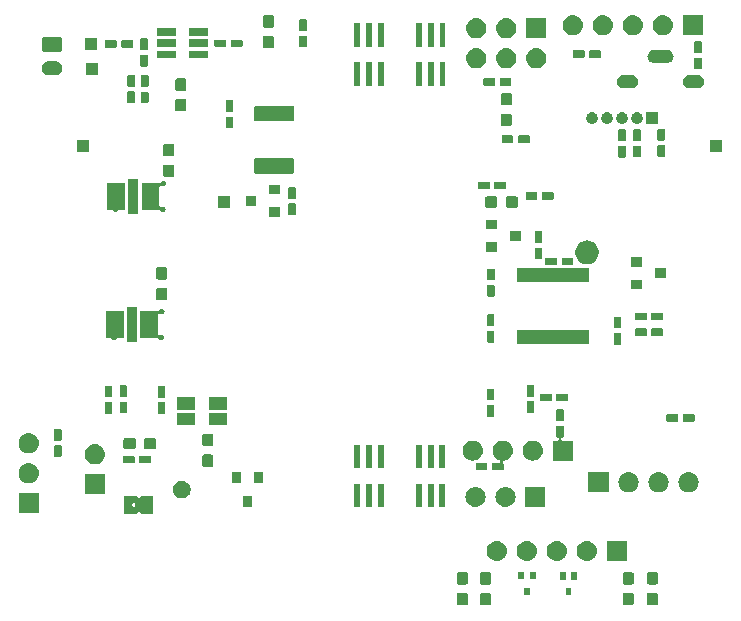
<source format=gbr>
G04 #@! TF.GenerationSoftware,KiCad,Pcbnew,(5.0.2)-1*
G04 #@! TF.CreationDate,2020-01-20T23:46:43+09:00*
G04 #@! TF.ProjectId,schematic,73636865-6d61-4746-9963-2e6b69636164,rev?*
G04 #@! TF.SameCoordinates,Original*
G04 #@! TF.FileFunction,Soldermask,Top*
G04 #@! TF.FilePolarity,Negative*
%FSLAX46Y46*%
G04 Gerber Fmt 4.6, Leading zero omitted, Abs format (unit mm)*
G04 Created by KiCad (PCBNEW (5.0.2)-1) date 2020/01/20 23:46:43*
%MOMM*%
%LPD*%
G01*
G04 APERTURE LIST*
%ADD10C,0.150000*%
G04 APERTURE END LIST*
D10*
G36*
X60784024Y-77853955D02*
X60816736Y-77863879D01*
X60846890Y-77879997D01*
X60873316Y-77901684D01*
X60895003Y-77928110D01*
X60911121Y-77958264D01*
X60921045Y-77990976D01*
X60925000Y-78031138D01*
X60925000Y-78718862D01*
X60921045Y-78759024D01*
X60911121Y-78791736D01*
X60895003Y-78821890D01*
X60873316Y-78848316D01*
X60846890Y-78870003D01*
X60816736Y-78886121D01*
X60784024Y-78896045D01*
X60743862Y-78900000D01*
X60156138Y-78900000D01*
X60115976Y-78896045D01*
X60083264Y-78886121D01*
X60053110Y-78870003D01*
X60026684Y-78848316D01*
X60004997Y-78821890D01*
X59988879Y-78791736D01*
X59978955Y-78759024D01*
X59975000Y-78718862D01*
X59975000Y-78031138D01*
X59978955Y-77990976D01*
X59988879Y-77958264D01*
X60004997Y-77928110D01*
X60026684Y-77901684D01*
X60053110Y-77879997D01*
X60083264Y-77863879D01*
X60115976Y-77853955D01*
X60156138Y-77850000D01*
X60743862Y-77850000D01*
X60784024Y-77853955D01*
X60784024Y-77853955D01*
G37*
G36*
X72864024Y-77848955D02*
X72896736Y-77858879D01*
X72926890Y-77874997D01*
X72953316Y-77896684D01*
X72975003Y-77923110D01*
X72991121Y-77953264D01*
X73001045Y-77985976D01*
X73005000Y-78026138D01*
X73005000Y-78713862D01*
X73001045Y-78754024D01*
X72991121Y-78786736D01*
X72975003Y-78816890D01*
X72953316Y-78843316D01*
X72926890Y-78865003D01*
X72896736Y-78881121D01*
X72864024Y-78891045D01*
X72823862Y-78895000D01*
X72236138Y-78895000D01*
X72195976Y-78891045D01*
X72163264Y-78881121D01*
X72133110Y-78865003D01*
X72106684Y-78843316D01*
X72084997Y-78816890D01*
X72068879Y-78786736D01*
X72058955Y-78754024D01*
X72055000Y-78713862D01*
X72055000Y-78026138D01*
X72058955Y-77985976D01*
X72068879Y-77953264D01*
X72084997Y-77923110D01*
X72106684Y-77896684D01*
X72133110Y-77874997D01*
X72163264Y-77858879D01*
X72195976Y-77848955D01*
X72236138Y-77845000D01*
X72823862Y-77845000D01*
X72864024Y-77848955D01*
X72864024Y-77848955D01*
G37*
G36*
X58824024Y-77843955D02*
X58856736Y-77853879D01*
X58886890Y-77869997D01*
X58913316Y-77891684D01*
X58935003Y-77918110D01*
X58951121Y-77948264D01*
X58961045Y-77980976D01*
X58965000Y-78021138D01*
X58965000Y-78708862D01*
X58961045Y-78749024D01*
X58951121Y-78781736D01*
X58935003Y-78811890D01*
X58913316Y-78838316D01*
X58886890Y-78860003D01*
X58856736Y-78876121D01*
X58824024Y-78886045D01*
X58783862Y-78890000D01*
X58196138Y-78890000D01*
X58155976Y-78886045D01*
X58123264Y-78876121D01*
X58093110Y-78860003D01*
X58066684Y-78838316D01*
X58044997Y-78811890D01*
X58028879Y-78781736D01*
X58018955Y-78749024D01*
X58015000Y-78708862D01*
X58015000Y-78021138D01*
X58018955Y-77980976D01*
X58028879Y-77948264D01*
X58044997Y-77918110D01*
X58066684Y-77891684D01*
X58093110Y-77869997D01*
X58123264Y-77853879D01*
X58155976Y-77843955D01*
X58196138Y-77840000D01*
X58783862Y-77840000D01*
X58824024Y-77843955D01*
X58824024Y-77843955D01*
G37*
G36*
X74924024Y-77843955D02*
X74956736Y-77853879D01*
X74986890Y-77869997D01*
X75013316Y-77891684D01*
X75035003Y-77918110D01*
X75051121Y-77948264D01*
X75061045Y-77980976D01*
X75065000Y-78021138D01*
X75065000Y-78708862D01*
X75061045Y-78749024D01*
X75051121Y-78781736D01*
X75035003Y-78811890D01*
X75013316Y-78838316D01*
X74986890Y-78860003D01*
X74956736Y-78876121D01*
X74924024Y-78886045D01*
X74883862Y-78890000D01*
X74296138Y-78890000D01*
X74255976Y-78886045D01*
X74223264Y-78876121D01*
X74193110Y-78860003D01*
X74166684Y-78838316D01*
X74144997Y-78811890D01*
X74128879Y-78781736D01*
X74118955Y-78749024D01*
X74115000Y-78708862D01*
X74115000Y-78021138D01*
X74118955Y-77980976D01*
X74128879Y-77948264D01*
X74144997Y-77918110D01*
X74166684Y-77891684D01*
X74193110Y-77869997D01*
X74223264Y-77853879D01*
X74255976Y-77843955D01*
X74296138Y-77840000D01*
X74883862Y-77840000D01*
X74924024Y-77843955D01*
X74924024Y-77843955D01*
G37*
G36*
X67730000Y-78020000D02*
X67230000Y-78020000D01*
X67230000Y-77420000D01*
X67730000Y-77420000D01*
X67730000Y-78020000D01*
X67730000Y-78020000D01*
G37*
G36*
X64220000Y-78010000D02*
X63720000Y-78010000D01*
X63720000Y-77410000D01*
X64220000Y-77410000D01*
X64220000Y-78010000D01*
X64220000Y-78010000D01*
G37*
G36*
X60784024Y-76103955D02*
X60816736Y-76113879D01*
X60846890Y-76129997D01*
X60873316Y-76151684D01*
X60895003Y-76178110D01*
X60911121Y-76208264D01*
X60921045Y-76240976D01*
X60925000Y-76281138D01*
X60925000Y-76968862D01*
X60921045Y-77009024D01*
X60911121Y-77041736D01*
X60895003Y-77071890D01*
X60873316Y-77098316D01*
X60846890Y-77120003D01*
X60816736Y-77136121D01*
X60784024Y-77146045D01*
X60743862Y-77150000D01*
X60156138Y-77150000D01*
X60115976Y-77146045D01*
X60083264Y-77136121D01*
X60053110Y-77120003D01*
X60026684Y-77098316D01*
X60004997Y-77071890D01*
X59988879Y-77041736D01*
X59978955Y-77009024D01*
X59975000Y-76968862D01*
X59975000Y-76281138D01*
X59978955Y-76240976D01*
X59988879Y-76208264D01*
X60004997Y-76178110D01*
X60026684Y-76151684D01*
X60053110Y-76129997D01*
X60083264Y-76113879D01*
X60115976Y-76103955D01*
X60156138Y-76100000D01*
X60743862Y-76100000D01*
X60784024Y-76103955D01*
X60784024Y-76103955D01*
G37*
G36*
X72864024Y-76098955D02*
X72896736Y-76108879D01*
X72926890Y-76124997D01*
X72953316Y-76146684D01*
X72975003Y-76173110D01*
X72991121Y-76203264D01*
X73001045Y-76235976D01*
X73005000Y-76276138D01*
X73005000Y-76963862D01*
X73001045Y-77004024D01*
X72991121Y-77036736D01*
X72975003Y-77066890D01*
X72953316Y-77093316D01*
X72926890Y-77115003D01*
X72896736Y-77131121D01*
X72864024Y-77141045D01*
X72823862Y-77145000D01*
X72236138Y-77145000D01*
X72195976Y-77141045D01*
X72163264Y-77131121D01*
X72133110Y-77115003D01*
X72106684Y-77093316D01*
X72084997Y-77066890D01*
X72068879Y-77036736D01*
X72058955Y-77004024D01*
X72055000Y-76963862D01*
X72055000Y-76276138D01*
X72058955Y-76235976D01*
X72068879Y-76203264D01*
X72084997Y-76173110D01*
X72106684Y-76146684D01*
X72133110Y-76124997D01*
X72163264Y-76108879D01*
X72195976Y-76098955D01*
X72236138Y-76095000D01*
X72823862Y-76095000D01*
X72864024Y-76098955D01*
X72864024Y-76098955D01*
G37*
G36*
X74924024Y-76093955D02*
X74956736Y-76103879D01*
X74986890Y-76119997D01*
X75013316Y-76141684D01*
X75035003Y-76168110D01*
X75051121Y-76198264D01*
X75061045Y-76230976D01*
X75065000Y-76271138D01*
X75065000Y-76958862D01*
X75061045Y-76999024D01*
X75051121Y-77031736D01*
X75035003Y-77061890D01*
X75013316Y-77088316D01*
X74986890Y-77110003D01*
X74956736Y-77126121D01*
X74924024Y-77136045D01*
X74883862Y-77140000D01*
X74296138Y-77140000D01*
X74255976Y-77136045D01*
X74223264Y-77126121D01*
X74193110Y-77110003D01*
X74166684Y-77088316D01*
X74144997Y-77061890D01*
X74128879Y-77031736D01*
X74118955Y-76999024D01*
X74115000Y-76958862D01*
X74115000Y-76271138D01*
X74118955Y-76230976D01*
X74128879Y-76198264D01*
X74144997Y-76168110D01*
X74166684Y-76141684D01*
X74193110Y-76119997D01*
X74223264Y-76103879D01*
X74255976Y-76093955D01*
X74296138Y-76090000D01*
X74883862Y-76090000D01*
X74924024Y-76093955D01*
X74924024Y-76093955D01*
G37*
G36*
X58824024Y-76093955D02*
X58856736Y-76103879D01*
X58886890Y-76119997D01*
X58913316Y-76141684D01*
X58935003Y-76168110D01*
X58951121Y-76198264D01*
X58961045Y-76230976D01*
X58965000Y-76271138D01*
X58965000Y-76958862D01*
X58961045Y-76999024D01*
X58951121Y-77031736D01*
X58935003Y-77061890D01*
X58913316Y-77088316D01*
X58886890Y-77110003D01*
X58856736Y-77126121D01*
X58824024Y-77136045D01*
X58783862Y-77140000D01*
X58196138Y-77140000D01*
X58155976Y-77136045D01*
X58123264Y-77126121D01*
X58093110Y-77110003D01*
X58066684Y-77088316D01*
X58044997Y-77061890D01*
X58028879Y-77031736D01*
X58018955Y-76999024D01*
X58015000Y-76958862D01*
X58015000Y-76271138D01*
X58018955Y-76230976D01*
X58028879Y-76198264D01*
X58044997Y-76168110D01*
X58066684Y-76141684D01*
X58093110Y-76119997D01*
X58123264Y-76103879D01*
X58155976Y-76093955D01*
X58196138Y-76090000D01*
X58783862Y-76090000D01*
X58824024Y-76093955D01*
X58824024Y-76093955D01*
G37*
G36*
X67230000Y-76720000D02*
X66730000Y-76720000D01*
X66730000Y-76120000D01*
X67230000Y-76120000D01*
X67230000Y-76720000D01*
X67230000Y-76720000D01*
G37*
G36*
X68230000Y-76720000D02*
X67730000Y-76720000D01*
X67730000Y-76120000D01*
X68230000Y-76120000D01*
X68230000Y-76720000D01*
X68230000Y-76720000D01*
G37*
G36*
X63720000Y-76710000D02*
X63220000Y-76710000D01*
X63220000Y-76110000D01*
X63720000Y-76110000D01*
X63720000Y-76710000D01*
X63720000Y-76710000D01*
G37*
G36*
X64720000Y-76710000D02*
X64220000Y-76710000D01*
X64220000Y-76110000D01*
X64720000Y-76110000D01*
X64720000Y-76710000D01*
X64720000Y-76710000D01*
G37*
G36*
X72410000Y-75150000D02*
X70710000Y-75150000D01*
X70710000Y-73450000D01*
X72410000Y-73450000D01*
X72410000Y-75150000D01*
X72410000Y-75150000D01*
G37*
G36*
X61566630Y-73462299D02*
X61726855Y-73510903D01*
X61874520Y-73589831D01*
X62003949Y-73696051D01*
X62110169Y-73825480D01*
X62189097Y-73973145D01*
X62237701Y-74133370D01*
X62254112Y-74300000D01*
X62237701Y-74466630D01*
X62189097Y-74626855D01*
X62110169Y-74774520D01*
X62003949Y-74903949D01*
X61874520Y-75010169D01*
X61726855Y-75089097D01*
X61566630Y-75137701D01*
X61441752Y-75150000D01*
X61358248Y-75150000D01*
X61233370Y-75137701D01*
X61073145Y-75089097D01*
X60925480Y-75010169D01*
X60796051Y-74903949D01*
X60689831Y-74774520D01*
X60610903Y-74626855D01*
X60562299Y-74466630D01*
X60545888Y-74300000D01*
X60562299Y-74133370D01*
X60610903Y-73973145D01*
X60689831Y-73825480D01*
X60796051Y-73696051D01*
X60925480Y-73589831D01*
X61073145Y-73510903D01*
X61233370Y-73462299D01*
X61358248Y-73450000D01*
X61441752Y-73450000D01*
X61566630Y-73462299D01*
X61566630Y-73462299D01*
G37*
G36*
X69186630Y-73462299D02*
X69346855Y-73510903D01*
X69494520Y-73589831D01*
X69623949Y-73696051D01*
X69730169Y-73825480D01*
X69809097Y-73973145D01*
X69857701Y-74133370D01*
X69874112Y-74300000D01*
X69857701Y-74466630D01*
X69809097Y-74626855D01*
X69730169Y-74774520D01*
X69623949Y-74903949D01*
X69494520Y-75010169D01*
X69346855Y-75089097D01*
X69186630Y-75137701D01*
X69061752Y-75150000D01*
X68978248Y-75150000D01*
X68853370Y-75137701D01*
X68693145Y-75089097D01*
X68545480Y-75010169D01*
X68416051Y-74903949D01*
X68309831Y-74774520D01*
X68230903Y-74626855D01*
X68182299Y-74466630D01*
X68165888Y-74300000D01*
X68182299Y-74133370D01*
X68230903Y-73973145D01*
X68309831Y-73825480D01*
X68416051Y-73696051D01*
X68545480Y-73589831D01*
X68693145Y-73510903D01*
X68853370Y-73462299D01*
X68978248Y-73450000D01*
X69061752Y-73450000D01*
X69186630Y-73462299D01*
X69186630Y-73462299D01*
G37*
G36*
X66646630Y-73462299D02*
X66806855Y-73510903D01*
X66954520Y-73589831D01*
X67083949Y-73696051D01*
X67190169Y-73825480D01*
X67269097Y-73973145D01*
X67317701Y-74133370D01*
X67334112Y-74300000D01*
X67317701Y-74466630D01*
X67269097Y-74626855D01*
X67190169Y-74774520D01*
X67083949Y-74903949D01*
X66954520Y-75010169D01*
X66806855Y-75089097D01*
X66646630Y-75137701D01*
X66521752Y-75150000D01*
X66438248Y-75150000D01*
X66313370Y-75137701D01*
X66153145Y-75089097D01*
X66005480Y-75010169D01*
X65876051Y-74903949D01*
X65769831Y-74774520D01*
X65690903Y-74626855D01*
X65642299Y-74466630D01*
X65625888Y-74300000D01*
X65642299Y-74133370D01*
X65690903Y-73973145D01*
X65769831Y-73825480D01*
X65876051Y-73696051D01*
X66005480Y-73589831D01*
X66153145Y-73510903D01*
X66313370Y-73462299D01*
X66438248Y-73450000D01*
X66521752Y-73450000D01*
X66646630Y-73462299D01*
X66646630Y-73462299D01*
G37*
G36*
X64106630Y-73462299D02*
X64266855Y-73510903D01*
X64414520Y-73589831D01*
X64543949Y-73696051D01*
X64650169Y-73825480D01*
X64729097Y-73973145D01*
X64777701Y-74133370D01*
X64794112Y-74300000D01*
X64777701Y-74466630D01*
X64729097Y-74626855D01*
X64650169Y-74774520D01*
X64543949Y-74903949D01*
X64414520Y-75010169D01*
X64266855Y-75089097D01*
X64106630Y-75137701D01*
X63981752Y-75150000D01*
X63898248Y-75150000D01*
X63773370Y-75137701D01*
X63613145Y-75089097D01*
X63465480Y-75010169D01*
X63336051Y-74903949D01*
X63229831Y-74774520D01*
X63150903Y-74626855D01*
X63102299Y-74466630D01*
X63085888Y-74300000D01*
X63102299Y-74133370D01*
X63150903Y-73973145D01*
X63229831Y-73825480D01*
X63336051Y-73696051D01*
X63465480Y-73589831D01*
X63613145Y-73510903D01*
X63773370Y-73462299D01*
X63898248Y-73450000D01*
X63981752Y-73450000D01*
X64106630Y-73462299D01*
X64106630Y-73462299D01*
G37*
G36*
X30994999Y-69639999D02*
X30994998Y-69639999D01*
X30995000Y-69640000D01*
X30993781Y-69644019D01*
X30987580Y-69659012D01*
X30982811Y-69683048D01*
X30982823Y-69707552D01*
X30987615Y-69731583D01*
X30997004Y-69754218D01*
X31010628Y-69774585D01*
X31027963Y-69791904D01*
X31048344Y-69805508D01*
X31070988Y-69814874D01*
X31095024Y-69819643D01*
X31119528Y-69819631D01*
X31143559Y-69814839D01*
X31166194Y-69805450D01*
X31186561Y-69791826D01*
X31203880Y-69774491D01*
X31211221Y-69764577D01*
X31291091Y-69644772D01*
X31294994Y-69640007D01*
X31294995Y-69640007D01*
X31295000Y-69640000D01*
X31295065Y-69640000D01*
X31301175Y-69639395D01*
X32288863Y-69639395D01*
X32294999Y-69639999D01*
X32294998Y-69639999D01*
X32295000Y-69640000D01*
X32295001Y-69640001D01*
X32295605Y-69646137D01*
X32295605Y-71133863D01*
X32295001Y-71139999D01*
X32294999Y-71140001D01*
X32288863Y-71140605D01*
X31301137Y-71140605D01*
X31295010Y-71140002D01*
X31295008Y-71140000D01*
X31295000Y-71140000D01*
X31294964Y-71139945D01*
X31291066Y-71135191D01*
X31211173Y-71015351D01*
X31195648Y-70996392D01*
X31176722Y-70980827D01*
X31155123Y-70969253D01*
X31131682Y-70962115D01*
X31107298Y-70959688D01*
X31082909Y-70962064D01*
X31059453Y-70969153D01*
X31037830Y-70980682D01*
X31018871Y-70996207D01*
X31003306Y-71015133D01*
X30991732Y-71036732D01*
X30984594Y-71060173D01*
X30982167Y-71084557D01*
X30984543Y-71108946D01*
X30991573Y-71128659D01*
X30995000Y-71140000D01*
X30994966Y-71140010D01*
X30988896Y-71140605D01*
X29851137Y-71140605D01*
X29845001Y-71140001D01*
X29844999Y-71139999D01*
X29844395Y-71133863D01*
X29844395Y-70390130D01*
X30520959Y-70390130D01*
X30523386Y-70414514D01*
X30530524Y-70437956D01*
X30541953Y-70459338D01*
X30578826Y-70514647D01*
X30594352Y-70533605D01*
X30613277Y-70549170D01*
X30634876Y-70560744D01*
X30658318Y-70567882D01*
X30682702Y-70570309D01*
X30707091Y-70567933D01*
X30730547Y-70560844D01*
X30752170Y-70549315D01*
X30771128Y-70533789D01*
X30786693Y-70514864D01*
X30798267Y-70493265D01*
X30805405Y-70469823D01*
X30807832Y-70445439D01*
X30805456Y-70421050D01*
X30798367Y-70397594D01*
X30795384Y-70391269D01*
X30795000Y-70390000D01*
X30795000Y-70389999D01*
X30796296Y-70385742D01*
X30802350Y-70371128D01*
X30807132Y-70347095D01*
X30807133Y-70322590D01*
X30802353Y-70298557D01*
X30792976Y-70275917D01*
X30779363Y-70255542D01*
X30762037Y-70238215D01*
X30741663Y-70224600D01*
X30719024Y-70215222D01*
X30694991Y-70210440D01*
X30670486Y-70210439D01*
X30646453Y-70215219D01*
X30623813Y-70224596D01*
X30603438Y-70238209D01*
X30586111Y-70255535D01*
X30578728Y-70265500D01*
X30541953Y-70320662D01*
X30530424Y-70342285D01*
X30523335Y-70365741D01*
X30520959Y-70390130D01*
X29844395Y-70390130D01*
X29844395Y-69646137D01*
X29844999Y-69640001D01*
X29845001Y-69639999D01*
X29851137Y-69639395D01*
X30988863Y-69639395D01*
X30994999Y-69639999D01*
X30994999Y-69639999D01*
G37*
G36*
X22620000Y-71110000D02*
X20920000Y-71110000D01*
X20920000Y-69410000D01*
X22620000Y-69410000D01*
X22620000Y-71110000D01*
X22620000Y-71110000D01*
G37*
G36*
X49860000Y-70610000D02*
X49360000Y-70610000D01*
X49360000Y-68610000D01*
X49860000Y-68610000D01*
X49860000Y-70610000D01*
X49860000Y-70610000D01*
G37*
G36*
X50860000Y-70610000D02*
X50360000Y-70610000D01*
X50360000Y-68610000D01*
X50860000Y-68610000D01*
X50860000Y-70610000D01*
X50860000Y-70610000D01*
G37*
G36*
X51860000Y-70610000D02*
X51360000Y-70610000D01*
X51360000Y-68610000D01*
X51860000Y-68610000D01*
X51860000Y-70610000D01*
X51860000Y-70610000D01*
G37*
G36*
X55050000Y-70610000D02*
X54550000Y-70610000D01*
X54550000Y-68610000D01*
X55050000Y-68610000D01*
X55050000Y-70610000D01*
X55050000Y-70610000D01*
G37*
G36*
X56050000Y-70610000D02*
X55550000Y-70610000D01*
X55550000Y-68610000D01*
X56050000Y-68610000D01*
X56050000Y-70610000D01*
X56050000Y-70610000D01*
G37*
G36*
X57050000Y-70610000D02*
X56550000Y-70610000D01*
X56550000Y-68610000D01*
X57050000Y-68610000D01*
X57050000Y-70610000D01*
X57050000Y-70610000D01*
G37*
G36*
X59766630Y-68882299D02*
X59926855Y-68930903D01*
X60074520Y-69009831D01*
X60203949Y-69116051D01*
X60310169Y-69245480D01*
X60389097Y-69393145D01*
X60437701Y-69553370D01*
X60454112Y-69720000D01*
X60437701Y-69886630D01*
X60389097Y-70046855D01*
X60310169Y-70194520D01*
X60203949Y-70323949D01*
X60074520Y-70430169D01*
X59926855Y-70509097D01*
X59766630Y-70557701D01*
X59641752Y-70570000D01*
X59558248Y-70570000D01*
X59433370Y-70557701D01*
X59273145Y-70509097D01*
X59125480Y-70430169D01*
X58996051Y-70323949D01*
X58889831Y-70194520D01*
X58810903Y-70046855D01*
X58762299Y-69886630D01*
X58745888Y-69720000D01*
X58762299Y-69553370D01*
X58810903Y-69393145D01*
X58889831Y-69245480D01*
X58996051Y-69116051D01*
X59125480Y-69009831D01*
X59273145Y-68930903D01*
X59433370Y-68882299D01*
X59558248Y-68870000D01*
X59641752Y-68870000D01*
X59766630Y-68882299D01*
X59766630Y-68882299D01*
G37*
G36*
X62306630Y-68882299D02*
X62466855Y-68930903D01*
X62614520Y-69009831D01*
X62743949Y-69116051D01*
X62850169Y-69245480D01*
X62929097Y-69393145D01*
X62977701Y-69553370D01*
X62994112Y-69720000D01*
X62977701Y-69886630D01*
X62929097Y-70046855D01*
X62850169Y-70194520D01*
X62743949Y-70323949D01*
X62614520Y-70430169D01*
X62466855Y-70509097D01*
X62306630Y-70557701D01*
X62181752Y-70570000D01*
X62098248Y-70570000D01*
X61973370Y-70557701D01*
X61813145Y-70509097D01*
X61665480Y-70430169D01*
X61536051Y-70323949D01*
X61429831Y-70194520D01*
X61350903Y-70046855D01*
X61302299Y-69886630D01*
X61285888Y-69720000D01*
X61302299Y-69553370D01*
X61350903Y-69393145D01*
X61429831Y-69245480D01*
X61536051Y-69116051D01*
X61665480Y-69009831D01*
X61813145Y-68930903D01*
X61973370Y-68882299D01*
X62098248Y-68870000D01*
X62181752Y-68870000D01*
X62306630Y-68882299D01*
X62306630Y-68882299D01*
G37*
G36*
X65530000Y-70570000D02*
X63830000Y-70570000D01*
X63830000Y-68870000D01*
X65530000Y-68870000D01*
X65530000Y-70570000D01*
X65530000Y-70570000D01*
G37*
G36*
X40700000Y-70550000D02*
X39900000Y-70550000D01*
X39900000Y-69650000D01*
X40700000Y-69650000D01*
X40700000Y-70550000D01*
X40700000Y-70550000D01*
G37*
G36*
X34876318Y-68364411D02*
X34948767Y-68378822D01*
X35005303Y-68402240D01*
X35085257Y-68435358D01*
X35208100Y-68517439D01*
X35312561Y-68621900D01*
X35394642Y-68744743D01*
X35427760Y-68824697D01*
X35451178Y-68881233D01*
X35480000Y-69026131D01*
X35480000Y-69173869D01*
X35451178Y-69318767D01*
X35447477Y-69327701D01*
X35394642Y-69455257D01*
X35312561Y-69578100D01*
X35208100Y-69682561D01*
X35085257Y-69764642D01*
X35019440Y-69791904D01*
X34948767Y-69821178D01*
X34876318Y-69835589D01*
X34803870Y-69850000D01*
X34656130Y-69850000D01*
X34583682Y-69835589D01*
X34511233Y-69821178D01*
X34440560Y-69791904D01*
X34374743Y-69764642D01*
X34251900Y-69682561D01*
X34147439Y-69578100D01*
X34065358Y-69455257D01*
X34012523Y-69327701D01*
X34008822Y-69318767D01*
X33980000Y-69173869D01*
X33980000Y-69026131D01*
X34008822Y-68881233D01*
X34032240Y-68824697D01*
X34065358Y-68744743D01*
X34147439Y-68621900D01*
X34251900Y-68517439D01*
X34374743Y-68435358D01*
X34454697Y-68402240D01*
X34511233Y-68378822D01*
X34583682Y-68364411D01*
X34656130Y-68350000D01*
X34803870Y-68350000D01*
X34876318Y-68364411D01*
X34876318Y-68364411D01*
G37*
G36*
X28210000Y-69510000D02*
X26510000Y-69510000D01*
X26510000Y-67810000D01*
X28210000Y-67810000D01*
X28210000Y-69510000D01*
X28210000Y-69510000D01*
G37*
G36*
X75266630Y-67652299D02*
X75426855Y-67700903D01*
X75574520Y-67779831D01*
X75703949Y-67886051D01*
X75810169Y-68015480D01*
X75889097Y-68163145D01*
X75937701Y-68323370D01*
X75954112Y-68490000D01*
X75937701Y-68656630D01*
X75889097Y-68816855D01*
X75810169Y-68964520D01*
X75703949Y-69093949D01*
X75574520Y-69200169D01*
X75426855Y-69279097D01*
X75266630Y-69327701D01*
X75141752Y-69340000D01*
X75058248Y-69340000D01*
X74933370Y-69327701D01*
X74773145Y-69279097D01*
X74625480Y-69200169D01*
X74496051Y-69093949D01*
X74389831Y-68964520D01*
X74310903Y-68816855D01*
X74262299Y-68656630D01*
X74245888Y-68490000D01*
X74262299Y-68323370D01*
X74310903Y-68163145D01*
X74389831Y-68015480D01*
X74496051Y-67886051D01*
X74625480Y-67779831D01*
X74773145Y-67700903D01*
X74933370Y-67652299D01*
X75058248Y-67640000D01*
X75141752Y-67640000D01*
X75266630Y-67652299D01*
X75266630Y-67652299D01*
G37*
G36*
X70870000Y-69340000D02*
X69170000Y-69340000D01*
X69170000Y-67640000D01*
X70870000Y-67640000D01*
X70870000Y-69340000D01*
X70870000Y-69340000D01*
G37*
G36*
X72726630Y-67652299D02*
X72886855Y-67700903D01*
X73034520Y-67779831D01*
X73163949Y-67886051D01*
X73270169Y-68015480D01*
X73349097Y-68163145D01*
X73397701Y-68323370D01*
X73414112Y-68490000D01*
X73397701Y-68656630D01*
X73349097Y-68816855D01*
X73270169Y-68964520D01*
X73163949Y-69093949D01*
X73034520Y-69200169D01*
X72886855Y-69279097D01*
X72726630Y-69327701D01*
X72601752Y-69340000D01*
X72518248Y-69340000D01*
X72393370Y-69327701D01*
X72233145Y-69279097D01*
X72085480Y-69200169D01*
X71956051Y-69093949D01*
X71849831Y-68964520D01*
X71770903Y-68816855D01*
X71722299Y-68656630D01*
X71705888Y-68490000D01*
X71722299Y-68323370D01*
X71770903Y-68163145D01*
X71849831Y-68015480D01*
X71956051Y-67886051D01*
X72085480Y-67779831D01*
X72233145Y-67700903D01*
X72393370Y-67652299D01*
X72518248Y-67640000D01*
X72601752Y-67640000D01*
X72726630Y-67652299D01*
X72726630Y-67652299D01*
G37*
G36*
X77806630Y-67652299D02*
X77966855Y-67700903D01*
X78114520Y-67779831D01*
X78243949Y-67886051D01*
X78350169Y-68015480D01*
X78429097Y-68163145D01*
X78477701Y-68323370D01*
X78494112Y-68490000D01*
X78477701Y-68656630D01*
X78429097Y-68816855D01*
X78350169Y-68964520D01*
X78243949Y-69093949D01*
X78114520Y-69200169D01*
X77966855Y-69279097D01*
X77806630Y-69327701D01*
X77681752Y-69340000D01*
X77598248Y-69340000D01*
X77473370Y-69327701D01*
X77313145Y-69279097D01*
X77165480Y-69200169D01*
X77036051Y-69093949D01*
X76929831Y-68964520D01*
X76850903Y-68816855D01*
X76802299Y-68656630D01*
X76785888Y-68490000D01*
X76802299Y-68323370D01*
X76850903Y-68163145D01*
X76929831Y-68015480D01*
X77036051Y-67886051D01*
X77165480Y-67779831D01*
X77313145Y-67700903D01*
X77473370Y-67652299D01*
X77598248Y-67640000D01*
X77681752Y-67640000D01*
X77806630Y-67652299D01*
X77806630Y-67652299D01*
G37*
G36*
X21936630Y-66882299D02*
X22096855Y-66930903D01*
X22244520Y-67009831D01*
X22373949Y-67116051D01*
X22480169Y-67245480D01*
X22559097Y-67393145D01*
X22607701Y-67553370D01*
X22624112Y-67720000D01*
X22607701Y-67886630D01*
X22559097Y-68046855D01*
X22480169Y-68194520D01*
X22373949Y-68323949D01*
X22244520Y-68430169D01*
X22096855Y-68509097D01*
X21936630Y-68557701D01*
X21811752Y-68570000D01*
X21728248Y-68570000D01*
X21603370Y-68557701D01*
X21443145Y-68509097D01*
X21295480Y-68430169D01*
X21166051Y-68323949D01*
X21059831Y-68194520D01*
X20980903Y-68046855D01*
X20932299Y-67886630D01*
X20915888Y-67720000D01*
X20932299Y-67553370D01*
X20980903Y-67393145D01*
X21059831Y-67245480D01*
X21166051Y-67116051D01*
X21295480Y-67009831D01*
X21443145Y-66930903D01*
X21603370Y-66882299D01*
X21728248Y-66870000D01*
X21811752Y-66870000D01*
X21936630Y-66882299D01*
X21936630Y-66882299D01*
G37*
G36*
X41650000Y-68550000D02*
X40850000Y-68550000D01*
X40850000Y-67650000D01*
X41650000Y-67650000D01*
X41650000Y-68550000D01*
X41650000Y-68550000D01*
G37*
G36*
X39750000Y-68550000D02*
X38950000Y-68550000D01*
X38950000Y-67650000D01*
X39750000Y-67650000D01*
X39750000Y-68550000D01*
X39750000Y-68550000D01*
G37*
G36*
X62076630Y-64962299D02*
X62236855Y-65010903D01*
X62384520Y-65089831D01*
X62513949Y-65196051D01*
X62620169Y-65325480D01*
X62699097Y-65473145D01*
X62747701Y-65633370D01*
X62764112Y-65800000D01*
X62747701Y-65966630D01*
X62699097Y-66126855D01*
X62620169Y-66274520D01*
X62513949Y-66403949D01*
X62384520Y-66510169D01*
X62236855Y-66589097D01*
X62076630Y-66637701D01*
X62022104Y-66643071D01*
X61998070Y-66647851D01*
X61975431Y-66657229D01*
X61955057Y-66670843D01*
X61937730Y-66688170D01*
X61924116Y-66708544D01*
X61914738Y-66731183D01*
X61909958Y-66755217D01*
X61909958Y-66779721D01*
X61914738Y-66803755D01*
X61924116Y-66826394D01*
X61937730Y-66846768D01*
X61955057Y-66864095D01*
X61961015Y-66868985D01*
X61973064Y-66883667D01*
X61982020Y-66900421D01*
X61987534Y-66918597D01*
X61990000Y-66943638D01*
X61990000Y-67376362D01*
X61987534Y-67401403D01*
X61982020Y-67419579D01*
X61973064Y-67436333D01*
X61961015Y-67451015D01*
X61946333Y-67463064D01*
X61929579Y-67472020D01*
X61911403Y-67477534D01*
X61886362Y-67480000D01*
X61093638Y-67480000D01*
X61068597Y-67477534D01*
X61050421Y-67472020D01*
X61033667Y-67463064D01*
X61018985Y-67451015D01*
X61006936Y-67436333D01*
X60997980Y-67419579D01*
X60992466Y-67401403D01*
X60990000Y-67376362D01*
X60990000Y-66943638D01*
X60992466Y-66918597D01*
X60997980Y-66900421D01*
X61006936Y-66883667D01*
X61018985Y-66868985D01*
X61033667Y-66856936D01*
X61050421Y-66847980D01*
X61068597Y-66842466D01*
X61093638Y-66840000D01*
X61567583Y-66840000D01*
X61591969Y-66837598D01*
X61615418Y-66830485D01*
X61637029Y-66818934D01*
X61655971Y-66803388D01*
X61671517Y-66784446D01*
X61683068Y-66762835D01*
X61690181Y-66739386D01*
X61692583Y-66715000D01*
X61690181Y-66690614D01*
X61683068Y-66667165D01*
X61671517Y-66645554D01*
X61655971Y-66626612D01*
X61637029Y-66611066D01*
X61603877Y-66595386D01*
X61583145Y-66589097D01*
X61530032Y-66560707D01*
X61435480Y-66510169D01*
X61306051Y-66403949D01*
X61199831Y-66274520D01*
X61120903Y-66126855D01*
X61072299Y-65966630D01*
X61055888Y-65800000D01*
X61072299Y-65633370D01*
X61120903Y-65473145D01*
X61199831Y-65325480D01*
X61306051Y-65196051D01*
X61435480Y-65089831D01*
X61583145Y-65010903D01*
X61743370Y-64962299D01*
X61868248Y-64950000D01*
X61951752Y-64950000D01*
X62076630Y-64962299D01*
X62076630Y-64962299D01*
G37*
G36*
X59712417Y-66840000D02*
X60506362Y-66840000D01*
X60531403Y-66842466D01*
X60549579Y-66847980D01*
X60566333Y-66856936D01*
X60581015Y-66868985D01*
X60593064Y-66883667D01*
X60602020Y-66900421D01*
X60607534Y-66918597D01*
X60610000Y-66943638D01*
X60610000Y-67376362D01*
X60607534Y-67401403D01*
X60602020Y-67419579D01*
X60593064Y-67436333D01*
X60581015Y-67451015D01*
X60566333Y-67463064D01*
X60549579Y-67472020D01*
X60531403Y-67477534D01*
X60506362Y-67480000D01*
X59713638Y-67480000D01*
X59688597Y-67477534D01*
X59670421Y-67472020D01*
X59653667Y-67463064D01*
X59638985Y-67451015D01*
X59626936Y-67436333D01*
X59617980Y-67419579D01*
X59612466Y-67401403D01*
X59610000Y-67376362D01*
X59610000Y-66943638D01*
X59612466Y-66918597D01*
X59617980Y-66900421D01*
X59626936Y-66883667D01*
X59638985Y-66868985D01*
X59660301Y-66851491D01*
X59677039Y-66834753D01*
X59712417Y-66840000D01*
X59712417Y-66840000D01*
G37*
G36*
X56050000Y-67310000D02*
X55550000Y-67310000D01*
X55550000Y-65310000D01*
X56050000Y-65310000D01*
X56050000Y-67310000D01*
X56050000Y-67310000D01*
G37*
G36*
X55050000Y-67310000D02*
X54550000Y-67310000D01*
X54550000Y-65310000D01*
X55050000Y-65310000D01*
X55050000Y-67310000D01*
X55050000Y-67310000D01*
G37*
G36*
X57050000Y-67310000D02*
X56550000Y-67310000D01*
X56550000Y-65310000D01*
X57050000Y-65310000D01*
X57050000Y-67310000D01*
X57050000Y-67310000D01*
G37*
G36*
X51860000Y-67310000D02*
X51360000Y-67310000D01*
X51360000Y-65310000D01*
X51860000Y-65310000D01*
X51860000Y-67310000D01*
X51860000Y-67310000D01*
G37*
G36*
X50860000Y-67310000D02*
X50360000Y-67310000D01*
X50360000Y-65310000D01*
X50860000Y-65310000D01*
X50860000Y-67310000D01*
X50860000Y-67310000D01*
G37*
G36*
X49860000Y-67310000D02*
X49360000Y-67310000D01*
X49360000Y-65310000D01*
X49860000Y-65310000D01*
X49860000Y-67310000D01*
X49860000Y-67310000D01*
G37*
G36*
X37274024Y-66133955D02*
X37306736Y-66143879D01*
X37336890Y-66159997D01*
X37363316Y-66181684D01*
X37385003Y-66208110D01*
X37401121Y-66238264D01*
X37411045Y-66270976D01*
X37415000Y-66311138D01*
X37415000Y-66998862D01*
X37411045Y-67039024D01*
X37401121Y-67071736D01*
X37385003Y-67101890D01*
X37363316Y-67128316D01*
X37336890Y-67150003D01*
X37306736Y-67166121D01*
X37274024Y-67176045D01*
X37233862Y-67180000D01*
X36646138Y-67180000D01*
X36605976Y-67176045D01*
X36573264Y-67166121D01*
X36543110Y-67150003D01*
X36516684Y-67128316D01*
X36494997Y-67101890D01*
X36478879Y-67071736D01*
X36468955Y-67039024D01*
X36465000Y-66998862D01*
X36465000Y-66311138D01*
X36468955Y-66270976D01*
X36478879Y-66238264D01*
X36494997Y-66208110D01*
X36516684Y-66181684D01*
X36543110Y-66159997D01*
X36573264Y-66143879D01*
X36605976Y-66133955D01*
X36646138Y-66130000D01*
X37233862Y-66130000D01*
X37274024Y-66133955D01*
X37274024Y-66133955D01*
G37*
G36*
X27526630Y-65282299D02*
X27686855Y-65330903D01*
X27834520Y-65409831D01*
X27963949Y-65516051D01*
X28070169Y-65645480D01*
X28149097Y-65793145D01*
X28197701Y-65953370D01*
X28214112Y-66120000D01*
X28197701Y-66286630D01*
X28149097Y-66446855D01*
X28070169Y-66594520D01*
X27963949Y-66723949D01*
X27834520Y-66830169D01*
X27686855Y-66909097D01*
X27526630Y-66957701D01*
X27401752Y-66970000D01*
X27318248Y-66970000D01*
X27193370Y-66957701D01*
X27033145Y-66909097D01*
X26885480Y-66830169D01*
X26756051Y-66723949D01*
X26649831Y-66594520D01*
X26570903Y-66446855D01*
X26522299Y-66286630D01*
X26505888Y-66120000D01*
X26522299Y-65953370D01*
X26570903Y-65793145D01*
X26649831Y-65645480D01*
X26756051Y-65516051D01*
X26885480Y-65409831D01*
X27033145Y-65330903D01*
X27193370Y-65282299D01*
X27318248Y-65270000D01*
X27401752Y-65270000D01*
X27526630Y-65282299D01*
X27526630Y-65282299D01*
G37*
G36*
X30661403Y-66252466D02*
X30679579Y-66257980D01*
X30696333Y-66266936D01*
X30711015Y-66278985D01*
X30723064Y-66293667D01*
X30732020Y-66310421D01*
X30737534Y-66328597D01*
X30740000Y-66353638D01*
X30740000Y-66786362D01*
X30737534Y-66811403D01*
X30732020Y-66829579D01*
X30723064Y-66846333D01*
X30711015Y-66861015D01*
X30696333Y-66873064D01*
X30679579Y-66882020D01*
X30661403Y-66887534D01*
X30636362Y-66890000D01*
X29843638Y-66890000D01*
X29818597Y-66887534D01*
X29800421Y-66882020D01*
X29783667Y-66873064D01*
X29768985Y-66861015D01*
X29756936Y-66846333D01*
X29747980Y-66829579D01*
X29742466Y-66811403D01*
X29740000Y-66786362D01*
X29740000Y-66353638D01*
X29742466Y-66328597D01*
X29747980Y-66310421D01*
X29756936Y-66293667D01*
X29768985Y-66278985D01*
X29783667Y-66266936D01*
X29800421Y-66257980D01*
X29818597Y-66252466D01*
X29843638Y-66250000D01*
X30636362Y-66250000D01*
X30661403Y-66252466D01*
X30661403Y-66252466D01*
G37*
G36*
X32041403Y-66252466D02*
X32059579Y-66257980D01*
X32076333Y-66266936D01*
X32091015Y-66278985D01*
X32103064Y-66293667D01*
X32112020Y-66310421D01*
X32117534Y-66328597D01*
X32120000Y-66353638D01*
X32120000Y-66786362D01*
X32117534Y-66811403D01*
X32112020Y-66829579D01*
X32103064Y-66846333D01*
X32091015Y-66861015D01*
X32076333Y-66873064D01*
X32059579Y-66882020D01*
X32041403Y-66887534D01*
X32016362Y-66890000D01*
X31223638Y-66890000D01*
X31198597Y-66887534D01*
X31180421Y-66882020D01*
X31163667Y-66873064D01*
X31148985Y-66861015D01*
X31136936Y-66846333D01*
X31127980Y-66829579D01*
X31122466Y-66811403D01*
X31120000Y-66786362D01*
X31120000Y-66353638D01*
X31122466Y-66328597D01*
X31127980Y-66310421D01*
X31136936Y-66293667D01*
X31148985Y-66278985D01*
X31163667Y-66266936D01*
X31180421Y-66257980D01*
X31198597Y-66252466D01*
X31223638Y-66250000D01*
X32016362Y-66250000D01*
X32041403Y-66252466D01*
X32041403Y-66252466D01*
G37*
G36*
X59536630Y-64962299D02*
X59696855Y-65010903D01*
X59844520Y-65089831D01*
X59973949Y-65196051D01*
X60080169Y-65325480D01*
X60159097Y-65473145D01*
X60207701Y-65633370D01*
X60224112Y-65800000D01*
X60207701Y-65966630D01*
X60159097Y-66126855D01*
X60080169Y-66274520D01*
X59973949Y-66403949D01*
X59844520Y-66510169D01*
X59749968Y-66560707D01*
X59696855Y-66589097D01*
X59676118Y-66595387D01*
X59653492Y-66604760D01*
X59633118Y-66618374D01*
X59616418Y-66635074D01*
X59593254Y-66630467D01*
X59568750Y-66630467D01*
X59544717Y-66635247D01*
X59536627Y-66637701D01*
X59411752Y-66650000D01*
X59328248Y-66650000D01*
X59203370Y-66637701D01*
X59043145Y-66589097D01*
X58895480Y-66510169D01*
X58766051Y-66403949D01*
X58659831Y-66274520D01*
X58580903Y-66126855D01*
X58532299Y-65966630D01*
X58515888Y-65800000D01*
X58532299Y-65633370D01*
X58580903Y-65473145D01*
X58659831Y-65325480D01*
X58766051Y-65196051D01*
X58895480Y-65089831D01*
X59043145Y-65010903D01*
X59203370Y-64962299D01*
X59328248Y-64950000D01*
X59411752Y-64950000D01*
X59536630Y-64962299D01*
X59536630Y-64962299D01*
G37*
G36*
X64616630Y-64962299D02*
X64776855Y-65010903D01*
X64924520Y-65089831D01*
X65053949Y-65196051D01*
X65160169Y-65325480D01*
X65239097Y-65473145D01*
X65287701Y-65633370D01*
X65304112Y-65800000D01*
X65287701Y-65966630D01*
X65239097Y-66126855D01*
X65160169Y-66274520D01*
X65053949Y-66403949D01*
X64924520Y-66510169D01*
X64776855Y-66589097D01*
X64616630Y-66637701D01*
X64491752Y-66650000D01*
X64408248Y-66650000D01*
X64283370Y-66637701D01*
X64123145Y-66589097D01*
X63975480Y-66510169D01*
X63846051Y-66403949D01*
X63739831Y-66274520D01*
X63660903Y-66126855D01*
X63612299Y-65966630D01*
X63595888Y-65800000D01*
X63612299Y-65633370D01*
X63660903Y-65473145D01*
X63739831Y-65325480D01*
X63846051Y-65196051D01*
X63975480Y-65089831D01*
X64123145Y-65010903D01*
X64283370Y-64962299D01*
X64408248Y-64950000D01*
X64491752Y-64950000D01*
X64616630Y-64962299D01*
X64616630Y-64962299D01*
G37*
G36*
X67001403Y-63702466D02*
X67019579Y-63707980D01*
X67036333Y-63716936D01*
X67051015Y-63728985D01*
X67063064Y-63743667D01*
X67072020Y-63760421D01*
X67077534Y-63778597D01*
X67080000Y-63803638D01*
X67080000Y-64596362D01*
X67077534Y-64621403D01*
X67072020Y-64639579D01*
X67063064Y-64656333D01*
X67051015Y-64671015D01*
X67036333Y-64683064D01*
X67019579Y-64692020D01*
X67001403Y-64697534D01*
X66970249Y-64700602D01*
X66946215Y-64705382D01*
X66923576Y-64714759D01*
X66903202Y-64728373D01*
X66885874Y-64745700D01*
X66872260Y-64766075D01*
X66862883Y-64788714D01*
X66858102Y-64812747D01*
X66858102Y-64837251D01*
X66862882Y-64861285D01*
X66872259Y-64883924D01*
X66885873Y-64904298D01*
X66903200Y-64921626D01*
X66923575Y-64935240D01*
X66946214Y-64944617D01*
X66970247Y-64949398D01*
X66982500Y-64950000D01*
X67840000Y-64950000D01*
X67840000Y-66650000D01*
X66140000Y-66650000D01*
X66140000Y-64950000D01*
X66537500Y-64950000D01*
X66561886Y-64947598D01*
X66585335Y-64940485D01*
X66606946Y-64928934D01*
X66625888Y-64913388D01*
X66641434Y-64894446D01*
X66652985Y-64872835D01*
X66660098Y-64849386D01*
X66662500Y-64825000D01*
X66660098Y-64800614D01*
X66652985Y-64777165D01*
X66641434Y-64755554D01*
X66625888Y-64736612D01*
X66606946Y-64721066D01*
X66585335Y-64709515D01*
X66561886Y-64702402D01*
X66549751Y-64700602D01*
X66518597Y-64697534D01*
X66500421Y-64692020D01*
X66483667Y-64683064D01*
X66468985Y-64671015D01*
X66456936Y-64656333D01*
X66447980Y-64639579D01*
X66442466Y-64621403D01*
X66440000Y-64596362D01*
X66440000Y-63803638D01*
X66442466Y-63778597D01*
X66447980Y-63760421D01*
X66456936Y-63743667D01*
X66468985Y-63728985D01*
X66483667Y-63716936D01*
X66500421Y-63707980D01*
X66518597Y-63702466D01*
X66543638Y-63700000D01*
X66976362Y-63700000D01*
X67001403Y-63702466D01*
X67001403Y-63702466D01*
G37*
G36*
X24481403Y-65352466D02*
X24499579Y-65357980D01*
X24516333Y-65366936D01*
X24531015Y-65378985D01*
X24543064Y-65393667D01*
X24552020Y-65410421D01*
X24557534Y-65428597D01*
X24560000Y-65453638D01*
X24560000Y-66246362D01*
X24557534Y-66271403D01*
X24552020Y-66289579D01*
X24543064Y-66306333D01*
X24531015Y-66321015D01*
X24516333Y-66333064D01*
X24499579Y-66342020D01*
X24481403Y-66347534D01*
X24456362Y-66350000D01*
X24023638Y-66350000D01*
X23998597Y-66347534D01*
X23980421Y-66342020D01*
X23963667Y-66333064D01*
X23948985Y-66321015D01*
X23936936Y-66306333D01*
X23927980Y-66289579D01*
X23922466Y-66271403D01*
X23920000Y-66246362D01*
X23920000Y-65453638D01*
X23922466Y-65428597D01*
X23927980Y-65410421D01*
X23936936Y-65393667D01*
X23948985Y-65378985D01*
X23963667Y-65366936D01*
X23980421Y-65357980D01*
X23998597Y-65352466D01*
X24023638Y-65350000D01*
X24456362Y-65350000D01*
X24481403Y-65352466D01*
X24481403Y-65352466D01*
G37*
G36*
X21936630Y-64342299D02*
X22096855Y-64390903D01*
X22244520Y-64469831D01*
X22373949Y-64576051D01*
X22480169Y-64705480D01*
X22559097Y-64853145D01*
X22607701Y-65013370D01*
X22624112Y-65180000D01*
X22607701Y-65346630D01*
X22559097Y-65506855D01*
X22480169Y-65654520D01*
X22373949Y-65783949D01*
X22244520Y-65890169D01*
X22096855Y-65969097D01*
X21936630Y-66017701D01*
X21811752Y-66030000D01*
X21728248Y-66030000D01*
X21603370Y-66017701D01*
X21443145Y-65969097D01*
X21295480Y-65890169D01*
X21166051Y-65783949D01*
X21059831Y-65654520D01*
X20980903Y-65506855D01*
X20932299Y-65346630D01*
X20915888Y-65180000D01*
X20932299Y-65013370D01*
X20980903Y-64853145D01*
X21059831Y-64705480D01*
X21166051Y-64576051D01*
X21295480Y-64469831D01*
X21443145Y-64390903D01*
X21603370Y-64342299D01*
X21728248Y-64330000D01*
X21811752Y-64330000D01*
X21936630Y-64342299D01*
X21936630Y-64342299D01*
G37*
G36*
X32449024Y-64738955D02*
X32481736Y-64748879D01*
X32511890Y-64764997D01*
X32538316Y-64786684D01*
X32560003Y-64813110D01*
X32576121Y-64843264D01*
X32586045Y-64875976D01*
X32590000Y-64916138D01*
X32590000Y-65503862D01*
X32586045Y-65544024D01*
X32576121Y-65576736D01*
X32560003Y-65606890D01*
X32538316Y-65633316D01*
X32511890Y-65655003D01*
X32481736Y-65671121D01*
X32449024Y-65681045D01*
X32408862Y-65685000D01*
X31721138Y-65685000D01*
X31680976Y-65681045D01*
X31648264Y-65671121D01*
X31618110Y-65655003D01*
X31591684Y-65633316D01*
X31569997Y-65606890D01*
X31553879Y-65576736D01*
X31543955Y-65544024D01*
X31540000Y-65503862D01*
X31540000Y-64916138D01*
X31543955Y-64875976D01*
X31553879Y-64843264D01*
X31569997Y-64813110D01*
X31591684Y-64786684D01*
X31618110Y-64764997D01*
X31648264Y-64748879D01*
X31680976Y-64738955D01*
X31721138Y-64735000D01*
X32408862Y-64735000D01*
X32449024Y-64738955D01*
X32449024Y-64738955D01*
G37*
G36*
X30699024Y-64738955D02*
X30731736Y-64748879D01*
X30761890Y-64764997D01*
X30788316Y-64786684D01*
X30810003Y-64813110D01*
X30826121Y-64843264D01*
X30836045Y-64875976D01*
X30840000Y-64916138D01*
X30840000Y-65503862D01*
X30836045Y-65544024D01*
X30826121Y-65576736D01*
X30810003Y-65606890D01*
X30788316Y-65633316D01*
X30761890Y-65655003D01*
X30731736Y-65671121D01*
X30699024Y-65681045D01*
X30658862Y-65685000D01*
X29971138Y-65685000D01*
X29930976Y-65681045D01*
X29898264Y-65671121D01*
X29868110Y-65655003D01*
X29841684Y-65633316D01*
X29819997Y-65606890D01*
X29803879Y-65576736D01*
X29793955Y-65544024D01*
X29790000Y-65503862D01*
X29790000Y-64916138D01*
X29793955Y-64875976D01*
X29803879Y-64843264D01*
X29819997Y-64813110D01*
X29841684Y-64786684D01*
X29868110Y-64764997D01*
X29898264Y-64748879D01*
X29930976Y-64738955D01*
X29971138Y-64735000D01*
X30658862Y-64735000D01*
X30699024Y-64738955D01*
X30699024Y-64738955D01*
G37*
G36*
X37274024Y-64383955D02*
X37306736Y-64393879D01*
X37336890Y-64409997D01*
X37363316Y-64431684D01*
X37385003Y-64458110D01*
X37401121Y-64488264D01*
X37411045Y-64520976D01*
X37415000Y-64561138D01*
X37415000Y-65248862D01*
X37411045Y-65289024D01*
X37401121Y-65321736D01*
X37385003Y-65351890D01*
X37363316Y-65378316D01*
X37336890Y-65400003D01*
X37306736Y-65416121D01*
X37274024Y-65426045D01*
X37233862Y-65430000D01*
X36646138Y-65430000D01*
X36605976Y-65426045D01*
X36573264Y-65416121D01*
X36543110Y-65400003D01*
X36516684Y-65378316D01*
X36494997Y-65351890D01*
X36478879Y-65321736D01*
X36468955Y-65289024D01*
X36465000Y-65248862D01*
X36465000Y-64561138D01*
X36468955Y-64520976D01*
X36478879Y-64488264D01*
X36494997Y-64458110D01*
X36516684Y-64431684D01*
X36543110Y-64409997D01*
X36573264Y-64393879D01*
X36605976Y-64383955D01*
X36646138Y-64380000D01*
X37233862Y-64380000D01*
X37274024Y-64383955D01*
X37274024Y-64383955D01*
G37*
G36*
X24481403Y-63972466D02*
X24499579Y-63977980D01*
X24516333Y-63986936D01*
X24531015Y-63998985D01*
X24543064Y-64013667D01*
X24552020Y-64030421D01*
X24557534Y-64048597D01*
X24560000Y-64073638D01*
X24560000Y-64866362D01*
X24557534Y-64891403D01*
X24552020Y-64909579D01*
X24543064Y-64926333D01*
X24531015Y-64941015D01*
X24516333Y-64953064D01*
X24499579Y-64962020D01*
X24481403Y-64967534D01*
X24456362Y-64970000D01*
X24023638Y-64970000D01*
X23998597Y-64967534D01*
X23980421Y-64962020D01*
X23963667Y-64953064D01*
X23948985Y-64941015D01*
X23936936Y-64926333D01*
X23927980Y-64909579D01*
X23922466Y-64891403D01*
X23920000Y-64866362D01*
X23920000Y-64073638D01*
X23922466Y-64048597D01*
X23927980Y-64030421D01*
X23936936Y-64013667D01*
X23948985Y-63998985D01*
X23963667Y-63986936D01*
X23980421Y-63977980D01*
X23998597Y-63972466D01*
X24023638Y-63970000D01*
X24456362Y-63970000D01*
X24481403Y-63972466D01*
X24481403Y-63972466D01*
G37*
G36*
X38560000Y-63640000D02*
X37000000Y-63640000D01*
X37000000Y-62590000D01*
X38560000Y-62590000D01*
X38560000Y-63640000D01*
X38560000Y-63640000D01*
G37*
G36*
X35860000Y-63640000D02*
X34300000Y-63640000D01*
X34300000Y-62590000D01*
X35860000Y-62590000D01*
X35860000Y-63640000D01*
X35860000Y-63640000D01*
G37*
G36*
X78071403Y-62712466D02*
X78089579Y-62717980D01*
X78106333Y-62726936D01*
X78121015Y-62738985D01*
X78133064Y-62753667D01*
X78142020Y-62770421D01*
X78147534Y-62788597D01*
X78150000Y-62813638D01*
X78150000Y-63246362D01*
X78147534Y-63271403D01*
X78142020Y-63289579D01*
X78133064Y-63306333D01*
X78121015Y-63321015D01*
X78106333Y-63333064D01*
X78089579Y-63342020D01*
X78071403Y-63347534D01*
X78046362Y-63350000D01*
X77253638Y-63350000D01*
X77228597Y-63347534D01*
X77210421Y-63342020D01*
X77193667Y-63333064D01*
X77178985Y-63321015D01*
X77166936Y-63306333D01*
X77157980Y-63289579D01*
X77152466Y-63271403D01*
X77150000Y-63246362D01*
X77150000Y-62813638D01*
X77152466Y-62788597D01*
X77157980Y-62770421D01*
X77166936Y-62753667D01*
X77178985Y-62738985D01*
X77193667Y-62726936D01*
X77210421Y-62717980D01*
X77228597Y-62712466D01*
X77253638Y-62710000D01*
X78046362Y-62710000D01*
X78071403Y-62712466D01*
X78071403Y-62712466D01*
G37*
G36*
X76691403Y-62712466D02*
X76709579Y-62717980D01*
X76726333Y-62726936D01*
X76741015Y-62738985D01*
X76753064Y-62753667D01*
X76762020Y-62770421D01*
X76767534Y-62788597D01*
X76770000Y-62813638D01*
X76770000Y-63246362D01*
X76767534Y-63271403D01*
X76762020Y-63289579D01*
X76753064Y-63306333D01*
X76741015Y-63321015D01*
X76726333Y-63333064D01*
X76709579Y-63342020D01*
X76691403Y-63347534D01*
X76666362Y-63350000D01*
X75873638Y-63350000D01*
X75848597Y-63347534D01*
X75830421Y-63342020D01*
X75813667Y-63333064D01*
X75798985Y-63321015D01*
X75786936Y-63306333D01*
X75777980Y-63289579D01*
X75772466Y-63271403D01*
X75770000Y-63246362D01*
X75770000Y-62813638D01*
X75772466Y-62788597D01*
X75777980Y-62770421D01*
X75786936Y-62753667D01*
X75798985Y-62738985D01*
X75813667Y-62726936D01*
X75830421Y-62717980D01*
X75848597Y-62712466D01*
X75873638Y-62710000D01*
X76666362Y-62710000D01*
X76691403Y-62712466D01*
X76691403Y-62712466D01*
G37*
G36*
X67001403Y-62322466D02*
X67019579Y-62327980D01*
X67036333Y-62336936D01*
X67051015Y-62348985D01*
X67063064Y-62363667D01*
X67072020Y-62380421D01*
X67077534Y-62398597D01*
X67080000Y-62423638D01*
X67080000Y-63216362D01*
X67077534Y-63241403D01*
X67072020Y-63259579D01*
X67063064Y-63276333D01*
X67051015Y-63291015D01*
X67036333Y-63303064D01*
X67019579Y-63312020D01*
X67001403Y-63317534D01*
X66976362Y-63320000D01*
X66543638Y-63320000D01*
X66518597Y-63317534D01*
X66500421Y-63312020D01*
X66483667Y-63303064D01*
X66468985Y-63291015D01*
X66456936Y-63276333D01*
X66447980Y-63259579D01*
X66442466Y-63241403D01*
X66440000Y-63216362D01*
X66440000Y-62423638D01*
X66442466Y-62398597D01*
X66447980Y-62380421D01*
X66456936Y-62363667D01*
X66468985Y-62348985D01*
X66483667Y-62336936D01*
X66500421Y-62327980D01*
X66518597Y-62322466D01*
X66543638Y-62320000D01*
X66976362Y-62320000D01*
X67001403Y-62322466D01*
X67001403Y-62322466D01*
G37*
G36*
X61131403Y-61932466D02*
X61149579Y-61937980D01*
X61166333Y-61946936D01*
X61181015Y-61958985D01*
X61193064Y-61973667D01*
X61202020Y-61990421D01*
X61207534Y-62008597D01*
X61210000Y-62033638D01*
X61210000Y-62826362D01*
X61207534Y-62851403D01*
X61202020Y-62869579D01*
X61193064Y-62886333D01*
X61181015Y-62901015D01*
X61166333Y-62913064D01*
X61149579Y-62922020D01*
X61131403Y-62927534D01*
X61106362Y-62930000D01*
X60673638Y-62930000D01*
X60648597Y-62927534D01*
X60630421Y-62922020D01*
X60613667Y-62913064D01*
X60598985Y-62901015D01*
X60586936Y-62886333D01*
X60577980Y-62869579D01*
X60572466Y-62851403D01*
X60570000Y-62826362D01*
X60570000Y-62033638D01*
X60572466Y-62008597D01*
X60577980Y-61990421D01*
X60586936Y-61973667D01*
X60598985Y-61958985D01*
X60613667Y-61946936D01*
X60630421Y-61937980D01*
X60648597Y-61932466D01*
X60673638Y-61930000D01*
X61106362Y-61930000D01*
X61131403Y-61932466D01*
X61131403Y-61932466D01*
G37*
G36*
X33261403Y-61712466D02*
X33279579Y-61717980D01*
X33296333Y-61726936D01*
X33311015Y-61738985D01*
X33323064Y-61753667D01*
X33332020Y-61770421D01*
X33337534Y-61788597D01*
X33340000Y-61813638D01*
X33340000Y-62606362D01*
X33337534Y-62631403D01*
X33332020Y-62649579D01*
X33323064Y-62666333D01*
X33311015Y-62681015D01*
X33296333Y-62693064D01*
X33279579Y-62702020D01*
X33261403Y-62707534D01*
X33236362Y-62710000D01*
X32803638Y-62710000D01*
X32778597Y-62707534D01*
X32760421Y-62702020D01*
X32743667Y-62693064D01*
X32728985Y-62681015D01*
X32716936Y-62666333D01*
X32707980Y-62649579D01*
X32702466Y-62631403D01*
X32700000Y-62606362D01*
X32700000Y-61813638D01*
X32702466Y-61788597D01*
X32707980Y-61770421D01*
X32716936Y-61753667D01*
X32728985Y-61738985D01*
X32743667Y-61726936D01*
X32760421Y-61717980D01*
X32778597Y-61712466D01*
X32803638Y-61710000D01*
X33236362Y-61710000D01*
X33261403Y-61712466D01*
X33261403Y-61712466D01*
G37*
G36*
X28791403Y-61672466D02*
X28809579Y-61677980D01*
X28826333Y-61686936D01*
X28841015Y-61698985D01*
X28853064Y-61713667D01*
X28862020Y-61730421D01*
X28867534Y-61748597D01*
X28870000Y-61773638D01*
X28870000Y-62566362D01*
X28867534Y-62591403D01*
X28862020Y-62609579D01*
X28853064Y-62626333D01*
X28841015Y-62641015D01*
X28826333Y-62653064D01*
X28809579Y-62662020D01*
X28791403Y-62667534D01*
X28766362Y-62670000D01*
X28333638Y-62670000D01*
X28308597Y-62667534D01*
X28290421Y-62662020D01*
X28273667Y-62653064D01*
X28258985Y-62641015D01*
X28246936Y-62626333D01*
X28237980Y-62609579D01*
X28232466Y-62591403D01*
X28230000Y-62566362D01*
X28230000Y-61773638D01*
X28232466Y-61748597D01*
X28237980Y-61730421D01*
X28246936Y-61713667D01*
X28258985Y-61698985D01*
X28273667Y-61686936D01*
X28290421Y-61677980D01*
X28308597Y-61672466D01*
X28333638Y-61670000D01*
X28766362Y-61670000D01*
X28791403Y-61672466D01*
X28791403Y-61672466D01*
G37*
G36*
X30031403Y-61662466D02*
X30049579Y-61667980D01*
X30066333Y-61676936D01*
X30081015Y-61688985D01*
X30093064Y-61703667D01*
X30102020Y-61720421D01*
X30107534Y-61738597D01*
X30110000Y-61763638D01*
X30110000Y-62556362D01*
X30107534Y-62581403D01*
X30102020Y-62599579D01*
X30093064Y-62616333D01*
X30081015Y-62631015D01*
X30066333Y-62643064D01*
X30049579Y-62652020D01*
X30031403Y-62657534D01*
X30006362Y-62660000D01*
X29573638Y-62660000D01*
X29548597Y-62657534D01*
X29530421Y-62652020D01*
X29513667Y-62643064D01*
X29498985Y-62631015D01*
X29486936Y-62616333D01*
X29477980Y-62599579D01*
X29472466Y-62581403D01*
X29470000Y-62556362D01*
X29470000Y-61763638D01*
X29472466Y-61738597D01*
X29477980Y-61720421D01*
X29486936Y-61703667D01*
X29498985Y-61688985D01*
X29513667Y-61676936D01*
X29530421Y-61667980D01*
X29548597Y-61662466D01*
X29573638Y-61660000D01*
X30006362Y-61660000D01*
X30031403Y-61662466D01*
X30031403Y-61662466D01*
G37*
G36*
X64501403Y-61612466D02*
X64519579Y-61617980D01*
X64536333Y-61626936D01*
X64551015Y-61638985D01*
X64563064Y-61653667D01*
X64572020Y-61670421D01*
X64577534Y-61688597D01*
X64580000Y-61713638D01*
X64580000Y-62506362D01*
X64577534Y-62531403D01*
X64572020Y-62549579D01*
X64563064Y-62566333D01*
X64551015Y-62581015D01*
X64536333Y-62593064D01*
X64519579Y-62602020D01*
X64501403Y-62607534D01*
X64476362Y-62610000D01*
X64043638Y-62610000D01*
X64018597Y-62607534D01*
X64000421Y-62602020D01*
X63983667Y-62593064D01*
X63968985Y-62581015D01*
X63956936Y-62566333D01*
X63947980Y-62549579D01*
X63942466Y-62531403D01*
X63940000Y-62506362D01*
X63940000Y-61713638D01*
X63942466Y-61688597D01*
X63947980Y-61670421D01*
X63956936Y-61653667D01*
X63968985Y-61638985D01*
X63983667Y-61626936D01*
X64000421Y-61617980D01*
X64018597Y-61612466D01*
X64043638Y-61610000D01*
X64476362Y-61610000D01*
X64501403Y-61612466D01*
X64501403Y-61612466D01*
G37*
G36*
X35860000Y-62330000D02*
X34300000Y-62330000D01*
X34300000Y-61280000D01*
X35860000Y-61280000D01*
X35860000Y-62330000D01*
X35860000Y-62330000D01*
G37*
G36*
X38560000Y-62330000D02*
X37000000Y-62330000D01*
X37000000Y-61280000D01*
X38560000Y-61280000D01*
X38560000Y-62330000D01*
X38560000Y-62330000D01*
G37*
G36*
X67361403Y-60992466D02*
X67379579Y-60997980D01*
X67396333Y-61006936D01*
X67411015Y-61018985D01*
X67423064Y-61033667D01*
X67432020Y-61050421D01*
X67437534Y-61068597D01*
X67440000Y-61093638D01*
X67440000Y-61526362D01*
X67437534Y-61551403D01*
X67432020Y-61569579D01*
X67423064Y-61586333D01*
X67411015Y-61601015D01*
X67396333Y-61613064D01*
X67379579Y-61622020D01*
X67361403Y-61627534D01*
X67336362Y-61630000D01*
X66543638Y-61630000D01*
X66518597Y-61627534D01*
X66500421Y-61622020D01*
X66483667Y-61613064D01*
X66468985Y-61601015D01*
X66456936Y-61586333D01*
X66447980Y-61569579D01*
X66442466Y-61551403D01*
X66440000Y-61526362D01*
X66440000Y-61093638D01*
X66442466Y-61068597D01*
X66447980Y-61050421D01*
X66456936Y-61033667D01*
X66468985Y-61018985D01*
X66483667Y-61006936D01*
X66500421Y-60997980D01*
X66518597Y-60992466D01*
X66543638Y-60990000D01*
X67336362Y-60990000D01*
X67361403Y-60992466D01*
X67361403Y-60992466D01*
G37*
G36*
X65981403Y-60992466D02*
X65999579Y-60997980D01*
X66016333Y-61006936D01*
X66031015Y-61018985D01*
X66043064Y-61033667D01*
X66052020Y-61050421D01*
X66057534Y-61068597D01*
X66060000Y-61093638D01*
X66060000Y-61526362D01*
X66057534Y-61551403D01*
X66052020Y-61569579D01*
X66043064Y-61586333D01*
X66031015Y-61601015D01*
X66016333Y-61613064D01*
X65999579Y-61622020D01*
X65981403Y-61627534D01*
X65956362Y-61630000D01*
X65163638Y-61630000D01*
X65138597Y-61627534D01*
X65120421Y-61622020D01*
X65103667Y-61613064D01*
X65088985Y-61601015D01*
X65076936Y-61586333D01*
X65067980Y-61569579D01*
X65062466Y-61551403D01*
X65060000Y-61526362D01*
X65060000Y-61093638D01*
X65062466Y-61068597D01*
X65067980Y-61050421D01*
X65076936Y-61033667D01*
X65088985Y-61018985D01*
X65103667Y-61006936D01*
X65120421Y-60997980D01*
X65138597Y-60992466D01*
X65163638Y-60990000D01*
X65956362Y-60990000D01*
X65981403Y-60992466D01*
X65981403Y-60992466D01*
G37*
G36*
X61131403Y-60552466D02*
X61149579Y-60557980D01*
X61166333Y-60566936D01*
X61181015Y-60578985D01*
X61193064Y-60593667D01*
X61202020Y-60610421D01*
X61207534Y-60628597D01*
X61210000Y-60653638D01*
X61210000Y-61446362D01*
X61207534Y-61471403D01*
X61202020Y-61489579D01*
X61193064Y-61506333D01*
X61181015Y-61521015D01*
X61166333Y-61533064D01*
X61149579Y-61542020D01*
X61131403Y-61547534D01*
X61106362Y-61550000D01*
X60673638Y-61550000D01*
X60648597Y-61547534D01*
X60630421Y-61542020D01*
X60613667Y-61533064D01*
X60598985Y-61521015D01*
X60586936Y-61506333D01*
X60577980Y-61489579D01*
X60572466Y-61471403D01*
X60570000Y-61446362D01*
X60570000Y-60653638D01*
X60572466Y-60628597D01*
X60577980Y-60610421D01*
X60586936Y-60593667D01*
X60598985Y-60578985D01*
X60613667Y-60566936D01*
X60630421Y-60557980D01*
X60648597Y-60552466D01*
X60673638Y-60550000D01*
X61106362Y-60550000D01*
X61131403Y-60552466D01*
X61131403Y-60552466D01*
G37*
G36*
X33261403Y-60332466D02*
X33279579Y-60337980D01*
X33296333Y-60346936D01*
X33311015Y-60358985D01*
X33323064Y-60373667D01*
X33332020Y-60390421D01*
X33337534Y-60408597D01*
X33340000Y-60433638D01*
X33340000Y-61226362D01*
X33337534Y-61251403D01*
X33332020Y-61269579D01*
X33323064Y-61286333D01*
X33311015Y-61301015D01*
X33296333Y-61313064D01*
X33279579Y-61322020D01*
X33261403Y-61327534D01*
X33236362Y-61330000D01*
X32803638Y-61330000D01*
X32778597Y-61327534D01*
X32760421Y-61322020D01*
X32743667Y-61313064D01*
X32728985Y-61301015D01*
X32716936Y-61286333D01*
X32707980Y-61269579D01*
X32702466Y-61251403D01*
X32700000Y-61226362D01*
X32700000Y-60433638D01*
X32702466Y-60408597D01*
X32707980Y-60390421D01*
X32716936Y-60373667D01*
X32728985Y-60358985D01*
X32743667Y-60346936D01*
X32760421Y-60337980D01*
X32778597Y-60332466D01*
X32803638Y-60330000D01*
X33236362Y-60330000D01*
X33261403Y-60332466D01*
X33261403Y-60332466D01*
G37*
G36*
X28791403Y-60292466D02*
X28809579Y-60297980D01*
X28826333Y-60306936D01*
X28841015Y-60318985D01*
X28853064Y-60333667D01*
X28862020Y-60350421D01*
X28867534Y-60368597D01*
X28870000Y-60393638D01*
X28870000Y-61186362D01*
X28867534Y-61211403D01*
X28862020Y-61229579D01*
X28853064Y-61246333D01*
X28841015Y-61261015D01*
X28826333Y-61273064D01*
X28809579Y-61282020D01*
X28791403Y-61287534D01*
X28766362Y-61290000D01*
X28333638Y-61290000D01*
X28308597Y-61287534D01*
X28290421Y-61282020D01*
X28273667Y-61273064D01*
X28258985Y-61261015D01*
X28246936Y-61246333D01*
X28237980Y-61229579D01*
X28232466Y-61211403D01*
X28230000Y-61186362D01*
X28230000Y-60393638D01*
X28232466Y-60368597D01*
X28237980Y-60350421D01*
X28246936Y-60333667D01*
X28258985Y-60318985D01*
X28273667Y-60306936D01*
X28290421Y-60297980D01*
X28308597Y-60292466D01*
X28333638Y-60290000D01*
X28766362Y-60290000D01*
X28791403Y-60292466D01*
X28791403Y-60292466D01*
G37*
G36*
X30031403Y-60282466D02*
X30049579Y-60287980D01*
X30066333Y-60296936D01*
X30081015Y-60308985D01*
X30093064Y-60323667D01*
X30102020Y-60340421D01*
X30107534Y-60358597D01*
X30110000Y-60383638D01*
X30110000Y-61176362D01*
X30107534Y-61201403D01*
X30102020Y-61219579D01*
X30093064Y-61236333D01*
X30081015Y-61251015D01*
X30066333Y-61263064D01*
X30049579Y-61272020D01*
X30031403Y-61277534D01*
X30006362Y-61280000D01*
X29573638Y-61280000D01*
X29548597Y-61277534D01*
X29530421Y-61272020D01*
X29513667Y-61263064D01*
X29498985Y-61251015D01*
X29486936Y-61236333D01*
X29477980Y-61219579D01*
X29472466Y-61201403D01*
X29470000Y-61176362D01*
X29470000Y-60383638D01*
X29472466Y-60358597D01*
X29477980Y-60340421D01*
X29486936Y-60323667D01*
X29498985Y-60308985D01*
X29513667Y-60296936D01*
X29530421Y-60287980D01*
X29548597Y-60282466D01*
X29573638Y-60280000D01*
X30006362Y-60280000D01*
X30031403Y-60282466D01*
X30031403Y-60282466D01*
G37*
G36*
X64501403Y-60232466D02*
X64519579Y-60237980D01*
X64536333Y-60246936D01*
X64551015Y-60258985D01*
X64563064Y-60273667D01*
X64572020Y-60290421D01*
X64577534Y-60308597D01*
X64580000Y-60333638D01*
X64580000Y-61126362D01*
X64577534Y-61151403D01*
X64572020Y-61169579D01*
X64563064Y-61186333D01*
X64551015Y-61201015D01*
X64536333Y-61213064D01*
X64519579Y-61222020D01*
X64501403Y-61227534D01*
X64476362Y-61230000D01*
X64043638Y-61230000D01*
X64018597Y-61227534D01*
X64000421Y-61222020D01*
X63983667Y-61213064D01*
X63968985Y-61201015D01*
X63956936Y-61186333D01*
X63947980Y-61169579D01*
X63942466Y-61151403D01*
X63940000Y-61126362D01*
X63940000Y-60333638D01*
X63942466Y-60308597D01*
X63947980Y-60290421D01*
X63956936Y-60273667D01*
X63968985Y-60258985D01*
X63983667Y-60246936D01*
X64000421Y-60237980D01*
X64018597Y-60232466D01*
X64043638Y-60230000D01*
X64476362Y-60230000D01*
X64501403Y-60232466D01*
X64501403Y-60232466D01*
G37*
G36*
X71861403Y-55842466D02*
X71879579Y-55847980D01*
X71896333Y-55856936D01*
X71911015Y-55868985D01*
X71923064Y-55883667D01*
X71932020Y-55900421D01*
X71937534Y-55918597D01*
X71940000Y-55943638D01*
X71940000Y-56736362D01*
X71937534Y-56761403D01*
X71932020Y-56779579D01*
X71923064Y-56796333D01*
X71911015Y-56811015D01*
X71896333Y-56823064D01*
X71879579Y-56832020D01*
X71861403Y-56837534D01*
X71836362Y-56840000D01*
X71403638Y-56840000D01*
X71378597Y-56837534D01*
X71360421Y-56832020D01*
X71343667Y-56823064D01*
X71328985Y-56811015D01*
X71316936Y-56796333D01*
X71307980Y-56779579D01*
X71302466Y-56761403D01*
X71300000Y-56736362D01*
X71300000Y-55943638D01*
X71302466Y-55918597D01*
X71307980Y-55900421D01*
X71316936Y-55883667D01*
X71328985Y-55868985D01*
X71343667Y-55856936D01*
X71360421Y-55847980D01*
X71378597Y-55842466D01*
X71403638Y-55840000D01*
X71836362Y-55840000D01*
X71861403Y-55842466D01*
X71861403Y-55842466D01*
G37*
G36*
X69227500Y-56760000D02*
X63112500Y-56760000D01*
X63112500Y-55560000D01*
X69227500Y-55560000D01*
X69227500Y-56760000D01*
X69227500Y-56760000D01*
G37*
G36*
X61131403Y-55652466D02*
X61149579Y-55657980D01*
X61166333Y-55666936D01*
X61181015Y-55678985D01*
X61193064Y-55693667D01*
X61202020Y-55710421D01*
X61207534Y-55728597D01*
X61210000Y-55753638D01*
X61210000Y-56546362D01*
X61207534Y-56571403D01*
X61202020Y-56589579D01*
X61193064Y-56606333D01*
X61181015Y-56621015D01*
X61166333Y-56633064D01*
X61149579Y-56642020D01*
X61131403Y-56647534D01*
X61106362Y-56650000D01*
X60673638Y-56650000D01*
X60648597Y-56647534D01*
X60630421Y-56642020D01*
X60613667Y-56633064D01*
X60598985Y-56621015D01*
X60586936Y-56606333D01*
X60577980Y-56589579D01*
X60572466Y-56571403D01*
X60570000Y-56546362D01*
X60570000Y-55753638D01*
X60572466Y-55728597D01*
X60577980Y-55710421D01*
X60586936Y-55693667D01*
X60598985Y-55678985D01*
X60613667Y-55666936D01*
X60630421Y-55657980D01*
X60648597Y-55652466D01*
X60673638Y-55650000D01*
X61106362Y-55650000D01*
X61131403Y-55652466D01*
X61131403Y-55652466D01*
G37*
G36*
X30524520Y-53629398D02*
X30536773Y-53630000D01*
X30930000Y-53630000D01*
X30930000Y-56630000D01*
X30536773Y-56630000D01*
X30524520Y-56630602D01*
X30510000Y-56632032D01*
X30495480Y-56630602D01*
X30483227Y-56630000D01*
X30090000Y-56630000D01*
X30090000Y-53630000D01*
X30483227Y-53630000D01*
X30495480Y-53629398D01*
X30510000Y-53627968D01*
X30524520Y-53629398D01*
X30524520Y-53629398D01*
G37*
G36*
X33067192Y-53805234D02*
X33084487Y-53806930D01*
X33090831Y-53807935D01*
X33096796Y-53809203D01*
X33098517Y-53809556D01*
X33104587Y-53810758D01*
X33110565Y-53812249D01*
X33127216Y-53817276D01*
X33133244Y-53819492D01*
X33138845Y-53821893D01*
X33140451Y-53822568D01*
X33146190Y-53824934D01*
X33151752Y-53827550D01*
X33167117Y-53835718D01*
X33172601Y-53839065D01*
X33177579Y-53842473D01*
X33179022Y-53843446D01*
X33184253Y-53846922D01*
X33189196Y-53850566D01*
X33202706Y-53861586D01*
X33207408Y-53865910D01*
X33211627Y-53870218D01*
X33212865Y-53871465D01*
X33217309Y-53875877D01*
X33221462Y-53880426D01*
X33232579Y-53893864D01*
X33236336Y-53898997D01*
X33239684Y-53904113D01*
X33240646Y-53905561D01*
X33244115Y-53910705D01*
X33247315Y-53915987D01*
X33255576Y-53931265D01*
X33258300Y-53937104D01*
X33260593Y-53942778D01*
X33261255Y-53944385D01*
X33263654Y-53950092D01*
X33265766Y-53955894D01*
X33270908Y-53972510D01*
X33272434Y-53978723D01*
X33273562Y-53984638D01*
X33273904Y-53986366D01*
X33275163Y-53992495D01*
X33276108Y-53998605D01*
X33277927Y-54015912D01*
X33278216Y-54022289D01*
X33278174Y-54028375D01*
X33278174Y-54030118D01*
X33278218Y-54036361D01*
X33277960Y-54042512D01*
X33276385Y-54059813D01*
X33275423Y-54066176D01*
X33274210Y-54072086D01*
X33273869Y-54073806D01*
X33272696Y-54079956D01*
X33271246Y-54085950D01*
X33266334Y-54102638D01*
X33264163Y-54108668D01*
X33261831Y-54114217D01*
X33261168Y-54115826D01*
X33258814Y-54121652D01*
X33256223Y-54127262D01*
X33248168Y-54142669D01*
X33244872Y-54148154D01*
X33241462Y-54153210D01*
X33240491Y-54154671D01*
X33237083Y-54159880D01*
X33233468Y-54164856D01*
X33222572Y-54178408D01*
X33218252Y-54183173D01*
X33213942Y-54187452D01*
X33212701Y-54188701D01*
X33208361Y-54193134D01*
X33203843Y-54197316D01*
X33190494Y-54208518D01*
X33185376Y-54212317D01*
X33180321Y-54215676D01*
X33178873Y-54216653D01*
X33173723Y-54220180D01*
X33168474Y-54223409D01*
X33153216Y-54231797D01*
X33147435Y-54234542D01*
X33141906Y-54236821D01*
X33140297Y-54237497D01*
X33134486Y-54239988D01*
X33128699Y-54242140D01*
X33112107Y-54247404D01*
X33105908Y-54248971D01*
X33099968Y-54250147D01*
X33098257Y-54250498D01*
X33092154Y-54251795D01*
X33086053Y-54252783D01*
X33068762Y-54254722D01*
X33061895Y-54255082D01*
X33061444Y-54255106D01*
X33052531Y-54255605D01*
X32835000Y-54255605D01*
X32810614Y-54258007D01*
X32787165Y-54265120D01*
X32765554Y-54276671D01*
X32746612Y-54292217D01*
X32731066Y-54311159D01*
X32719515Y-54332770D01*
X32712402Y-54356219D01*
X32710000Y-54380605D01*
X32710000Y-55879395D01*
X32712402Y-55903781D01*
X32719515Y-55927230D01*
X32731066Y-55948841D01*
X32746612Y-55967783D01*
X32765554Y-55983329D01*
X32787165Y-55994880D01*
X32810614Y-56001993D01*
X32835000Y-56004395D01*
X33004526Y-56004395D01*
X33015453Y-56004932D01*
X33017913Y-56004932D01*
X33024092Y-56005234D01*
X33041387Y-56006930D01*
X33047731Y-56007935D01*
X33053696Y-56009203D01*
X33055417Y-56009556D01*
X33061487Y-56010758D01*
X33067465Y-56012249D01*
X33084116Y-56017276D01*
X33090144Y-56019492D01*
X33095745Y-56021893D01*
X33097351Y-56022568D01*
X33103090Y-56024934D01*
X33108652Y-56027550D01*
X33124017Y-56035718D01*
X33129501Y-56039065D01*
X33134479Y-56042473D01*
X33135922Y-56043446D01*
X33141153Y-56046922D01*
X33146096Y-56050566D01*
X33159606Y-56061586D01*
X33164308Y-56065910D01*
X33168527Y-56070218D01*
X33169765Y-56071465D01*
X33174209Y-56075877D01*
X33178362Y-56080426D01*
X33189479Y-56093864D01*
X33193236Y-56098997D01*
X33196584Y-56104113D01*
X33197546Y-56105561D01*
X33201015Y-56110705D01*
X33204215Y-56115987D01*
X33212476Y-56131265D01*
X33215200Y-56137104D01*
X33217493Y-56142778D01*
X33218155Y-56144385D01*
X33220554Y-56150092D01*
X33222666Y-56155894D01*
X33227808Y-56172510D01*
X33229334Y-56178723D01*
X33230462Y-56184638D01*
X33230804Y-56186366D01*
X33232063Y-56192495D01*
X33233008Y-56198605D01*
X33234827Y-56215912D01*
X33235116Y-56222289D01*
X33235074Y-56228375D01*
X33235074Y-56230118D01*
X33235118Y-56236361D01*
X33234860Y-56242512D01*
X33233285Y-56259813D01*
X33232323Y-56266176D01*
X33231110Y-56272086D01*
X33230769Y-56273806D01*
X33229596Y-56279956D01*
X33228146Y-56285950D01*
X33223234Y-56302638D01*
X33221063Y-56308668D01*
X33218731Y-56314217D01*
X33218068Y-56315826D01*
X33215714Y-56321652D01*
X33213123Y-56327262D01*
X33205068Y-56342669D01*
X33201772Y-56348154D01*
X33198362Y-56353210D01*
X33197391Y-56354671D01*
X33193983Y-56359880D01*
X33190368Y-56364856D01*
X33179472Y-56378408D01*
X33175152Y-56383173D01*
X33170842Y-56387452D01*
X33169601Y-56388701D01*
X33165261Y-56393134D01*
X33160743Y-56397316D01*
X33147394Y-56408518D01*
X33142276Y-56412317D01*
X33137221Y-56415676D01*
X33135773Y-56416653D01*
X33130623Y-56420180D01*
X33125374Y-56423409D01*
X33110116Y-56431797D01*
X33104335Y-56434542D01*
X33098806Y-56436821D01*
X33097197Y-56437497D01*
X33091386Y-56439988D01*
X33085599Y-56442140D01*
X33069007Y-56447404D01*
X33062808Y-56448971D01*
X33056868Y-56450147D01*
X33055157Y-56450498D01*
X33049054Y-56451795D01*
X33042953Y-56452783D01*
X33025662Y-56454722D01*
X33018795Y-56455082D01*
X33018344Y-56455106D01*
X33010935Y-56455521D01*
X33005899Y-56455257D01*
X33005823Y-56455249D01*
X33003131Y-56454707D01*
X32995798Y-56453988D01*
X32993825Y-56453989D01*
X32993398Y-56453944D01*
X32982711Y-56451751D01*
X32978767Y-56450107D01*
X32977608Y-56449757D01*
X32972659Y-56448779D01*
X32972068Y-56448596D01*
X32955102Y-56441465D01*
X32955008Y-56441689D01*
X32940313Y-56435519D01*
X32915700Y-56430562D01*
X32910001Y-56430001D01*
X32908152Y-56429012D01*
X32906551Y-56427785D01*
X32745120Y-56286533D01*
X32725186Y-56272282D01*
X32702855Y-56262194D01*
X32678984Y-56256656D01*
X32662807Y-56255605D01*
X32316136Y-56255605D01*
X32316106Y-56255602D01*
X32303856Y-56255000D01*
X31210000Y-56255000D01*
X31210000Y-54005000D01*
X32346956Y-54005000D01*
X32359206Y-54004398D01*
X32359236Y-54004395D01*
X32663506Y-54004395D01*
X32687892Y-54001993D01*
X32711341Y-53994880D01*
X32735189Y-53981799D01*
X32947721Y-53833027D01*
X32952786Y-53830176D01*
X32952860Y-53830168D01*
X32953100Y-53830000D01*
X32954394Y-53830000D01*
X32960270Y-53829357D01*
X32984250Y-53824316D01*
X33005349Y-53815469D01*
X33005711Y-53815277D01*
X33014702Y-53811571D01*
X33026469Y-53808019D01*
X33036008Y-53806131D01*
X33048239Y-53804932D01*
X33061013Y-53804932D01*
X33067192Y-53805234D01*
X33067192Y-53805234D01*
G37*
G36*
X29810000Y-56255000D02*
X29326453Y-56255000D01*
X29302067Y-56257402D01*
X29278618Y-56264515D01*
X29257007Y-56276066D01*
X29238065Y-56291612D01*
X29222519Y-56310554D01*
X29214648Y-56324597D01*
X29214544Y-56324543D01*
X29205068Y-56342669D01*
X29201772Y-56348154D01*
X29198362Y-56353210D01*
X29197391Y-56354671D01*
X29193983Y-56359880D01*
X29190368Y-56364856D01*
X29179472Y-56378408D01*
X29175152Y-56383173D01*
X29170842Y-56387452D01*
X29169601Y-56388701D01*
X29165261Y-56393134D01*
X29160743Y-56397316D01*
X29147394Y-56408518D01*
X29142276Y-56412317D01*
X29137221Y-56415676D01*
X29135773Y-56416653D01*
X29130623Y-56420180D01*
X29125374Y-56423409D01*
X29110116Y-56431797D01*
X29104335Y-56434542D01*
X29098806Y-56436821D01*
X29097197Y-56437497D01*
X29091386Y-56439988D01*
X29085599Y-56442140D01*
X29069007Y-56447404D01*
X29062808Y-56448971D01*
X29056868Y-56450147D01*
X29055157Y-56450498D01*
X29049054Y-56451795D01*
X29042953Y-56452783D01*
X29025662Y-56454722D01*
X29018795Y-56455082D01*
X29018344Y-56455106D01*
X29010935Y-56455521D01*
X29005899Y-56455257D01*
X29005823Y-56455249D01*
X29003131Y-56454707D01*
X28995798Y-56453988D01*
X28993825Y-56453989D01*
X28993398Y-56453944D01*
X28982711Y-56451751D01*
X28978767Y-56450107D01*
X28977608Y-56449757D01*
X28972659Y-56448779D01*
X28972068Y-56448596D01*
X28955102Y-56441465D01*
X28955008Y-56441689D01*
X28940313Y-56435519D01*
X28915700Y-56430562D01*
X28910001Y-56430001D01*
X28908152Y-56429012D01*
X28906551Y-56427785D01*
X28745120Y-56286533D01*
X28725186Y-56272282D01*
X28702855Y-56262194D01*
X28678984Y-56256656D01*
X28662807Y-56255605D01*
X28316136Y-56255605D01*
X28316106Y-56255602D01*
X28309712Y-56255288D01*
X28309398Y-56248894D01*
X28309395Y-56248864D01*
X28309395Y-56011136D01*
X28309398Y-56011106D01*
X28310000Y-55998856D01*
X28310000Y-54005000D01*
X29810000Y-54005000D01*
X29810000Y-56255000D01*
X29810000Y-56255000D01*
G37*
G36*
X75411403Y-55462466D02*
X75429579Y-55467980D01*
X75446333Y-55476936D01*
X75461015Y-55488985D01*
X75473064Y-55503667D01*
X75482020Y-55520421D01*
X75487534Y-55538597D01*
X75490000Y-55563638D01*
X75490000Y-55996362D01*
X75487534Y-56021403D01*
X75482020Y-56039579D01*
X75473064Y-56056333D01*
X75461015Y-56071015D01*
X75446333Y-56083064D01*
X75429579Y-56092020D01*
X75411403Y-56097534D01*
X75386362Y-56100000D01*
X74593638Y-56100000D01*
X74568597Y-56097534D01*
X74550421Y-56092020D01*
X74533667Y-56083064D01*
X74518985Y-56071015D01*
X74506936Y-56056333D01*
X74497980Y-56039579D01*
X74492466Y-56021403D01*
X74490000Y-55996362D01*
X74490000Y-55563638D01*
X74492466Y-55538597D01*
X74497980Y-55520421D01*
X74506936Y-55503667D01*
X74518985Y-55488985D01*
X74533667Y-55476936D01*
X74550421Y-55467980D01*
X74568597Y-55462466D01*
X74593638Y-55460000D01*
X75386362Y-55460000D01*
X75411403Y-55462466D01*
X75411403Y-55462466D01*
G37*
G36*
X74031403Y-55462466D02*
X74049579Y-55467980D01*
X74066333Y-55476936D01*
X74081015Y-55488985D01*
X74093064Y-55503667D01*
X74102020Y-55520421D01*
X74107534Y-55538597D01*
X74110000Y-55563638D01*
X74110000Y-55996362D01*
X74107534Y-56021403D01*
X74102020Y-56039579D01*
X74093064Y-56056333D01*
X74081015Y-56071015D01*
X74066333Y-56083064D01*
X74049579Y-56092020D01*
X74031403Y-56097534D01*
X74006362Y-56100000D01*
X73213638Y-56100000D01*
X73188597Y-56097534D01*
X73170421Y-56092020D01*
X73153667Y-56083064D01*
X73138985Y-56071015D01*
X73126936Y-56056333D01*
X73117980Y-56039579D01*
X73112466Y-56021403D01*
X73110000Y-55996362D01*
X73110000Y-55563638D01*
X73112466Y-55538597D01*
X73117980Y-55520421D01*
X73126936Y-55503667D01*
X73138985Y-55488985D01*
X73153667Y-55476936D01*
X73170421Y-55467980D01*
X73188597Y-55462466D01*
X73213638Y-55460000D01*
X74006362Y-55460000D01*
X74031403Y-55462466D01*
X74031403Y-55462466D01*
G37*
G36*
X71861403Y-54462466D02*
X71879579Y-54467980D01*
X71896333Y-54476936D01*
X71911015Y-54488985D01*
X71923064Y-54503667D01*
X71932020Y-54520421D01*
X71937534Y-54538597D01*
X71940000Y-54563638D01*
X71940000Y-55356362D01*
X71937534Y-55381403D01*
X71932020Y-55399579D01*
X71923064Y-55416333D01*
X71911015Y-55431015D01*
X71896333Y-55443064D01*
X71879579Y-55452020D01*
X71861403Y-55457534D01*
X71836362Y-55460000D01*
X71403638Y-55460000D01*
X71378597Y-55457534D01*
X71360421Y-55452020D01*
X71343667Y-55443064D01*
X71328985Y-55431015D01*
X71316936Y-55416333D01*
X71307980Y-55399579D01*
X71302466Y-55381403D01*
X71300000Y-55356362D01*
X71300000Y-54563638D01*
X71302466Y-54538597D01*
X71307980Y-54520421D01*
X71316936Y-54503667D01*
X71328985Y-54488985D01*
X71343667Y-54476936D01*
X71360421Y-54467980D01*
X71378597Y-54462466D01*
X71403638Y-54460000D01*
X71836362Y-54460000D01*
X71861403Y-54462466D01*
X71861403Y-54462466D01*
G37*
G36*
X61131403Y-54272466D02*
X61149579Y-54277980D01*
X61166333Y-54286936D01*
X61181015Y-54298985D01*
X61193064Y-54313667D01*
X61202020Y-54330421D01*
X61207534Y-54348597D01*
X61210000Y-54373638D01*
X61210000Y-55166362D01*
X61207534Y-55191403D01*
X61202020Y-55209579D01*
X61193064Y-55226333D01*
X61181015Y-55241015D01*
X61166333Y-55253064D01*
X61149579Y-55262020D01*
X61131403Y-55267534D01*
X61106362Y-55270000D01*
X60673638Y-55270000D01*
X60648597Y-55267534D01*
X60630421Y-55262020D01*
X60613667Y-55253064D01*
X60598985Y-55241015D01*
X60586936Y-55226333D01*
X60577980Y-55209579D01*
X60572466Y-55191403D01*
X60570000Y-55166362D01*
X60570000Y-54373638D01*
X60572466Y-54348597D01*
X60577980Y-54330421D01*
X60586936Y-54313667D01*
X60598985Y-54298985D01*
X60613667Y-54286936D01*
X60630421Y-54277980D01*
X60648597Y-54272466D01*
X60673638Y-54270000D01*
X61106362Y-54270000D01*
X61131403Y-54272466D01*
X61131403Y-54272466D01*
G37*
G36*
X74031403Y-54122466D02*
X74049579Y-54127980D01*
X74066333Y-54136936D01*
X74081015Y-54148985D01*
X74093064Y-54163667D01*
X74102020Y-54180421D01*
X74107534Y-54198597D01*
X74110000Y-54223638D01*
X74110000Y-54656362D01*
X74107534Y-54681403D01*
X74102020Y-54699579D01*
X74093064Y-54716333D01*
X74081015Y-54731015D01*
X74066333Y-54743064D01*
X74049579Y-54752020D01*
X74031403Y-54757534D01*
X74006362Y-54760000D01*
X73213638Y-54760000D01*
X73188597Y-54757534D01*
X73170421Y-54752020D01*
X73153667Y-54743064D01*
X73138985Y-54731015D01*
X73126936Y-54716333D01*
X73117980Y-54699579D01*
X73112466Y-54681403D01*
X73110000Y-54656362D01*
X73110000Y-54223638D01*
X73112466Y-54198597D01*
X73117980Y-54180421D01*
X73126936Y-54163667D01*
X73138985Y-54148985D01*
X73153667Y-54136936D01*
X73170421Y-54127980D01*
X73188597Y-54122466D01*
X73213638Y-54120000D01*
X74006362Y-54120000D01*
X74031403Y-54122466D01*
X74031403Y-54122466D01*
G37*
G36*
X75411403Y-54122466D02*
X75429579Y-54127980D01*
X75446333Y-54136936D01*
X75461015Y-54148985D01*
X75473064Y-54163667D01*
X75482020Y-54180421D01*
X75487534Y-54198597D01*
X75490000Y-54223638D01*
X75490000Y-54656362D01*
X75487534Y-54681403D01*
X75482020Y-54699579D01*
X75473064Y-54716333D01*
X75461015Y-54731015D01*
X75446333Y-54743064D01*
X75429579Y-54752020D01*
X75411403Y-54757534D01*
X75386362Y-54760000D01*
X74593638Y-54760000D01*
X74568597Y-54757534D01*
X74550421Y-54752020D01*
X74533667Y-54743064D01*
X74518985Y-54731015D01*
X74506936Y-54716333D01*
X74497980Y-54699579D01*
X74492466Y-54681403D01*
X74490000Y-54656362D01*
X74490000Y-54223638D01*
X74492466Y-54198597D01*
X74497980Y-54180421D01*
X74506936Y-54163667D01*
X74518985Y-54148985D01*
X74533667Y-54136936D01*
X74550421Y-54127980D01*
X74568597Y-54122466D01*
X74593638Y-54120000D01*
X75386362Y-54120000D01*
X75411403Y-54122466D01*
X75411403Y-54122466D01*
G37*
G36*
X33374024Y-52018955D02*
X33406736Y-52028879D01*
X33436890Y-52044997D01*
X33463316Y-52066684D01*
X33485003Y-52093110D01*
X33501121Y-52123264D01*
X33511045Y-52155976D01*
X33515000Y-52196138D01*
X33515000Y-52883862D01*
X33511045Y-52924024D01*
X33501121Y-52956736D01*
X33485003Y-52986890D01*
X33463316Y-53013316D01*
X33436890Y-53035003D01*
X33406736Y-53051121D01*
X33374024Y-53061045D01*
X33333862Y-53065000D01*
X32746138Y-53065000D01*
X32705976Y-53061045D01*
X32673264Y-53051121D01*
X32643110Y-53035003D01*
X32616684Y-53013316D01*
X32594997Y-52986890D01*
X32578879Y-52956736D01*
X32568955Y-52924024D01*
X32565000Y-52883862D01*
X32565000Y-52196138D01*
X32568955Y-52155976D01*
X32578879Y-52123264D01*
X32594997Y-52093110D01*
X32616684Y-52066684D01*
X32643110Y-52044997D01*
X32673264Y-52028879D01*
X32705976Y-52018955D01*
X32746138Y-52015000D01*
X33333862Y-52015000D01*
X33374024Y-52018955D01*
X33374024Y-52018955D01*
G37*
G36*
X61151403Y-51772466D02*
X61169579Y-51777980D01*
X61186333Y-51786936D01*
X61201015Y-51798985D01*
X61213064Y-51813667D01*
X61222020Y-51830421D01*
X61227534Y-51848597D01*
X61230000Y-51873638D01*
X61230000Y-52666362D01*
X61227534Y-52691403D01*
X61222020Y-52709579D01*
X61213064Y-52726333D01*
X61201015Y-52741015D01*
X61186333Y-52753064D01*
X61169579Y-52762020D01*
X61151403Y-52767534D01*
X61126362Y-52770000D01*
X60693638Y-52770000D01*
X60668597Y-52767534D01*
X60650421Y-52762020D01*
X60633667Y-52753064D01*
X60618985Y-52741015D01*
X60606936Y-52726333D01*
X60597980Y-52709579D01*
X60592466Y-52691403D01*
X60590000Y-52666362D01*
X60590000Y-51873638D01*
X60592466Y-51848597D01*
X60597980Y-51830421D01*
X60606936Y-51813667D01*
X60618985Y-51798985D01*
X60633667Y-51786936D01*
X60650421Y-51777980D01*
X60668597Y-51772466D01*
X60693638Y-51770000D01*
X61126362Y-51770000D01*
X61151403Y-51772466D01*
X61151403Y-51772466D01*
G37*
G36*
X73700000Y-52130000D02*
X72800000Y-52130000D01*
X72800000Y-51330000D01*
X73700000Y-51330000D01*
X73700000Y-52130000D01*
X73700000Y-52130000D01*
G37*
G36*
X69227500Y-51560000D02*
X63112500Y-51560000D01*
X63112500Y-50360000D01*
X69227500Y-50360000D01*
X69227500Y-51560000D01*
X69227500Y-51560000D01*
G37*
G36*
X61151403Y-50392466D02*
X61169579Y-50397980D01*
X61186333Y-50406936D01*
X61201015Y-50418985D01*
X61213064Y-50433667D01*
X61222020Y-50450421D01*
X61227534Y-50468597D01*
X61230000Y-50493638D01*
X61230000Y-51286362D01*
X61227534Y-51311403D01*
X61222020Y-51329579D01*
X61213064Y-51346333D01*
X61201015Y-51361015D01*
X61186333Y-51373064D01*
X61169579Y-51382020D01*
X61151403Y-51387534D01*
X61126362Y-51390000D01*
X60693638Y-51390000D01*
X60668597Y-51387534D01*
X60650421Y-51382020D01*
X60633667Y-51373064D01*
X60618985Y-51361015D01*
X60606936Y-51346333D01*
X60597980Y-51329579D01*
X60592466Y-51311403D01*
X60590000Y-51286362D01*
X60590000Y-50493638D01*
X60592466Y-50468597D01*
X60597980Y-50450421D01*
X60606936Y-50433667D01*
X60618985Y-50418985D01*
X60633667Y-50406936D01*
X60650421Y-50397980D01*
X60668597Y-50392466D01*
X60693638Y-50390000D01*
X61126362Y-50390000D01*
X61151403Y-50392466D01*
X61151403Y-50392466D01*
G37*
G36*
X33374024Y-50268955D02*
X33406736Y-50278879D01*
X33436890Y-50294997D01*
X33463316Y-50316684D01*
X33485003Y-50343110D01*
X33501121Y-50373264D01*
X33511045Y-50405976D01*
X33515000Y-50446138D01*
X33515000Y-51133862D01*
X33511045Y-51174024D01*
X33501121Y-51206736D01*
X33485003Y-51236890D01*
X33463316Y-51263316D01*
X33436890Y-51285003D01*
X33406736Y-51301121D01*
X33374024Y-51311045D01*
X33333862Y-51315000D01*
X32746138Y-51315000D01*
X32705976Y-51311045D01*
X32673264Y-51301121D01*
X32643110Y-51285003D01*
X32616684Y-51263316D01*
X32594997Y-51236890D01*
X32578879Y-51206736D01*
X32568955Y-51174024D01*
X32565000Y-51133862D01*
X32565000Y-50446138D01*
X32568955Y-50405976D01*
X32578879Y-50373264D01*
X32594997Y-50343110D01*
X32616684Y-50316684D01*
X32643110Y-50294997D01*
X32673264Y-50278879D01*
X32705976Y-50268955D01*
X32746138Y-50265000D01*
X33333862Y-50265000D01*
X33374024Y-50268955D01*
X33374024Y-50268955D01*
G37*
G36*
X75700000Y-51180000D02*
X74800000Y-51180000D01*
X74800000Y-50380000D01*
X75700000Y-50380000D01*
X75700000Y-51180000D01*
X75700000Y-51180000D01*
G37*
G36*
X73700000Y-50230000D02*
X72800000Y-50230000D01*
X72800000Y-49430000D01*
X73700000Y-49430000D01*
X73700000Y-50230000D01*
X73700000Y-50230000D01*
G37*
G36*
X67821403Y-49462466D02*
X67839579Y-49467980D01*
X67856333Y-49476936D01*
X67871015Y-49488985D01*
X67883064Y-49503667D01*
X67892020Y-49520421D01*
X67897534Y-49538597D01*
X67900000Y-49563638D01*
X67900000Y-49996362D01*
X67897534Y-50021403D01*
X67892020Y-50039579D01*
X67883064Y-50056333D01*
X67871015Y-50071015D01*
X67856333Y-50083064D01*
X67839579Y-50092020D01*
X67821403Y-50097534D01*
X67796362Y-50100000D01*
X67003638Y-50100000D01*
X66978597Y-50097534D01*
X66960421Y-50092020D01*
X66943667Y-50083064D01*
X66928985Y-50071015D01*
X66916936Y-50056333D01*
X66907980Y-50039579D01*
X66902466Y-50021403D01*
X66900000Y-49996362D01*
X66900000Y-49563638D01*
X66902466Y-49538597D01*
X66907980Y-49520421D01*
X66916936Y-49503667D01*
X66928985Y-49488985D01*
X66943667Y-49476936D01*
X66960421Y-49467980D01*
X66978597Y-49462466D01*
X67003638Y-49460000D01*
X67796362Y-49460000D01*
X67821403Y-49462466D01*
X67821403Y-49462466D01*
G37*
G36*
X66441403Y-49462466D02*
X66459579Y-49467980D01*
X66476333Y-49476936D01*
X66491015Y-49488985D01*
X66503064Y-49503667D01*
X66512020Y-49520421D01*
X66517534Y-49538597D01*
X66520000Y-49563638D01*
X66520000Y-49996362D01*
X66517534Y-50021403D01*
X66512020Y-50039579D01*
X66503064Y-50056333D01*
X66491015Y-50071015D01*
X66476333Y-50083064D01*
X66459579Y-50092020D01*
X66441403Y-50097534D01*
X66416362Y-50100000D01*
X65623638Y-50100000D01*
X65598597Y-50097534D01*
X65580421Y-50092020D01*
X65563667Y-50083064D01*
X65548985Y-50071015D01*
X65536936Y-50056333D01*
X65527980Y-50039579D01*
X65522466Y-50021403D01*
X65520000Y-49996362D01*
X65520000Y-49563638D01*
X65522466Y-49538597D01*
X65527980Y-49520421D01*
X65536936Y-49503667D01*
X65548985Y-49488985D01*
X65563667Y-49476936D01*
X65580421Y-49467980D01*
X65598597Y-49462466D01*
X65623638Y-49460000D01*
X66416362Y-49460000D01*
X66441403Y-49462466D01*
X66441403Y-49462466D01*
G37*
G36*
X69220770Y-48015372D02*
X69336689Y-48038429D01*
X69518678Y-48113811D01*
X69682463Y-48223249D01*
X69821751Y-48362537D01*
X69931189Y-48526322D01*
X70006571Y-48708311D01*
X70045000Y-48901509D01*
X70045000Y-49098491D01*
X70006571Y-49291689D01*
X69931189Y-49473678D01*
X69821751Y-49637463D01*
X69682463Y-49776751D01*
X69518678Y-49886189D01*
X69336689Y-49961571D01*
X69220770Y-49984628D01*
X69143493Y-50000000D01*
X68946507Y-50000000D01*
X68869230Y-49984628D01*
X68753311Y-49961571D01*
X68571322Y-49886189D01*
X68407537Y-49776751D01*
X68268249Y-49637463D01*
X68158811Y-49473678D01*
X68083429Y-49291689D01*
X68045000Y-49098491D01*
X68045000Y-48901509D01*
X68083429Y-48708311D01*
X68158811Y-48526322D01*
X68268249Y-48362537D01*
X68407537Y-48223249D01*
X68571322Y-48113811D01*
X68753311Y-48038429D01*
X68869230Y-48015372D01*
X68946507Y-48000000D01*
X69143493Y-48000000D01*
X69220770Y-48015372D01*
X69220770Y-48015372D01*
G37*
G36*
X65191403Y-48612466D02*
X65209579Y-48617980D01*
X65226333Y-48626936D01*
X65241015Y-48638985D01*
X65253064Y-48653667D01*
X65262020Y-48670421D01*
X65267534Y-48688597D01*
X65270000Y-48713638D01*
X65270000Y-49506362D01*
X65267534Y-49531403D01*
X65262020Y-49549579D01*
X65253064Y-49566333D01*
X65241015Y-49581015D01*
X65226333Y-49593064D01*
X65209579Y-49602020D01*
X65191403Y-49607534D01*
X65166362Y-49610000D01*
X64733638Y-49610000D01*
X64708597Y-49607534D01*
X64690421Y-49602020D01*
X64673667Y-49593064D01*
X64658985Y-49581015D01*
X64646936Y-49566333D01*
X64637980Y-49549579D01*
X64632466Y-49531403D01*
X64630000Y-49506362D01*
X64630000Y-48713638D01*
X64632466Y-48688597D01*
X64637980Y-48670421D01*
X64646936Y-48653667D01*
X64658985Y-48638985D01*
X64673667Y-48626936D01*
X64690421Y-48617980D01*
X64708597Y-48612466D01*
X64733638Y-48610000D01*
X65166362Y-48610000D01*
X65191403Y-48612466D01*
X65191403Y-48612466D01*
G37*
G36*
X61420000Y-48980000D02*
X60520000Y-48980000D01*
X60520000Y-48180000D01*
X61420000Y-48180000D01*
X61420000Y-48980000D01*
X61420000Y-48980000D01*
G37*
G36*
X65191403Y-47232466D02*
X65209579Y-47237980D01*
X65226333Y-47246936D01*
X65241015Y-47258985D01*
X65253064Y-47273667D01*
X65262020Y-47290421D01*
X65267534Y-47308597D01*
X65270000Y-47333638D01*
X65270000Y-48126362D01*
X65267534Y-48151403D01*
X65262020Y-48169579D01*
X65253064Y-48186333D01*
X65241015Y-48201015D01*
X65226333Y-48213064D01*
X65209579Y-48222020D01*
X65191403Y-48227534D01*
X65166362Y-48230000D01*
X64733638Y-48230000D01*
X64708597Y-48227534D01*
X64690421Y-48222020D01*
X64673667Y-48213064D01*
X64658985Y-48201015D01*
X64646936Y-48186333D01*
X64637980Y-48169579D01*
X64632466Y-48151403D01*
X64630000Y-48126362D01*
X64630000Y-47333638D01*
X64632466Y-47308597D01*
X64637980Y-47290421D01*
X64646936Y-47273667D01*
X64658985Y-47258985D01*
X64673667Y-47246936D01*
X64690421Y-47237980D01*
X64708597Y-47232466D01*
X64733638Y-47230000D01*
X65166362Y-47230000D01*
X65191403Y-47232466D01*
X65191403Y-47232466D01*
G37*
G36*
X63420000Y-48030000D02*
X62520000Y-48030000D01*
X62520000Y-47230000D01*
X63420000Y-47230000D01*
X63420000Y-48030000D01*
X63420000Y-48030000D01*
G37*
G36*
X61420000Y-47080000D02*
X60520000Y-47080000D01*
X60520000Y-46280000D01*
X61420000Y-46280000D01*
X61420000Y-47080000D01*
X61420000Y-47080000D01*
G37*
G36*
X43040000Y-46010000D02*
X42140000Y-46010000D01*
X42140000Y-45210000D01*
X43040000Y-45210000D01*
X43040000Y-46010000D01*
X43040000Y-46010000D01*
G37*
G36*
X44311403Y-44872466D02*
X44329579Y-44877980D01*
X44346333Y-44886936D01*
X44361015Y-44898985D01*
X44373064Y-44913667D01*
X44382020Y-44930421D01*
X44387534Y-44948597D01*
X44390000Y-44973638D01*
X44390000Y-45766362D01*
X44387534Y-45791403D01*
X44382020Y-45809579D01*
X44373064Y-45826333D01*
X44361015Y-45841015D01*
X44346333Y-45853064D01*
X44329579Y-45862020D01*
X44311403Y-45867534D01*
X44286362Y-45870000D01*
X43853638Y-45870000D01*
X43828597Y-45867534D01*
X43810421Y-45862020D01*
X43793667Y-45853064D01*
X43778985Y-45841015D01*
X43766936Y-45826333D01*
X43757980Y-45809579D01*
X43752466Y-45791403D01*
X43750000Y-45766362D01*
X43750000Y-44973638D01*
X43752466Y-44948597D01*
X43757980Y-44930421D01*
X43766936Y-44913667D01*
X43778985Y-44898985D01*
X43793667Y-44886936D01*
X43810421Y-44877980D01*
X43828597Y-44872466D01*
X43853638Y-44870000D01*
X44286362Y-44870000D01*
X44311403Y-44872466D01*
X44311403Y-44872466D01*
G37*
G36*
X30654520Y-42779398D02*
X30666773Y-42780000D01*
X31060000Y-42780000D01*
X31060000Y-45780000D01*
X30666773Y-45780000D01*
X30654520Y-45780602D01*
X30640000Y-45782032D01*
X30625480Y-45780602D01*
X30613227Y-45780000D01*
X30220000Y-45780000D01*
X30220000Y-42780000D01*
X30613227Y-42780000D01*
X30625480Y-42779398D01*
X30640000Y-42777968D01*
X30654520Y-42779398D01*
X30654520Y-42779398D01*
G37*
G36*
X33197192Y-42955234D02*
X33214487Y-42956930D01*
X33220831Y-42957935D01*
X33226796Y-42959203D01*
X33228517Y-42959556D01*
X33234587Y-42960758D01*
X33240565Y-42962249D01*
X33257216Y-42967276D01*
X33263244Y-42969492D01*
X33268845Y-42971893D01*
X33270451Y-42972568D01*
X33276190Y-42974934D01*
X33281752Y-42977550D01*
X33297117Y-42985718D01*
X33302601Y-42989065D01*
X33307579Y-42992473D01*
X33309022Y-42993446D01*
X33314253Y-42996922D01*
X33319196Y-43000566D01*
X33332706Y-43011586D01*
X33337408Y-43015910D01*
X33341627Y-43020218D01*
X33342865Y-43021465D01*
X33347309Y-43025877D01*
X33351462Y-43030426D01*
X33362579Y-43043864D01*
X33366336Y-43048997D01*
X33369684Y-43054113D01*
X33370646Y-43055561D01*
X33374115Y-43060705D01*
X33377315Y-43065987D01*
X33385576Y-43081265D01*
X33388300Y-43087104D01*
X33390593Y-43092778D01*
X33391255Y-43094385D01*
X33393654Y-43100092D01*
X33395766Y-43105894D01*
X33400908Y-43122510D01*
X33402434Y-43128723D01*
X33403562Y-43134638D01*
X33403904Y-43136366D01*
X33405163Y-43142495D01*
X33406108Y-43148605D01*
X33407927Y-43165912D01*
X33408216Y-43172289D01*
X33408174Y-43178375D01*
X33408174Y-43180118D01*
X33408218Y-43186361D01*
X33407960Y-43192512D01*
X33406385Y-43209813D01*
X33405423Y-43216176D01*
X33404210Y-43222086D01*
X33403869Y-43223806D01*
X33402696Y-43229956D01*
X33401246Y-43235950D01*
X33396334Y-43252638D01*
X33394163Y-43258668D01*
X33391831Y-43264217D01*
X33391168Y-43265826D01*
X33388814Y-43271652D01*
X33386223Y-43277262D01*
X33378168Y-43292669D01*
X33374872Y-43298154D01*
X33371462Y-43303210D01*
X33370491Y-43304671D01*
X33367083Y-43309880D01*
X33363468Y-43314856D01*
X33352572Y-43328408D01*
X33348252Y-43333173D01*
X33343942Y-43337452D01*
X33342701Y-43338701D01*
X33338361Y-43343134D01*
X33333843Y-43347316D01*
X33320494Y-43358518D01*
X33315376Y-43362317D01*
X33310321Y-43365676D01*
X33308873Y-43366653D01*
X33303723Y-43370180D01*
X33298474Y-43373409D01*
X33283216Y-43381797D01*
X33277435Y-43384542D01*
X33271906Y-43386821D01*
X33270297Y-43387497D01*
X33264486Y-43389988D01*
X33258699Y-43392140D01*
X33242107Y-43397404D01*
X33235908Y-43398971D01*
X33229968Y-43400147D01*
X33228257Y-43400498D01*
X33222154Y-43401795D01*
X33216053Y-43402783D01*
X33198762Y-43404722D01*
X33191895Y-43405082D01*
X33191444Y-43405106D01*
X33182531Y-43405605D01*
X32965000Y-43405605D01*
X32940614Y-43408007D01*
X32917165Y-43415120D01*
X32895554Y-43426671D01*
X32876612Y-43442217D01*
X32861066Y-43461159D01*
X32849515Y-43482770D01*
X32842402Y-43506219D01*
X32840000Y-43530605D01*
X32840000Y-45029395D01*
X32842402Y-45053781D01*
X32849515Y-45077230D01*
X32861066Y-45098841D01*
X32876612Y-45117783D01*
X32895554Y-45133329D01*
X32917165Y-45144880D01*
X32940614Y-45151993D01*
X32965000Y-45154395D01*
X33134526Y-45154395D01*
X33145453Y-45154932D01*
X33147913Y-45154932D01*
X33154092Y-45155234D01*
X33171387Y-45156930D01*
X33177731Y-45157935D01*
X33183696Y-45159203D01*
X33185417Y-45159556D01*
X33191487Y-45160758D01*
X33197465Y-45162249D01*
X33214116Y-45167276D01*
X33220144Y-45169492D01*
X33225745Y-45171893D01*
X33227351Y-45172568D01*
X33233090Y-45174934D01*
X33238652Y-45177550D01*
X33254017Y-45185718D01*
X33259501Y-45189065D01*
X33264479Y-45192473D01*
X33265922Y-45193446D01*
X33271153Y-45196922D01*
X33276096Y-45200566D01*
X33289606Y-45211586D01*
X33294308Y-45215910D01*
X33298527Y-45220218D01*
X33299765Y-45221465D01*
X33304209Y-45225877D01*
X33308362Y-45230426D01*
X33319479Y-45243864D01*
X33323236Y-45248997D01*
X33326584Y-45254113D01*
X33327546Y-45255561D01*
X33331015Y-45260705D01*
X33334215Y-45265987D01*
X33342476Y-45281265D01*
X33345200Y-45287104D01*
X33347493Y-45292778D01*
X33348155Y-45294385D01*
X33350554Y-45300092D01*
X33352666Y-45305894D01*
X33357808Y-45322510D01*
X33359334Y-45328723D01*
X33360462Y-45334638D01*
X33360804Y-45336366D01*
X33362063Y-45342495D01*
X33363008Y-45348605D01*
X33364827Y-45365912D01*
X33365116Y-45372289D01*
X33365074Y-45378375D01*
X33365074Y-45380118D01*
X33365118Y-45386361D01*
X33364860Y-45392512D01*
X33363285Y-45409813D01*
X33362323Y-45416176D01*
X33361110Y-45422086D01*
X33360769Y-45423806D01*
X33359596Y-45429956D01*
X33358146Y-45435950D01*
X33353234Y-45452638D01*
X33351063Y-45458668D01*
X33348731Y-45464217D01*
X33348068Y-45465826D01*
X33345714Y-45471652D01*
X33343123Y-45477262D01*
X33335068Y-45492669D01*
X33331772Y-45498154D01*
X33328362Y-45503210D01*
X33327391Y-45504671D01*
X33323983Y-45509880D01*
X33320368Y-45514856D01*
X33309472Y-45528408D01*
X33305152Y-45533173D01*
X33300842Y-45537452D01*
X33299601Y-45538701D01*
X33295261Y-45543134D01*
X33290743Y-45547316D01*
X33277394Y-45558518D01*
X33272276Y-45562317D01*
X33267221Y-45565676D01*
X33265773Y-45566653D01*
X33260623Y-45570180D01*
X33255374Y-45573409D01*
X33240116Y-45581797D01*
X33234335Y-45584542D01*
X33228806Y-45586821D01*
X33227197Y-45587497D01*
X33221386Y-45589988D01*
X33215599Y-45592140D01*
X33199007Y-45597404D01*
X33192808Y-45598971D01*
X33186868Y-45600147D01*
X33185157Y-45600498D01*
X33179054Y-45601795D01*
X33172953Y-45602783D01*
X33155662Y-45604722D01*
X33148795Y-45605082D01*
X33148344Y-45605106D01*
X33140935Y-45605521D01*
X33135899Y-45605257D01*
X33135823Y-45605249D01*
X33133131Y-45604707D01*
X33125798Y-45603988D01*
X33123825Y-45603989D01*
X33123398Y-45603944D01*
X33112711Y-45601751D01*
X33108767Y-45600107D01*
X33107608Y-45599757D01*
X33102659Y-45598779D01*
X33102068Y-45598596D01*
X33085102Y-45591465D01*
X33085008Y-45591689D01*
X33070313Y-45585519D01*
X33045700Y-45580562D01*
X33040001Y-45580001D01*
X33038152Y-45579012D01*
X33036551Y-45577785D01*
X32875120Y-45436533D01*
X32855186Y-45422282D01*
X32832855Y-45412194D01*
X32808984Y-45406656D01*
X32792807Y-45405605D01*
X32446136Y-45405605D01*
X32446106Y-45405602D01*
X32433856Y-45405000D01*
X31340000Y-45405000D01*
X31340000Y-43155000D01*
X32476956Y-43155000D01*
X32489206Y-43154398D01*
X32489236Y-43154395D01*
X32793506Y-43154395D01*
X32817892Y-43151993D01*
X32841341Y-43144880D01*
X32865189Y-43131799D01*
X33077721Y-42983027D01*
X33082786Y-42980176D01*
X33082860Y-42980168D01*
X33083100Y-42980000D01*
X33084394Y-42980000D01*
X33090270Y-42979357D01*
X33114250Y-42974316D01*
X33135349Y-42965469D01*
X33135711Y-42965277D01*
X33144702Y-42961571D01*
X33156469Y-42958019D01*
X33166008Y-42956131D01*
X33178239Y-42954932D01*
X33191013Y-42954932D01*
X33197192Y-42955234D01*
X33197192Y-42955234D01*
G37*
G36*
X29940000Y-45405000D02*
X29456453Y-45405000D01*
X29432067Y-45407402D01*
X29408618Y-45414515D01*
X29387007Y-45426066D01*
X29368065Y-45441612D01*
X29352519Y-45460554D01*
X29344648Y-45474597D01*
X29344544Y-45474543D01*
X29335068Y-45492669D01*
X29331772Y-45498154D01*
X29328362Y-45503210D01*
X29327391Y-45504671D01*
X29323983Y-45509880D01*
X29320368Y-45514856D01*
X29309472Y-45528408D01*
X29305152Y-45533173D01*
X29300842Y-45537452D01*
X29299601Y-45538701D01*
X29295261Y-45543134D01*
X29290743Y-45547316D01*
X29277394Y-45558518D01*
X29272276Y-45562317D01*
X29267221Y-45565676D01*
X29265773Y-45566653D01*
X29260623Y-45570180D01*
X29255374Y-45573409D01*
X29240116Y-45581797D01*
X29234335Y-45584542D01*
X29228806Y-45586821D01*
X29227197Y-45587497D01*
X29221386Y-45589988D01*
X29215599Y-45592140D01*
X29199007Y-45597404D01*
X29192808Y-45598971D01*
X29186868Y-45600147D01*
X29185157Y-45600498D01*
X29179054Y-45601795D01*
X29172953Y-45602783D01*
X29155662Y-45604722D01*
X29148795Y-45605082D01*
X29148344Y-45605106D01*
X29140935Y-45605521D01*
X29135899Y-45605257D01*
X29135823Y-45605249D01*
X29133131Y-45604707D01*
X29125798Y-45603988D01*
X29123825Y-45603989D01*
X29123398Y-45603944D01*
X29112711Y-45601751D01*
X29108767Y-45600107D01*
X29107608Y-45599757D01*
X29102659Y-45598779D01*
X29102068Y-45598596D01*
X29085102Y-45591465D01*
X29085008Y-45591689D01*
X29070313Y-45585519D01*
X29045700Y-45580562D01*
X29040001Y-45580001D01*
X29038152Y-45579012D01*
X29036551Y-45577785D01*
X28875120Y-45436533D01*
X28855186Y-45422282D01*
X28832855Y-45412194D01*
X28808984Y-45406656D01*
X28792807Y-45405605D01*
X28446136Y-45405605D01*
X28446106Y-45405602D01*
X28439712Y-45405288D01*
X28439398Y-45398894D01*
X28439395Y-45398864D01*
X28439395Y-45161136D01*
X28439398Y-45161106D01*
X28440000Y-45148856D01*
X28440000Y-43155000D01*
X29940000Y-43155000D01*
X29940000Y-45405000D01*
X29940000Y-45405000D01*
G37*
G36*
X38800000Y-45230000D02*
X37800000Y-45230000D01*
X37800000Y-44230000D01*
X38800000Y-44230000D01*
X38800000Y-45230000D01*
X38800000Y-45230000D01*
G37*
G36*
X63059024Y-44278955D02*
X63091736Y-44288879D01*
X63121890Y-44304997D01*
X63148316Y-44326684D01*
X63170003Y-44353110D01*
X63186121Y-44383264D01*
X63196045Y-44415976D01*
X63200000Y-44456138D01*
X63200000Y-45043862D01*
X63196045Y-45084024D01*
X63186121Y-45116736D01*
X63170003Y-45146890D01*
X63148316Y-45173316D01*
X63121890Y-45195003D01*
X63091736Y-45211121D01*
X63059024Y-45221045D01*
X63018862Y-45225000D01*
X62331138Y-45225000D01*
X62290976Y-45221045D01*
X62258264Y-45211121D01*
X62228110Y-45195003D01*
X62201684Y-45173316D01*
X62179997Y-45146890D01*
X62163879Y-45116736D01*
X62153955Y-45084024D01*
X62150000Y-45043862D01*
X62150000Y-44456138D01*
X62153955Y-44415976D01*
X62163879Y-44383264D01*
X62179997Y-44353110D01*
X62201684Y-44326684D01*
X62228110Y-44304997D01*
X62258264Y-44288879D01*
X62290976Y-44278955D01*
X62331138Y-44275000D01*
X63018862Y-44275000D01*
X63059024Y-44278955D01*
X63059024Y-44278955D01*
G37*
G36*
X61309024Y-44278955D02*
X61341736Y-44288879D01*
X61371890Y-44304997D01*
X61398316Y-44326684D01*
X61420003Y-44353110D01*
X61436121Y-44383264D01*
X61446045Y-44415976D01*
X61450000Y-44456138D01*
X61450000Y-45043862D01*
X61446045Y-45084024D01*
X61436121Y-45116736D01*
X61420003Y-45146890D01*
X61398316Y-45173316D01*
X61371890Y-45195003D01*
X61341736Y-45211121D01*
X61309024Y-45221045D01*
X61268862Y-45225000D01*
X60581138Y-45225000D01*
X60540976Y-45221045D01*
X60508264Y-45211121D01*
X60478110Y-45195003D01*
X60451684Y-45173316D01*
X60429997Y-45146890D01*
X60413879Y-45116736D01*
X60403955Y-45084024D01*
X60400000Y-45043862D01*
X60400000Y-44456138D01*
X60403955Y-44415976D01*
X60413879Y-44383264D01*
X60429997Y-44353110D01*
X60451684Y-44326684D01*
X60478110Y-44304997D01*
X60508264Y-44288879D01*
X60540976Y-44278955D01*
X60581138Y-44275000D01*
X61268862Y-44275000D01*
X61309024Y-44278955D01*
X61309024Y-44278955D01*
G37*
G36*
X41040000Y-45060000D02*
X40140000Y-45060000D01*
X40140000Y-44260000D01*
X41040000Y-44260000D01*
X41040000Y-45060000D01*
X41040000Y-45060000D01*
G37*
G36*
X64761403Y-43932466D02*
X64779579Y-43937980D01*
X64796333Y-43946936D01*
X64811015Y-43958985D01*
X64823064Y-43973667D01*
X64832020Y-43990421D01*
X64837534Y-44008597D01*
X64840000Y-44033638D01*
X64840000Y-44466362D01*
X64837534Y-44491403D01*
X64832020Y-44509579D01*
X64823064Y-44526333D01*
X64811015Y-44541015D01*
X64796333Y-44553064D01*
X64779579Y-44562020D01*
X64761403Y-44567534D01*
X64736362Y-44570000D01*
X63943638Y-44570000D01*
X63918597Y-44567534D01*
X63900421Y-44562020D01*
X63883667Y-44553064D01*
X63868985Y-44541015D01*
X63856936Y-44526333D01*
X63847980Y-44509579D01*
X63842466Y-44491403D01*
X63840000Y-44466362D01*
X63840000Y-44033638D01*
X63842466Y-44008597D01*
X63847980Y-43990421D01*
X63856936Y-43973667D01*
X63868985Y-43958985D01*
X63883667Y-43946936D01*
X63900421Y-43937980D01*
X63918597Y-43932466D01*
X63943638Y-43930000D01*
X64736362Y-43930000D01*
X64761403Y-43932466D01*
X64761403Y-43932466D01*
G37*
G36*
X66141403Y-43932466D02*
X66159579Y-43937980D01*
X66176333Y-43946936D01*
X66191015Y-43958985D01*
X66203064Y-43973667D01*
X66212020Y-43990421D01*
X66217534Y-44008597D01*
X66220000Y-44033638D01*
X66220000Y-44466362D01*
X66217534Y-44491403D01*
X66212020Y-44509579D01*
X66203064Y-44526333D01*
X66191015Y-44541015D01*
X66176333Y-44553064D01*
X66159579Y-44562020D01*
X66141403Y-44567534D01*
X66116362Y-44570000D01*
X65323638Y-44570000D01*
X65298597Y-44567534D01*
X65280421Y-44562020D01*
X65263667Y-44553064D01*
X65248985Y-44541015D01*
X65236936Y-44526333D01*
X65227980Y-44509579D01*
X65222466Y-44491403D01*
X65220000Y-44466362D01*
X65220000Y-44033638D01*
X65222466Y-44008597D01*
X65227980Y-43990421D01*
X65236936Y-43973667D01*
X65248985Y-43958985D01*
X65263667Y-43946936D01*
X65280421Y-43937980D01*
X65298597Y-43932466D01*
X65323638Y-43930000D01*
X66116362Y-43930000D01*
X66141403Y-43932466D01*
X66141403Y-43932466D01*
G37*
G36*
X44311403Y-43492466D02*
X44329579Y-43497980D01*
X44346333Y-43506936D01*
X44361015Y-43518985D01*
X44373064Y-43533667D01*
X44382020Y-43550421D01*
X44387534Y-43568597D01*
X44390000Y-43593638D01*
X44390000Y-44386362D01*
X44387534Y-44411403D01*
X44382020Y-44429579D01*
X44373064Y-44446333D01*
X44361015Y-44461015D01*
X44346333Y-44473064D01*
X44329579Y-44482020D01*
X44311403Y-44487534D01*
X44286362Y-44490000D01*
X43853638Y-44490000D01*
X43828597Y-44487534D01*
X43810421Y-44482020D01*
X43793667Y-44473064D01*
X43778985Y-44461015D01*
X43766936Y-44446333D01*
X43757980Y-44429579D01*
X43752466Y-44411403D01*
X43750000Y-44386362D01*
X43750000Y-43593638D01*
X43752466Y-43568597D01*
X43757980Y-43550421D01*
X43766936Y-43533667D01*
X43778985Y-43518985D01*
X43793667Y-43506936D01*
X43810421Y-43497980D01*
X43828597Y-43492466D01*
X43853638Y-43490000D01*
X44286362Y-43490000D01*
X44311403Y-43492466D01*
X44311403Y-43492466D01*
G37*
G36*
X43040000Y-44110000D02*
X42140000Y-44110000D01*
X42140000Y-43310000D01*
X43040000Y-43310000D01*
X43040000Y-44110000D01*
X43040000Y-44110000D01*
G37*
G36*
X62111403Y-43022466D02*
X62129579Y-43027980D01*
X62146333Y-43036936D01*
X62161015Y-43048985D01*
X62173064Y-43063667D01*
X62182020Y-43080421D01*
X62187534Y-43098597D01*
X62190000Y-43123638D01*
X62190000Y-43556362D01*
X62187534Y-43581403D01*
X62182020Y-43599579D01*
X62173064Y-43616333D01*
X62161015Y-43631015D01*
X62146333Y-43643064D01*
X62129579Y-43652020D01*
X62111403Y-43657534D01*
X62086362Y-43660000D01*
X61293638Y-43660000D01*
X61268597Y-43657534D01*
X61250421Y-43652020D01*
X61233667Y-43643064D01*
X61218985Y-43631015D01*
X61206936Y-43616333D01*
X61197980Y-43599579D01*
X61192466Y-43581403D01*
X61190000Y-43556362D01*
X61190000Y-43123638D01*
X61192466Y-43098597D01*
X61197980Y-43080421D01*
X61206936Y-43063667D01*
X61218985Y-43048985D01*
X61233667Y-43036936D01*
X61250421Y-43027980D01*
X61268597Y-43022466D01*
X61293638Y-43020000D01*
X62086362Y-43020000D01*
X62111403Y-43022466D01*
X62111403Y-43022466D01*
G37*
G36*
X60731403Y-43022466D02*
X60749579Y-43027980D01*
X60766333Y-43036936D01*
X60781015Y-43048985D01*
X60793064Y-43063667D01*
X60802020Y-43080421D01*
X60807534Y-43098597D01*
X60810000Y-43123638D01*
X60810000Y-43556362D01*
X60807534Y-43581403D01*
X60802020Y-43599579D01*
X60793064Y-43616333D01*
X60781015Y-43631015D01*
X60766333Y-43643064D01*
X60749579Y-43652020D01*
X60731403Y-43657534D01*
X60706362Y-43660000D01*
X59913638Y-43660000D01*
X59888597Y-43657534D01*
X59870421Y-43652020D01*
X59853667Y-43643064D01*
X59838985Y-43631015D01*
X59826936Y-43616333D01*
X59817980Y-43599579D01*
X59812466Y-43581403D01*
X59810000Y-43556362D01*
X59810000Y-43123638D01*
X59812466Y-43098597D01*
X59817980Y-43080421D01*
X59826936Y-43063667D01*
X59838985Y-43048985D01*
X59853667Y-43036936D01*
X59870421Y-43027980D01*
X59888597Y-43022466D01*
X59913638Y-43020000D01*
X60706362Y-43020000D01*
X60731403Y-43022466D01*
X60731403Y-43022466D01*
G37*
G36*
X33954024Y-41583955D02*
X33986736Y-41593879D01*
X34016890Y-41609997D01*
X34043316Y-41631684D01*
X34065003Y-41658110D01*
X34081121Y-41688264D01*
X34091045Y-41720976D01*
X34095000Y-41761138D01*
X34095000Y-42448862D01*
X34091045Y-42489024D01*
X34081121Y-42521736D01*
X34065003Y-42551890D01*
X34043316Y-42578316D01*
X34016890Y-42600003D01*
X33986736Y-42616121D01*
X33954024Y-42626045D01*
X33913862Y-42630000D01*
X33326138Y-42630000D01*
X33285976Y-42626045D01*
X33253264Y-42616121D01*
X33223110Y-42600003D01*
X33196684Y-42578316D01*
X33174997Y-42551890D01*
X33158879Y-42521736D01*
X33148955Y-42489024D01*
X33145000Y-42448862D01*
X33145000Y-41761138D01*
X33148955Y-41720976D01*
X33158879Y-41688264D01*
X33174997Y-41658110D01*
X33196684Y-41631684D01*
X33223110Y-41609997D01*
X33253264Y-41593879D01*
X33285976Y-41583955D01*
X33326138Y-41580000D01*
X33913862Y-41580000D01*
X33954024Y-41583955D01*
X33954024Y-41583955D01*
G37*
G36*
X44120570Y-41058918D02*
X44152922Y-41068733D01*
X44182744Y-41084672D01*
X44208879Y-41106121D01*
X44230328Y-41132256D01*
X44246267Y-41162078D01*
X44256082Y-41194430D01*
X44260000Y-41234215D01*
X44260000Y-42175785D01*
X44256082Y-42215570D01*
X44246267Y-42247922D01*
X44230328Y-42277744D01*
X44208879Y-42303879D01*
X44182744Y-42325328D01*
X44152922Y-42341267D01*
X44120570Y-42351082D01*
X44080785Y-42355000D01*
X41039215Y-42355000D01*
X40999430Y-42351082D01*
X40967078Y-42341267D01*
X40937256Y-42325328D01*
X40911121Y-42303879D01*
X40889672Y-42277744D01*
X40873733Y-42247922D01*
X40863918Y-42215570D01*
X40860000Y-42175785D01*
X40860000Y-41234215D01*
X40863918Y-41194430D01*
X40873733Y-41162078D01*
X40889672Y-41132256D01*
X40911121Y-41106121D01*
X40937256Y-41084672D01*
X40967078Y-41068733D01*
X40999430Y-41058918D01*
X41039215Y-41055000D01*
X44080785Y-41055000D01*
X44120570Y-41058918D01*
X44120570Y-41058918D01*
G37*
G36*
X72241403Y-39992466D02*
X72259579Y-39997980D01*
X72276333Y-40006936D01*
X72291015Y-40018985D01*
X72303064Y-40033667D01*
X72312020Y-40050421D01*
X72317534Y-40068597D01*
X72320000Y-40093638D01*
X72320000Y-40886362D01*
X72317534Y-40911403D01*
X72312020Y-40929579D01*
X72303064Y-40946333D01*
X72291015Y-40961015D01*
X72276333Y-40973064D01*
X72259579Y-40982020D01*
X72241403Y-40987534D01*
X72216362Y-40990000D01*
X71783638Y-40990000D01*
X71758597Y-40987534D01*
X71740421Y-40982020D01*
X71723667Y-40973064D01*
X71708985Y-40961015D01*
X71696936Y-40946333D01*
X71687980Y-40929579D01*
X71682466Y-40911403D01*
X71680000Y-40886362D01*
X71680000Y-40093638D01*
X71682466Y-40068597D01*
X71687980Y-40050421D01*
X71696936Y-40033667D01*
X71708985Y-40018985D01*
X71723667Y-40006936D01*
X71740421Y-39997980D01*
X71758597Y-39992466D01*
X71783638Y-39990000D01*
X72216362Y-39990000D01*
X72241403Y-39992466D01*
X72241403Y-39992466D01*
G37*
G36*
X73521403Y-39972466D02*
X73539579Y-39977980D01*
X73556333Y-39986936D01*
X73571015Y-39998985D01*
X73583064Y-40013667D01*
X73592020Y-40030421D01*
X73597534Y-40048597D01*
X73600000Y-40073638D01*
X73600000Y-40866362D01*
X73597534Y-40891403D01*
X73592020Y-40909579D01*
X73583064Y-40926333D01*
X73571015Y-40941015D01*
X73556333Y-40953064D01*
X73539579Y-40962020D01*
X73521403Y-40967534D01*
X73496362Y-40970000D01*
X73063638Y-40970000D01*
X73038597Y-40967534D01*
X73020421Y-40962020D01*
X73003667Y-40953064D01*
X72988985Y-40941015D01*
X72976936Y-40926333D01*
X72967980Y-40909579D01*
X72962466Y-40891403D01*
X72960000Y-40866362D01*
X72960000Y-40073638D01*
X72962466Y-40048597D01*
X72967980Y-40030421D01*
X72976936Y-40013667D01*
X72988985Y-39998985D01*
X73003667Y-39986936D01*
X73020421Y-39977980D01*
X73038597Y-39972466D01*
X73063638Y-39970000D01*
X73496362Y-39970000D01*
X73521403Y-39972466D01*
X73521403Y-39972466D01*
G37*
G36*
X75561403Y-39942466D02*
X75579579Y-39947980D01*
X75596333Y-39956936D01*
X75611015Y-39968985D01*
X75623064Y-39983667D01*
X75632020Y-40000421D01*
X75637534Y-40018597D01*
X75640000Y-40043638D01*
X75640000Y-40836362D01*
X75637534Y-40861403D01*
X75632020Y-40879579D01*
X75623064Y-40896333D01*
X75611015Y-40911015D01*
X75596333Y-40923064D01*
X75579579Y-40932020D01*
X75561403Y-40937534D01*
X75536362Y-40940000D01*
X75103638Y-40940000D01*
X75078597Y-40937534D01*
X75060421Y-40932020D01*
X75043667Y-40923064D01*
X75028985Y-40911015D01*
X75016936Y-40896333D01*
X75007980Y-40879579D01*
X75002466Y-40861403D01*
X75000000Y-40836362D01*
X75000000Y-40043638D01*
X75002466Y-40018597D01*
X75007980Y-40000421D01*
X75016936Y-39983667D01*
X75028985Y-39968985D01*
X75043667Y-39956936D01*
X75060421Y-39947980D01*
X75078597Y-39942466D01*
X75103638Y-39940000D01*
X75536362Y-39940000D01*
X75561403Y-39942466D01*
X75561403Y-39942466D01*
G37*
G36*
X33954024Y-39833955D02*
X33986736Y-39843879D01*
X34016890Y-39859997D01*
X34043316Y-39881684D01*
X34065003Y-39908110D01*
X34081121Y-39938264D01*
X34091045Y-39970976D01*
X34095000Y-40011138D01*
X34095000Y-40698862D01*
X34091045Y-40739024D01*
X34081121Y-40771736D01*
X34065003Y-40801890D01*
X34043316Y-40828316D01*
X34016890Y-40850003D01*
X33986736Y-40866121D01*
X33954024Y-40876045D01*
X33913862Y-40880000D01*
X33326138Y-40880000D01*
X33285976Y-40876045D01*
X33253264Y-40866121D01*
X33223110Y-40850003D01*
X33196684Y-40828316D01*
X33174997Y-40801890D01*
X33158879Y-40771736D01*
X33148955Y-40739024D01*
X33145000Y-40698862D01*
X33145000Y-40011138D01*
X33148955Y-39970976D01*
X33158879Y-39938264D01*
X33174997Y-39908110D01*
X33196684Y-39881684D01*
X33223110Y-39859997D01*
X33253264Y-39843879D01*
X33285976Y-39833955D01*
X33326138Y-39830000D01*
X33913862Y-39830000D01*
X33954024Y-39833955D01*
X33954024Y-39833955D01*
G37*
G36*
X26900000Y-40500000D02*
X25900000Y-40500000D01*
X25900000Y-39500000D01*
X26900000Y-39500000D01*
X26900000Y-40500000D01*
X26900000Y-40500000D01*
G37*
G36*
X80500000Y-40500000D02*
X79500000Y-40500000D01*
X79500000Y-39500000D01*
X80500000Y-39500000D01*
X80500000Y-40500000D01*
X80500000Y-40500000D01*
G37*
G36*
X64111403Y-39122466D02*
X64129579Y-39127980D01*
X64146333Y-39136936D01*
X64161015Y-39148985D01*
X64173064Y-39163667D01*
X64182020Y-39180421D01*
X64187534Y-39198597D01*
X64190000Y-39223638D01*
X64190000Y-39656362D01*
X64187534Y-39681403D01*
X64182020Y-39699579D01*
X64173064Y-39716333D01*
X64161015Y-39731015D01*
X64146333Y-39743064D01*
X64129579Y-39752020D01*
X64111403Y-39757534D01*
X64086362Y-39760000D01*
X63293638Y-39760000D01*
X63268597Y-39757534D01*
X63250421Y-39752020D01*
X63233667Y-39743064D01*
X63218985Y-39731015D01*
X63206936Y-39716333D01*
X63197980Y-39699579D01*
X63192466Y-39681403D01*
X63190000Y-39656362D01*
X63190000Y-39223638D01*
X63192466Y-39198597D01*
X63197980Y-39180421D01*
X63206936Y-39163667D01*
X63218985Y-39148985D01*
X63233667Y-39136936D01*
X63250421Y-39127980D01*
X63268597Y-39122466D01*
X63293638Y-39120000D01*
X64086362Y-39120000D01*
X64111403Y-39122466D01*
X64111403Y-39122466D01*
G37*
G36*
X62731403Y-39122466D02*
X62749579Y-39127980D01*
X62766333Y-39136936D01*
X62781015Y-39148985D01*
X62793064Y-39163667D01*
X62802020Y-39180421D01*
X62807534Y-39198597D01*
X62810000Y-39223638D01*
X62810000Y-39656362D01*
X62807534Y-39681403D01*
X62802020Y-39699579D01*
X62793064Y-39716333D01*
X62781015Y-39731015D01*
X62766333Y-39743064D01*
X62749579Y-39752020D01*
X62731403Y-39757534D01*
X62706362Y-39760000D01*
X61913638Y-39760000D01*
X61888597Y-39757534D01*
X61870421Y-39752020D01*
X61853667Y-39743064D01*
X61838985Y-39731015D01*
X61826936Y-39716333D01*
X61817980Y-39699579D01*
X61812466Y-39681403D01*
X61810000Y-39656362D01*
X61810000Y-39223638D01*
X61812466Y-39198597D01*
X61817980Y-39180421D01*
X61826936Y-39163667D01*
X61838985Y-39148985D01*
X61853667Y-39136936D01*
X61870421Y-39127980D01*
X61888597Y-39122466D01*
X61913638Y-39120000D01*
X62706362Y-39120000D01*
X62731403Y-39122466D01*
X62731403Y-39122466D01*
G37*
G36*
X72241403Y-38612466D02*
X72259579Y-38617980D01*
X72276333Y-38626936D01*
X72291015Y-38638985D01*
X72303064Y-38653667D01*
X72312020Y-38670421D01*
X72317534Y-38688597D01*
X72320000Y-38713638D01*
X72320000Y-39506362D01*
X72317534Y-39531403D01*
X72312020Y-39549579D01*
X72303064Y-39566333D01*
X72291015Y-39581015D01*
X72276333Y-39593064D01*
X72259579Y-39602020D01*
X72241403Y-39607534D01*
X72216362Y-39610000D01*
X71783638Y-39610000D01*
X71758597Y-39607534D01*
X71740421Y-39602020D01*
X71723667Y-39593064D01*
X71708985Y-39581015D01*
X71696936Y-39566333D01*
X71687980Y-39549579D01*
X71682466Y-39531403D01*
X71680000Y-39506362D01*
X71680000Y-38713638D01*
X71682466Y-38688597D01*
X71687980Y-38670421D01*
X71696936Y-38653667D01*
X71708985Y-38638985D01*
X71723667Y-38626936D01*
X71740421Y-38617980D01*
X71758597Y-38612466D01*
X71783638Y-38610000D01*
X72216362Y-38610000D01*
X72241403Y-38612466D01*
X72241403Y-38612466D01*
G37*
G36*
X73521403Y-38592466D02*
X73539579Y-38597980D01*
X73556333Y-38606936D01*
X73571015Y-38618985D01*
X73583064Y-38633667D01*
X73592020Y-38650421D01*
X73597534Y-38668597D01*
X73600000Y-38693638D01*
X73600000Y-39486362D01*
X73597534Y-39511403D01*
X73592020Y-39529579D01*
X73583064Y-39546333D01*
X73571015Y-39561015D01*
X73556333Y-39573064D01*
X73539579Y-39582020D01*
X73521403Y-39587534D01*
X73496362Y-39590000D01*
X73063638Y-39590000D01*
X73038597Y-39587534D01*
X73020421Y-39582020D01*
X73003667Y-39573064D01*
X72988985Y-39561015D01*
X72976936Y-39546333D01*
X72967980Y-39529579D01*
X72962466Y-39511403D01*
X72960000Y-39486362D01*
X72960000Y-38693638D01*
X72962466Y-38668597D01*
X72967980Y-38650421D01*
X72976936Y-38633667D01*
X72988985Y-38618985D01*
X73003667Y-38606936D01*
X73020421Y-38597980D01*
X73038597Y-38592466D01*
X73063638Y-38590000D01*
X73496362Y-38590000D01*
X73521403Y-38592466D01*
X73521403Y-38592466D01*
G37*
G36*
X75561403Y-38562466D02*
X75579579Y-38567980D01*
X75596333Y-38576936D01*
X75611015Y-38588985D01*
X75623064Y-38603667D01*
X75632020Y-38620421D01*
X75637534Y-38638597D01*
X75640000Y-38663638D01*
X75640000Y-39456362D01*
X75637534Y-39481403D01*
X75632020Y-39499579D01*
X75623064Y-39516333D01*
X75611015Y-39531015D01*
X75596333Y-39543064D01*
X75579579Y-39552020D01*
X75561403Y-39557534D01*
X75536362Y-39560000D01*
X75103638Y-39560000D01*
X75078597Y-39557534D01*
X75060421Y-39552020D01*
X75043667Y-39543064D01*
X75028985Y-39531015D01*
X75016936Y-39516333D01*
X75007980Y-39499579D01*
X75002466Y-39481403D01*
X75000000Y-39456362D01*
X75000000Y-38663638D01*
X75002466Y-38638597D01*
X75007980Y-38620421D01*
X75016936Y-38603667D01*
X75028985Y-38588985D01*
X75043667Y-38576936D01*
X75060421Y-38567980D01*
X75078597Y-38562466D01*
X75103638Y-38560000D01*
X75536362Y-38560000D01*
X75561403Y-38562466D01*
X75561403Y-38562466D01*
G37*
G36*
X39001403Y-37522466D02*
X39019579Y-37527980D01*
X39036333Y-37536936D01*
X39051015Y-37548985D01*
X39063064Y-37563667D01*
X39072020Y-37580421D01*
X39077534Y-37598597D01*
X39080000Y-37623638D01*
X39080000Y-38416362D01*
X39077534Y-38441403D01*
X39072020Y-38459579D01*
X39063064Y-38476333D01*
X39051015Y-38491015D01*
X39036333Y-38503064D01*
X39019579Y-38512020D01*
X39001403Y-38517534D01*
X38976362Y-38520000D01*
X38543638Y-38520000D01*
X38518597Y-38517534D01*
X38500421Y-38512020D01*
X38483667Y-38503064D01*
X38468985Y-38491015D01*
X38456936Y-38476333D01*
X38447980Y-38459579D01*
X38442466Y-38441403D01*
X38440000Y-38416362D01*
X38440000Y-37623638D01*
X38442466Y-37598597D01*
X38447980Y-37580421D01*
X38456936Y-37563667D01*
X38468985Y-37548985D01*
X38483667Y-37536936D01*
X38500421Y-37527980D01*
X38518597Y-37522466D01*
X38543638Y-37520000D01*
X38976362Y-37520000D01*
X39001403Y-37522466D01*
X39001403Y-37522466D01*
G37*
G36*
X62564024Y-37273955D02*
X62596736Y-37283879D01*
X62626890Y-37299997D01*
X62653316Y-37321684D01*
X62675003Y-37348110D01*
X62691121Y-37378264D01*
X62701045Y-37410976D01*
X62705000Y-37451138D01*
X62705000Y-38138862D01*
X62701045Y-38179024D01*
X62691121Y-38211736D01*
X62675003Y-38241890D01*
X62653316Y-38268316D01*
X62626890Y-38290003D01*
X62596736Y-38306121D01*
X62564024Y-38316045D01*
X62523862Y-38320000D01*
X61936138Y-38320000D01*
X61895976Y-38316045D01*
X61863264Y-38306121D01*
X61833110Y-38290003D01*
X61806684Y-38268316D01*
X61784997Y-38241890D01*
X61768879Y-38211736D01*
X61758955Y-38179024D01*
X61755000Y-38138862D01*
X61755000Y-37451138D01*
X61758955Y-37410976D01*
X61768879Y-37378264D01*
X61784997Y-37348110D01*
X61806684Y-37321684D01*
X61833110Y-37299997D01*
X61863264Y-37283879D01*
X61895976Y-37273955D01*
X61936138Y-37270000D01*
X62523862Y-37270000D01*
X62564024Y-37273955D01*
X62564024Y-37273955D01*
G37*
G36*
X69568015Y-37137234D02*
X69662268Y-37165825D01*
X69708697Y-37190643D01*
X69749129Y-37212254D01*
X69825264Y-37274736D01*
X69854226Y-37310026D01*
X69887745Y-37350870D01*
X69934175Y-37437732D01*
X69962766Y-37531985D01*
X69972419Y-37630000D01*
X69962766Y-37728015D01*
X69934175Y-37822268D01*
X69929092Y-37831777D01*
X69887746Y-37909129D01*
X69825264Y-37985264D01*
X69749129Y-38047746D01*
X69708697Y-38069357D01*
X69662268Y-38094175D01*
X69568015Y-38122766D01*
X69494564Y-38130000D01*
X69445436Y-38130000D01*
X69371985Y-38122766D01*
X69277732Y-38094175D01*
X69231303Y-38069357D01*
X69190871Y-38047746D01*
X69114736Y-37985264D01*
X69052254Y-37909129D01*
X69010908Y-37831777D01*
X69005825Y-37822268D01*
X68977234Y-37728015D01*
X68967581Y-37630000D01*
X68977234Y-37531985D01*
X69005825Y-37437732D01*
X69052255Y-37350870D01*
X69085775Y-37310026D01*
X69114736Y-37274736D01*
X69190871Y-37212254D01*
X69231303Y-37190643D01*
X69277732Y-37165825D01*
X69371985Y-37137234D01*
X69445436Y-37130000D01*
X69494564Y-37130000D01*
X69568015Y-37137234D01*
X69568015Y-37137234D01*
G37*
G36*
X70838015Y-37137234D02*
X70932268Y-37165825D01*
X70978697Y-37190643D01*
X71019129Y-37212254D01*
X71095264Y-37274736D01*
X71124226Y-37310026D01*
X71157745Y-37350870D01*
X71204175Y-37437732D01*
X71232766Y-37531985D01*
X71242419Y-37630000D01*
X71232766Y-37728015D01*
X71204175Y-37822268D01*
X71199092Y-37831777D01*
X71157746Y-37909129D01*
X71095264Y-37985264D01*
X71019129Y-38047746D01*
X70978697Y-38069357D01*
X70932268Y-38094175D01*
X70838015Y-38122766D01*
X70764564Y-38130000D01*
X70715436Y-38130000D01*
X70641985Y-38122766D01*
X70547732Y-38094175D01*
X70501303Y-38069357D01*
X70460871Y-38047746D01*
X70384736Y-37985264D01*
X70322254Y-37909129D01*
X70280908Y-37831777D01*
X70275825Y-37822268D01*
X70247234Y-37728015D01*
X70237581Y-37630000D01*
X70247234Y-37531985D01*
X70275825Y-37437732D01*
X70322255Y-37350870D01*
X70355775Y-37310026D01*
X70384736Y-37274736D01*
X70460871Y-37212254D01*
X70501303Y-37190643D01*
X70547732Y-37165825D01*
X70641985Y-37137234D01*
X70715436Y-37130000D01*
X70764564Y-37130000D01*
X70838015Y-37137234D01*
X70838015Y-37137234D01*
G37*
G36*
X72108015Y-37137234D02*
X72202268Y-37165825D01*
X72248697Y-37190643D01*
X72289129Y-37212254D01*
X72365264Y-37274736D01*
X72394226Y-37310026D01*
X72427745Y-37350870D01*
X72474175Y-37437732D01*
X72502766Y-37531985D01*
X72512419Y-37630000D01*
X72502766Y-37728015D01*
X72474175Y-37822268D01*
X72469092Y-37831777D01*
X72427746Y-37909129D01*
X72365264Y-37985264D01*
X72289129Y-38047746D01*
X72248697Y-38069357D01*
X72202268Y-38094175D01*
X72108015Y-38122766D01*
X72034564Y-38130000D01*
X71985436Y-38130000D01*
X71911985Y-38122766D01*
X71817732Y-38094175D01*
X71771303Y-38069357D01*
X71730871Y-38047746D01*
X71654736Y-37985264D01*
X71592254Y-37909129D01*
X71550908Y-37831777D01*
X71545825Y-37822268D01*
X71517234Y-37728015D01*
X71507581Y-37630000D01*
X71517234Y-37531985D01*
X71545825Y-37437732D01*
X71592255Y-37350870D01*
X71625775Y-37310026D01*
X71654736Y-37274736D01*
X71730871Y-37212254D01*
X71771303Y-37190643D01*
X71817732Y-37165825D01*
X71911985Y-37137234D01*
X71985436Y-37130000D01*
X72034564Y-37130000D01*
X72108015Y-37137234D01*
X72108015Y-37137234D01*
G37*
G36*
X73378015Y-37137234D02*
X73472268Y-37165825D01*
X73518697Y-37190643D01*
X73559129Y-37212254D01*
X73635264Y-37274736D01*
X73664226Y-37310026D01*
X73697745Y-37350870D01*
X73744175Y-37437732D01*
X73772766Y-37531985D01*
X73782419Y-37630000D01*
X73772766Y-37728015D01*
X73744175Y-37822268D01*
X73739092Y-37831777D01*
X73697746Y-37909129D01*
X73635264Y-37985264D01*
X73559129Y-38047746D01*
X73518697Y-38069357D01*
X73472268Y-38094175D01*
X73378015Y-38122766D01*
X73304564Y-38130000D01*
X73255436Y-38130000D01*
X73181985Y-38122766D01*
X73087732Y-38094175D01*
X73041303Y-38069357D01*
X73000871Y-38047746D01*
X72924736Y-37985264D01*
X72862254Y-37909129D01*
X72820908Y-37831777D01*
X72815825Y-37822268D01*
X72787234Y-37728015D01*
X72777581Y-37630000D01*
X72787234Y-37531985D01*
X72815825Y-37437732D01*
X72862255Y-37350870D01*
X72895775Y-37310026D01*
X72924736Y-37274736D01*
X73000871Y-37212254D01*
X73041303Y-37190643D01*
X73087732Y-37165825D01*
X73181985Y-37137234D01*
X73255436Y-37130000D01*
X73304564Y-37130000D01*
X73378015Y-37137234D01*
X73378015Y-37137234D01*
G37*
G36*
X75050000Y-38130000D02*
X74050000Y-38130000D01*
X74050000Y-37130000D01*
X75050000Y-37130000D01*
X75050000Y-38130000D01*
X75050000Y-38130000D01*
G37*
G36*
X44120570Y-36608918D02*
X44152922Y-36618733D01*
X44182744Y-36634672D01*
X44208879Y-36656121D01*
X44230328Y-36682256D01*
X44246267Y-36712078D01*
X44256082Y-36744430D01*
X44260000Y-36784215D01*
X44260000Y-37725785D01*
X44256082Y-37765570D01*
X44246267Y-37797922D01*
X44230328Y-37827744D01*
X44208879Y-37853879D01*
X44182744Y-37875328D01*
X44152922Y-37891267D01*
X44120570Y-37901082D01*
X44080785Y-37905000D01*
X41039215Y-37905000D01*
X40999430Y-37901082D01*
X40967078Y-37891267D01*
X40937256Y-37875328D01*
X40911121Y-37853879D01*
X40889672Y-37827744D01*
X40873733Y-37797922D01*
X40863918Y-37765570D01*
X40860000Y-37725785D01*
X40860000Y-36784215D01*
X40863918Y-36744430D01*
X40873733Y-36712078D01*
X40889672Y-36682256D01*
X40911121Y-36656121D01*
X40937256Y-36634672D01*
X40967078Y-36618733D01*
X40999430Y-36608918D01*
X41039215Y-36605000D01*
X44080785Y-36605000D01*
X44120570Y-36608918D01*
X44120570Y-36608918D01*
G37*
G36*
X39001403Y-36142466D02*
X39019579Y-36147980D01*
X39036333Y-36156936D01*
X39051015Y-36168985D01*
X39063064Y-36183667D01*
X39072020Y-36200421D01*
X39077534Y-36218597D01*
X39080000Y-36243638D01*
X39080000Y-37036362D01*
X39077534Y-37061403D01*
X39072020Y-37079579D01*
X39063064Y-37096333D01*
X39051015Y-37111015D01*
X39036333Y-37123064D01*
X39019579Y-37132020D01*
X39001403Y-37137534D01*
X38976362Y-37140000D01*
X38543638Y-37140000D01*
X38518597Y-37137534D01*
X38500421Y-37132020D01*
X38483667Y-37123064D01*
X38468985Y-37111015D01*
X38456936Y-37096333D01*
X38447980Y-37079579D01*
X38442466Y-37061403D01*
X38440000Y-37036362D01*
X38440000Y-36243638D01*
X38442466Y-36218597D01*
X38447980Y-36200421D01*
X38456936Y-36183667D01*
X38468985Y-36168985D01*
X38483667Y-36156936D01*
X38500421Y-36147980D01*
X38518597Y-36142466D01*
X38543638Y-36140000D01*
X38976362Y-36140000D01*
X39001403Y-36142466D01*
X39001403Y-36142466D01*
G37*
G36*
X34994024Y-36043955D02*
X35026736Y-36053879D01*
X35056890Y-36069997D01*
X35083316Y-36091684D01*
X35105003Y-36118110D01*
X35121121Y-36148264D01*
X35131045Y-36180976D01*
X35135000Y-36221138D01*
X35135000Y-36908862D01*
X35131045Y-36949024D01*
X35121121Y-36981736D01*
X35105003Y-37011890D01*
X35083316Y-37038316D01*
X35056890Y-37060003D01*
X35026736Y-37076121D01*
X34994024Y-37086045D01*
X34953862Y-37090000D01*
X34366138Y-37090000D01*
X34325976Y-37086045D01*
X34293264Y-37076121D01*
X34263110Y-37060003D01*
X34236684Y-37038316D01*
X34214997Y-37011890D01*
X34198879Y-36981736D01*
X34188955Y-36949024D01*
X34185000Y-36908862D01*
X34185000Y-36221138D01*
X34188955Y-36180976D01*
X34198879Y-36148264D01*
X34214997Y-36118110D01*
X34236684Y-36091684D01*
X34263110Y-36069997D01*
X34293264Y-36053879D01*
X34325976Y-36043955D01*
X34366138Y-36040000D01*
X34953862Y-36040000D01*
X34994024Y-36043955D01*
X34994024Y-36043955D01*
G37*
G36*
X62564024Y-35523955D02*
X62596736Y-35533879D01*
X62626890Y-35549997D01*
X62653316Y-35571684D01*
X62675003Y-35598110D01*
X62691121Y-35628264D01*
X62701045Y-35660976D01*
X62705000Y-35701138D01*
X62705000Y-36388862D01*
X62701045Y-36429024D01*
X62691121Y-36461736D01*
X62675003Y-36491890D01*
X62653316Y-36518316D01*
X62626890Y-36540003D01*
X62596736Y-36556121D01*
X62564024Y-36566045D01*
X62523862Y-36570000D01*
X61936138Y-36570000D01*
X61895976Y-36566045D01*
X61863264Y-36556121D01*
X61833110Y-36540003D01*
X61806684Y-36518316D01*
X61784997Y-36491890D01*
X61768879Y-36461736D01*
X61758955Y-36429024D01*
X61755000Y-36388862D01*
X61755000Y-35701138D01*
X61758955Y-35660976D01*
X61768879Y-35628264D01*
X61784997Y-35598110D01*
X61806684Y-35571684D01*
X61833110Y-35549997D01*
X61863264Y-35533879D01*
X61895976Y-35523955D01*
X61936138Y-35520000D01*
X62523862Y-35520000D01*
X62564024Y-35523955D01*
X62564024Y-35523955D01*
G37*
G36*
X31841403Y-35402466D02*
X31859579Y-35407980D01*
X31876333Y-35416936D01*
X31891015Y-35428985D01*
X31903064Y-35443667D01*
X31912020Y-35460421D01*
X31917534Y-35478597D01*
X31920000Y-35503638D01*
X31920000Y-36296362D01*
X31917534Y-36321403D01*
X31912020Y-36339579D01*
X31903064Y-36356333D01*
X31891015Y-36371015D01*
X31876333Y-36383064D01*
X31859579Y-36392020D01*
X31841403Y-36397534D01*
X31816362Y-36400000D01*
X31383638Y-36400000D01*
X31358597Y-36397534D01*
X31340421Y-36392020D01*
X31323667Y-36383064D01*
X31308985Y-36371015D01*
X31296936Y-36356333D01*
X31287980Y-36339579D01*
X31282466Y-36321403D01*
X31280000Y-36296362D01*
X31280000Y-35503638D01*
X31282466Y-35478597D01*
X31287980Y-35460421D01*
X31296936Y-35443667D01*
X31308985Y-35428985D01*
X31323667Y-35416936D01*
X31340421Y-35407980D01*
X31358597Y-35402466D01*
X31383638Y-35400000D01*
X31816362Y-35400000D01*
X31841403Y-35402466D01*
X31841403Y-35402466D01*
G37*
G36*
X30691403Y-35392466D02*
X30709579Y-35397980D01*
X30726333Y-35406936D01*
X30741015Y-35418985D01*
X30753064Y-35433667D01*
X30762020Y-35450421D01*
X30767534Y-35468597D01*
X30770000Y-35493638D01*
X30770000Y-36286362D01*
X30767534Y-36311403D01*
X30762020Y-36329579D01*
X30753064Y-36346333D01*
X30741015Y-36361015D01*
X30726333Y-36373064D01*
X30709579Y-36382020D01*
X30691403Y-36387534D01*
X30666362Y-36390000D01*
X30233638Y-36390000D01*
X30208597Y-36387534D01*
X30190421Y-36382020D01*
X30173667Y-36373064D01*
X30158985Y-36361015D01*
X30146936Y-36346333D01*
X30137980Y-36329579D01*
X30132466Y-36311403D01*
X30130000Y-36286362D01*
X30130000Y-35493638D01*
X30132466Y-35468597D01*
X30137980Y-35450421D01*
X30146936Y-35433667D01*
X30158985Y-35418985D01*
X30173667Y-35406936D01*
X30190421Y-35397980D01*
X30208597Y-35392466D01*
X30233638Y-35390000D01*
X30666362Y-35390000D01*
X30691403Y-35392466D01*
X30691403Y-35392466D01*
G37*
G36*
X34994024Y-34293955D02*
X35026736Y-34303879D01*
X35056890Y-34319997D01*
X35083316Y-34341684D01*
X35105003Y-34368110D01*
X35121121Y-34398264D01*
X35131045Y-34430976D01*
X35135000Y-34471138D01*
X35135000Y-35158862D01*
X35131045Y-35199024D01*
X35121121Y-35231736D01*
X35105003Y-35261890D01*
X35083316Y-35288316D01*
X35056890Y-35310003D01*
X35026736Y-35326121D01*
X34994024Y-35336045D01*
X34953862Y-35340000D01*
X34366138Y-35340000D01*
X34325976Y-35336045D01*
X34293264Y-35326121D01*
X34263110Y-35310003D01*
X34236684Y-35288316D01*
X34214997Y-35261890D01*
X34198879Y-35231736D01*
X34188955Y-35199024D01*
X34185000Y-35158862D01*
X34185000Y-34471138D01*
X34188955Y-34430976D01*
X34198879Y-34398264D01*
X34214997Y-34368110D01*
X34236684Y-34341684D01*
X34263110Y-34319997D01*
X34293264Y-34303879D01*
X34325976Y-34293955D01*
X34366138Y-34290000D01*
X34953862Y-34290000D01*
X34994024Y-34293955D01*
X34994024Y-34293955D01*
G37*
G36*
X72873952Y-34007653D02*
X72927819Y-34012958D01*
X72991181Y-34032179D01*
X73031498Y-34044409D01*
X73127039Y-34095476D01*
X73210790Y-34164210D01*
X73279524Y-34247961D01*
X73330591Y-34343502D01*
X73335463Y-34359562D01*
X73362042Y-34447181D01*
X73372661Y-34555000D01*
X73362042Y-34662819D01*
X73338775Y-34739518D01*
X73330591Y-34766498D01*
X73279524Y-34862039D01*
X73210790Y-34945790D01*
X73127039Y-35014524D01*
X73031498Y-35065591D01*
X73004518Y-35073775D01*
X72927819Y-35097042D01*
X72873952Y-35102347D01*
X72847019Y-35105000D01*
X72092981Y-35105000D01*
X72066048Y-35102347D01*
X72012181Y-35097042D01*
X71935482Y-35073775D01*
X71908502Y-35065591D01*
X71812961Y-35014524D01*
X71729210Y-34945790D01*
X71660476Y-34862039D01*
X71609409Y-34766498D01*
X71601225Y-34739518D01*
X71577958Y-34662819D01*
X71567339Y-34555000D01*
X71577958Y-34447181D01*
X71604537Y-34359562D01*
X71609409Y-34343502D01*
X71660476Y-34247961D01*
X71729210Y-34164210D01*
X71812961Y-34095476D01*
X71908502Y-34044409D01*
X71948819Y-34032179D01*
X72012181Y-34012958D01*
X72066048Y-34007653D01*
X72092981Y-34005000D01*
X72847019Y-34005000D01*
X72873952Y-34007653D01*
X72873952Y-34007653D01*
G37*
G36*
X78473952Y-34007653D02*
X78527819Y-34012958D01*
X78591181Y-34032179D01*
X78631498Y-34044409D01*
X78727039Y-34095476D01*
X78810790Y-34164210D01*
X78879524Y-34247961D01*
X78930591Y-34343502D01*
X78935463Y-34359562D01*
X78962042Y-34447181D01*
X78972661Y-34555000D01*
X78962042Y-34662819D01*
X78938775Y-34739518D01*
X78930591Y-34766498D01*
X78879524Y-34862039D01*
X78810790Y-34945790D01*
X78727039Y-35014524D01*
X78631498Y-35065591D01*
X78604518Y-35073775D01*
X78527819Y-35097042D01*
X78473952Y-35102347D01*
X78447019Y-35105000D01*
X77692981Y-35105000D01*
X77666048Y-35102347D01*
X77612181Y-35097042D01*
X77535482Y-35073775D01*
X77508502Y-35065591D01*
X77412961Y-35014524D01*
X77329210Y-34945790D01*
X77260476Y-34862039D01*
X77209409Y-34766498D01*
X77201225Y-34739518D01*
X77177958Y-34662819D01*
X77167339Y-34555000D01*
X77177958Y-34447181D01*
X77204537Y-34359562D01*
X77209409Y-34343502D01*
X77260476Y-34247961D01*
X77329210Y-34164210D01*
X77412961Y-34095476D01*
X77508502Y-34044409D01*
X77548819Y-34032179D01*
X77612181Y-34012958D01*
X77666048Y-34007653D01*
X77692981Y-34005000D01*
X78447019Y-34005000D01*
X78473952Y-34007653D01*
X78473952Y-34007653D01*
G37*
G36*
X31841403Y-34022466D02*
X31859579Y-34027980D01*
X31876333Y-34036936D01*
X31891015Y-34048985D01*
X31903064Y-34063667D01*
X31912020Y-34080421D01*
X31917534Y-34098597D01*
X31920000Y-34123638D01*
X31920000Y-34916362D01*
X31917534Y-34941403D01*
X31912020Y-34959579D01*
X31903064Y-34976333D01*
X31891015Y-34991015D01*
X31876333Y-35003064D01*
X31859579Y-35012020D01*
X31841403Y-35017534D01*
X31816362Y-35020000D01*
X31383638Y-35020000D01*
X31358597Y-35017534D01*
X31340421Y-35012020D01*
X31323667Y-35003064D01*
X31308985Y-34991015D01*
X31296936Y-34976333D01*
X31287980Y-34959579D01*
X31282466Y-34941403D01*
X31280000Y-34916362D01*
X31280000Y-34123638D01*
X31282466Y-34098597D01*
X31287980Y-34080421D01*
X31296936Y-34063667D01*
X31308985Y-34048985D01*
X31323667Y-34036936D01*
X31340421Y-34027980D01*
X31358597Y-34022466D01*
X31383638Y-34020000D01*
X31816362Y-34020000D01*
X31841403Y-34022466D01*
X31841403Y-34022466D01*
G37*
G36*
X30691403Y-34012466D02*
X30709579Y-34017980D01*
X30726333Y-34026936D01*
X30741015Y-34038985D01*
X30753064Y-34053667D01*
X30762020Y-34070421D01*
X30767534Y-34088597D01*
X30770000Y-34113638D01*
X30770000Y-34906362D01*
X30767534Y-34931403D01*
X30762020Y-34949579D01*
X30753064Y-34966333D01*
X30741015Y-34981015D01*
X30726333Y-34993064D01*
X30709579Y-35002020D01*
X30691403Y-35007534D01*
X30666362Y-35010000D01*
X30233638Y-35010000D01*
X30208597Y-35007534D01*
X30190421Y-35002020D01*
X30173667Y-34993064D01*
X30158985Y-34981015D01*
X30146936Y-34966333D01*
X30137980Y-34949579D01*
X30132466Y-34931403D01*
X30130000Y-34906362D01*
X30130000Y-34113638D01*
X30132466Y-34088597D01*
X30137980Y-34070421D01*
X30146936Y-34053667D01*
X30158985Y-34038985D01*
X30173667Y-34026936D01*
X30190421Y-34017980D01*
X30208597Y-34012466D01*
X30233638Y-34010000D01*
X30666362Y-34010000D01*
X30691403Y-34012466D01*
X30691403Y-34012466D01*
G37*
G36*
X57060000Y-34920000D02*
X56560000Y-34920000D01*
X56560000Y-32920000D01*
X57060000Y-32920000D01*
X57060000Y-34920000D01*
X57060000Y-34920000D01*
G37*
G36*
X56060000Y-34920000D02*
X55560000Y-34920000D01*
X55560000Y-32920000D01*
X56060000Y-32920000D01*
X56060000Y-34920000D01*
X56060000Y-34920000D01*
G37*
G36*
X55060000Y-34920000D02*
X54560000Y-34920000D01*
X54560000Y-32920000D01*
X55060000Y-32920000D01*
X55060000Y-34920000D01*
X55060000Y-34920000D01*
G37*
G36*
X51860000Y-34920000D02*
X51360000Y-34920000D01*
X51360000Y-32920000D01*
X51860000Y-32920000D01*
X51860000Y-34920000D01*
X51860000Y-34920000D01*
G37*
G36*
X50860000Y-34920000D02*
X50360000Y-34920000D01*
X50360000Y-32920000D01*
X50860000Y-32920000D01*
X50860000Y-34920000D01*
X50860000Y-34920000D01*
G37*
G36*
X49860000Y-34920000D02*
X49360000Y-34920000D01*
X49360000Y-32920000D01*
X49860000Y-32920000D01*
X49860000Y-34920000D01*
X49860000Y-34920000D01*
G37*
G36*
X62571403Y-34272466D02*
X62589579Y-34277980D01*
X62606333Y-34286936D01*
X62621015Y-34298985D01*
X62633064Y-34313667D01*
X62642020Y-34330421D01*
X62647534Y-34348597D01*
X62650000Y-34373638D01*
X62650000Y-34806362D01*
X62647534Y-34831403D01*
X62642020Y-34849579D01*
X62633064Y-34866333D01*
X62621015Y-34881015D01*
X62606333Y-34893064D01*
X62589579Y-34902020D01*
X62571403Y-34907534D01*
X62546362Y-34910000D01*
X61753638Y-34910000D01*
X61728597Y-34907534D01*
X61710421Y-34902020D01*
X61693667Y-34893064D01*
X61678985Y-34881015D01*
X61666936Y-34866333D01*
X61657980Y-34849579D01*
X61652466Y-34831403D01*
X61650000Y-34806362D01*
X61650000Y-34373638D01*
X61652466Y-34348597D01*
X61657980Y-34330421D01*
X61666936Y-34313667D01*
X61678985Y-34298985D01*
X61693667Y-34286936D01*
X61710421Y-34277980D01*
X61728597Y-34272466D01*
X61753638Y-34270000D01*
X62546362Y-34270000D01*
X62571403Y-34272466D01*
X62571403Y-34272466D01*
G37*
G36*
X61191403Y-34272466D02*
X61209579Y-34277980D01*
X61226333Y-34286936D01*
X61241015Y-34298985D01*
X61253064Y-34313667D01*
X61262020Y-34330421D01*
X61267534Y-34348597D01*
X61270000Y-34373638D01*
X61270000Y-34806362D01*
X61267534Y-34831403D01*
X61262020Y-34849579D01*
X61253064Y-34866333D01*
X61241015Y-34881015D01*
X61226333Y-34893064D01*
X61209579Y-34902020D01*
X61191403Y-34907534D01*
X61166362Y-34910000D01*
X60373638Y-34910000D01*
X60348597Y-34907534D01*
X60330421Y-34902020D01*
X60313667Y-34893064D01*
X60298985Y-34881015D01*
X60286936Y-34866333D01*
X60277980Y-34849579D01*
X60272466Y-34831403D01*
X60270000Y-34806362D01*
X60270000Y-34373638D01*
X60272466Y-34348597D01*
X60277980Y-34330421D01*
X60286936Y-34313667D01*
X60298985Y-34298985D01*
X60313667Y-34286936D01*
X60330421Y-34277980D01*
X60348597Y-34272466D01*
X60373638Y-34270000D01*
X61166362Y-34270000D01*
X61191403Y-34272466D01*
X61191403Y-34272466D01*
G37*
G36*
X24132621Y-32828682D02*
X24245721Y-32862990D01*
X24349955Y-32918704D01*
X24441317Y-32993683D01*
X24516296Y-33085045D01*
X24572010Y-33189279D01*
X24606318Y-33302379D01*
X24617903Y-33420000D01*
X24606318Y-33537621D01*
X24572010Y-33650721D01*
X24516296Y-33754955D01*
X24441317Y-33846317D01*
X24349955Y-33921296D01*
X24245721Y-33977010D01*
X24132621Y-34011318D01*
X24044474Y-34020000D01*
X23435526Y-34020000D01*
X23347379Y-34011318D01*
X23234279Y-33977010D01*
X23130045Y-33921296D01*
X23038683Y-33846317D01*
X22963704Y-33754955D01*
X22907990Y-33650721D01*
X22873682Y-33537621D01*
X22862097Y-33420000D01*
X22873682Y-33302379D01*
X22907990Y-33189279D01*
X22963704Y-33085045D01*
X23038683Y-32993683D01*
X23130045Y-32918704D01*
X23234279Y-32862990D01*
X23347379Y-32828682D01*
X23435526Y-32820000D01*
X24044474Y-32820000D01*
X24132621Y-32828682D01*
X24132621Y-32828682D01*
G37*
G36*
X27610000Y-34020000D02*
X26610000Y-34020000D01*
X26610000Y-33020000D01*
X27610000Y-33020000D01*
X27610000Y-34020000D01*
X27610000Y-34020000D01*
G37*
G36*
X78691403Y-32532466D02*
X78709579Y-32537980D01*
X78726333Y-32546936D01*
X78741015Y-32558985D01*
X78753064Y-32573667D01*
X78762020Y-32590421D01*
X78767534Y-32608597D01*
X78770000Y-32633638D01*
X78770000Y-33426362D01*
X78767534Y-33451403D01*
X78762020Y-33469579D01*
X78753064Y-33486333D01*
X78741015Y-33501015D01*
X78726333Y-33513064D01*
X78709579Y-33522020D01*
X78691403Y-33527534D01*
X78666362Y-33530000D01*
X78233638Y-33530000D01*
X78208597Y-33527534D01*
X78190421Y-33522020D01*
X78173667Y-33513064D01*
X78158985Y-33501015D01*
X78146936Y-33486333D01*
X78137980Y-33469579D01*
X78132466Y-33451403D01*
X78130000Y-33426362D01*
X78130000Y-32633638D01*
X78132466Y-32608597D01*
X78137980Y-32590421D01*
X78146936Y-32573667D01*
X78158985Y-32558985D01*
X78173667Y-32546936D01*
X78190421Y-32537980D01*
X78208597Y-32532466D01*
X78233638Y-32530000D01*
X78666362Y-32530000D01*
X78691403Y-32532466D01*
X78691403Y-32532466D01*
G37*
G36*
X59836630Y-31742299D02*
X59996855Y-31790903D01*
X60144520Y-31869831D01*
X60273949Y-31976051D01*
X60380169Y-32105480D01*
X60459097Y-32253145D01*
X60507701Y-32413370D01*
X60524112Y-32580000D01*
X60507701Y-32746630D01*
X60459097Y-32906855D01*
X60380169Y-33054520D01*
X60273949Y-33183949D01*
X60144520Y-33290169D01*
X59996855Y-33369097D01*
X59836630Y-33417701D01*
X59711752Y-33430000D01*
X59628248Y-33430000D01*
X59503370Y-33417701D01*
X59343145Y-33369097D01*
X59195480Y-33290169D01*
X59066051Y-33183949D01*
X58959831Y-33054520D01*
X58880903Y-32906855D01*
X58832299Y-32746630D01*
X58815888Y-32580000D01*
X58832299Y-32413370D01*
X58880903Y-32253145D01*
X58959831Y-32105480D01*
X59066051Y-31976051D01*
X59195480Y-31869831D01*
X59343145Y-31790903D01*
X59503370Y-31742299D01*
X59628248Y-31730000D01*
X59711752Y-31730000D01*
X59836630Y-31742299D01*
X59836630Y-31742299D01*
G37*
G36*
X64916630Y-31742299D02*
X65076855Y-31790903D01*
X65224520Y-31869831D01*
X65353949Y-31976051D01*
X65460169Y-32105480D01*
X65539097Y-32253145D01*
X65587701Y-32413370D01*
X65604112Y-32580000D01*
X65587701Y-32746630D01*
X65539097Y-32906855D01*
X65460169Y-33054520D01*
X65353949Y-33183949D01*
X65224520Y-33290169D01*
X65076855Y-33369097D01*
X64916630Y-33417701D01*
X64791752Y-33430000D01*
X64708248Y-33430000D01*
X64583370Y-33417701D01*
X64423145Y-33369097D01*
X64275480Y-33290169D01*
X64146051Y-33183949D01*
X64039831Y-33054520D01*
X63960903Y-32906855D01*
X63912299Y-32746630D01*
X63895888Y-32580000D01*
X63912299Y-32413370D01*
X63960903Y-32253145D01*
X64039831Y-32105480D01*
X64146051Y-31976051D01*
X64275480Y-31869831D01*
X64423145Y-31790903D01*
X64583370Y-31742299D01*
X64708248Y-31730000D01*
X64791752Y-31730000D01*
X64916630Y-31742299D01*
X64916630Y-31742299D01*
G37*
G36*
X62376630Y-31742299D02*
X62536855Y-31790903D01*
X62684520Y-31869831D01*
X62813949Y-31976051D01*
X62920169Y-32105480D01*
X62999097Y-32253145D01*
X63047701Y-32413370D01*
X63064112Y-32580000D01*
X63047701Y-32746630D01*
X62999097Y-32906855D01*
X62920169Y-33054520D01*
X62813949Y-33183949D01*
X62684520Y-33290169D01*
X62536855Y-33369097D01*
X62376630Y-33417701D01*
X62251752Y-33430000D01*
X62168248Y-33430000D01*
X62043370Y-33417701D01*
X61883145Y-33369097D01*
X61735480Y-33290169D01*
X61606051Y-33183949D01*
X61499831Y-33054520D01*
X61420903Y-32906855D01*
X61372299Y-32746630D01*
X61355888Y-32580000D01*
X61372299Y-32413370D01*
X61420903Y-32253145D01*
X61499831Y-32105480D01*
X61606051Y-31976051D01*
X61735480Y-31869831D01*
X61883145Y-31790903D01*
X62043370Y-31742299D01*
X62168248Y-31730000D01*
X62251752Y-31730000D01*
X62376630Y-31742299D01*
X62376630Y-31742299D01*
G37*
G36*
X31781403Y-32292466D02*
X31799579Y-32297980D01*
X31816333Y-32306936D01*
X31831015Y-32318985D01*
X31843064Y-32333667D01*
X31852020Y-32350421D01*
X31857534Y-32368597D01*
X31860000Y-32393638D01*
X31860000Y-33186362D01*
X31857534Y-33211403D01*
X31852020Y-33229579D01*
X31843064Y-33246333D01*
X31831015Y-33261015D01*
X31816333Y-33273064D01*
X31799579Y-33282020D01*
X31781403Y-33287534D01*
X31756362Y-33290000D01*
X31323638Y-33290000D01*
X31298597Y-33287534D01*
X31280421Y-33282020D01*
X31263667Y-33273064D01*
X31248985Y-33261015D01*
X31236936Y-33246333D01*
X31227980Y-33229579D01*
X31222466Y-33211403D01*
X31220000Y-33186362D01*
X31220000Y-32393638D01*
X31222466Y-32368597D01*
X31227980Y-32350421D01*
X31236936Y-32333667D01*
X31248985Y-32318985D01*
X31263667Y-32306936D01*
X31280421Y-32297980D01*
X31298597Y-32292466D01*
X31323638Y-32290000D01*
X31756362Y-32290000D01*
X31781403Y-32292466D01*
X31781403Y-32292466D01*
G37*
G36*
X75873952Y-31857653D02*
X75927819Y-31862958D01*
X75994003Y-31883035D01*
X76031498Y-31894409D01*
X76127039Y-31945476D01*
X76210790Y-32014210D01*
X76279524Y-32097961D01*
X76330591Y-32193502D01*
X76330592Y-32193506D01*
X76362042Y-32297181D01*
X76372661Y-32405000D01*
X76362042Y-32512819D01*
X76340146Y-32585000D01*
X76330591Y-32616498D01*
X76279524Y-32712039D01*
X76210790Y-32795790D01*
X76127039Y-32864524D01*
X76031498Y-32915591D01*
X76021229Y-32918706D01*
X75927819Y-32947042D01*
X75873952Y-32952347D01*
X75847019Y-32955000D01*
X74692981Y-32955000D01*
X74666048Y-32952347D01*
X74612181Y-32947042D01*
X74518771Y-32918706D01*
X74508502Y-32915591D01*
X74412961Y-32864524D01*
X74329210Y-32795790D01*
X74260476Y-32712039D01*
X74209409Y-32616498D01*
X74199854Y-32585000D01*
X74177958Y-32512819D01*
X74167339Y-32405000D01*
X74177958Y-32297181D01*
X74209408Y-32193506D01*
X74209409Y-32193502D01*
X74260476Y-32097961D01*
X74329210Y-32014210D01*
X74412961Y-31945476D01*
X74508502Y-31894409D01*
X74545997Y-31883035D01*
X74612181Y-31862958D01*
X74666048Y-31857653D01*
X74692981Y-31855000D01*
X75847019Y-31855000D01*
X75873952Y-31857653D01*
X75873952Y-31857653D01*
G37*
G36*
X34220000Y-32585000D02*
X32660000Y-32585000D01*
X32660000Y-31935000D01*
X34220000Y-31935000D01*
X34220000Y-32585000D01*
X34220000Y-32585000D01*
G37*
G36*
X36920000Y-32585000D02*
X35360000Y-32585000D01*
X35360000Y-31935000D01*
X36920000Y-31935000D01*
X36920000Y-32585000D01*
X36920000Y-32585000D01*
G37*
G36*
X68761403Y-31912466D02*
X68779579Y-31917980D01*
X68796333Y-31926936D01*
X68811015Y-31938985D01*
X68823064Y-31953667D01*
X68832020Y-31970421D01*
X68837534Y-31988597D01*
X68840000Y-32013638D01*
X68840000Y-32446362D01*
X68837534Y-32471403D01*
X68832020Y-32489579D01*
X68823064Y-32506333D01*
X68811015Y-32521015D01*
X68796333Y-32533064D01*
X68779579Y-32542020D01*
X68761403Y-32547534D01*
X68736362Y-32550000D01*
X67943638Y-32550000D01*
X67918597Y-32547534D01*
X67900421Y-32542020D01*
X67883667Y-32533064D01*
X67868985Y-32521015D01*
X67856936Y-32506333D01*
X67847980Y-32489579D01*
X67842466Y-32471403D01*
X67840000Y-32446362D01*
X67840000Y-32013638D01*
X67842466Y-31988597D01*
X67847980Y-31970421D01*
X67856936Y-31953667D01*
X67868985Y-31938985D01*
X67883667Y-31926936D01*
X67900421Y-31917980D01*
X67918597Y-31912466D01*
X67943638Y-31910000D01*
X68736362Y-31910000D01*
X68761403Y-31912466D01*
X68761403Y-31912466D01*
G37*
G36*
X70141403Y-31912466D02*
X70159579Y-31917980D01*
X70176333Y-31926936D01*
X70191015Y-31938985D01*
X70203064Y-31953667D01*
X70212020Y-31970421D01*
X70217534Y-31988597D01*
X70220000Y-32013638D01*
X70220000Y-32446362D01*
X70217534Y-32471403D01*
X70212020Y-32489579D01*
X70203064Y-32506333D01*
X70191015Y-32521015D01*
X70176333Y-32533064D01*
X70159579Y-32542020D01*
X70141403Y-32547534D01*
X70116362Y-32550000D01*
X69323638Y-32550000D01*
X69298597Y-32547534D01*
X69280421Y-32542020D01*
X69263667Y-32533064D01*
X69248985Y-32521015D01*
X69236936Y-32506333D01*
X69227980Y-32489579D01*
X69222466Y-32471403D01*
X69220000Y-32446362D01*
X69220000Y-32013638D01*
X69222466Y-31988597D01*
X69227980Y-31970421D01*
X69236936Y-31953667D01*
X69248985Y-31938985D01*
X69263667Y-31926936D01*
X69280421Y-31917980D01*
X69298597Y-31912466D01*
X69323638Y-31910000D01*
X70116362Y-31910000D01*
X70141403Y-31912466D01*
X70141403Y-31912466D01*
G37*
G36*
X78691403Y-31152466D02*
X78709579Y-31157980D01*
X78726333Y-31166936D01*
X78741015Y-31178985D01*
X78753064Y-31193667D01*
X78762020Y-31210421D01*
X78767534Y-31228597D01*
X78770000Y-31253638D01*
X78770000Y-32046362D01*
X78767534Y-32071403D01*
X78762020Y-32089579D01*
X78753064Y-32106333D01*
X78741015Y-32121015D01*
X78726333Y-32133064D01*
X78709579Y-32142020D01*
X78691403Y-32147534D01*
X78666362Y-32150000D01*
X78233638Y-32150000D01*
X78208597Y-32147534D01*
X78190421Y-32142020D01*
X78173667Y-32133064D01*
X78158985Y-32121015D01*
X78146936Y-32106333D01*
X78137980Y-32089579D01*
X78132466Y-32071403D01*
X78130000Y-32046362D01*
X78130000Y-31253638D01*
X78132466Y-31228597D01*
X78137980Y-31210421D01*
X78146936Y-31193667D01*
X78158985Y-31178985D01*
X78173667Y-31166936D01*
X78190421Y-31157980D01*
X78208597Y-31152466D01*
X78233638Y-31150000D01*
X78666362Y-31150000D01*
X78691403Y-31152466D01*
X78691403Y-31152466D01*
G37*
G36*
X24472346Y-30823995D02*
X24505454Y-30834039D01*
X24535961Y-30850345D01*
X24562706Y-30872294D01*
X24584655Y-30899039D01*
X24600961Y-30929546D01*
X24611005Y-30962654D01*
X24615000Y-31003220D01*
X24615000Y-31836780D01*
X24611005Y-31877346D01*
X24600961Y-31910454D01*
X24584655Y-31940961D01*
X24562706Y-31967706D01*
X24535961Y-31989655D01*
X24505454Y-32005961D01*
X24472346Y-32016005D01*
X24431780Y-32020000D01*
X23048220Y-32020000D01*
X23007654Y-32016005D01*
X22974546Y-32005961D01*
X22944039Y-31989655D01*
X22917294Y-31967706D01*
X22895345Y-31940961D01*
X22879039Y-31910454D01*
X22868995Y-31877346D01*
X22865000Y-31836780D01*
X22865000Y-31003220D01*
X22868995Y-30962654D01*
X22879039Y-30929546D01*
X22895345Y-30899039D01*
X22917294Y-30872294D01*
X22944039Y-30850345D01*
X22974546Y-30834039D01*
X23007654Y-30823995D01*
X23048220Y-30820000D01*
X24431780Y-30820000D01*
X24472346Y-30823995D01*
X24472346Y-30823995D01*
G37*
G36*
X31781403Y-30912466D02*
X31799579Y-30917980D01*
X31816333Y-30926936D01*
X31831015Y-30938985D01*
X31843064Y-30953667D01*
X31852020Y-30970421D01*
X31857534Y-30988597D01*
X31860000Y-31013638D01*
X31860000Y-31806362D01*
X31857534Y-31831403D01*
X31852020Y-31849579D01*
X31843064Y-31866333D01*
X31831015Y-31881015D01*
X31816333Y-31893064D01*
X31799579Y-31902020D01*
X31781403Y-31907534D01*
X31756362Y-31910000D01*
X31323638Y-31910000D01*
X31298597Y-31907534D01*
X31280421Y-31902020D01*
X31263667Y-31893064D01*
X31248985Y-31881015D01*
X31236936Y-31866333D01*
X31227980Y-31849579D01*
X31222466Y-31831403D01*
X31220000Y-31806362D01*
X31220000Y-31013638D01*
X31222466Y-30988597D01*
X31227980Y-30970421D01*
X31236936Y-30953667D01*
X31248985Y-30938985D01*
X31263667Y-30926936D01*
X31280421Y-30917980D01*
X31298597Y-30912466D01*
X31323638Y-30910000D01*
X31756362Y-30910000D01*
X31781403Y-30912466D01*
X31781403Y-30912466D01*
G37*
G36*
X27570000Y-31850000D02*
X26570000Y-31850000D01*
X26570000Y-30850000D01*
X27570000Y-30850000D01*
X27570000Y-31850000D01*
X27570000Y-31850000D01*
G37*
G36*
X42394024Y-30688955D02*
X42426736Y-30698879D01*
X42456890Y-30714997D01*
X42483316Y-30736684D01*
X42505003Y-30763110D01*
X42521121Y-30793264D01*
X42531045Y-30825976D01*
X42535000Y-30866138D01*
X42535000Y-31553862D01*
X42531045Y-31594024D01*
X42521121Y-31626736D01*
X42505003Y-31656890D01*
X42483316Y-31683316D01*
X42456890Y-31705003D01*
X42426736Y-31721121D01*
X42394024Y-31731045D01*
X42353862Y-31735000D01*
X41766138Y-31735000D01*
X41725976Y-31731045D01*
X41693264Y-31721121D01*
X41663110Y-31705003D01*
X41636684Y-31683316D01*
X41614997Y-31656890D01*
X41598879Y-31626736D01*
X41588955Y-31594024D01*
X41585000Y-31553862D01*
X41585000Y-30866138D01*
X41588955Y-30825976D01*
X41598879Y-30793264D01*
X41614997Y-30763110D01*
X41636684Y-30736684D01*
X41663110Y-30714997D01*
X41693264Y-30698879D01*
X41725976Y-30688955D01*
X41766138Y-30685000D01*
X42353862Y-30685000D01*
X42394024Y-30688955D01*
X42394024Y-30688955D01*
G37*
G36*
X30531403Y-31052466D02*
X30549579Y-31057980D01*
X30566333Y-31066936D01*
X30581015Y-31078985D01*
X30593064Y-31093667D01*
X30602020Y-31110421D01*
X30607534Y-31128597D01*
X30610000Y-31153638D01*
X30610000Y-31586362D01*
X30607534Y-31611403D01*
X30602020Y-31629579D01*
X30593064Y-31646333D01*
X30581015Y-31661015D01*
X30566333Y-31673064D01*
X30549579Y-31682020D01*
X30531403Y-31687534D01*
X30506362Y-31690000D01*
X29713638Y-31690000D01*
X29688597Y-31687534D01*
X29670421Y-31682020D01*
X29653667Y-31673064D01*
X29638985Y-31661015D01*
X29626936Y-31646333D01*
X29617980Y-31629579D01*
X29612466Y-31611403D01*
X29610000Y-31586362D01*
X29610000Y-31153638D01*
X29612466Y-31128597D01*
X29617980Y-31110421D01*
X29626936Y-31093667D01*
X29638985Y-31078985D01*
X29653667Y-31066936D01*
X29670421Y-31057980D01*
X29688597Y-31052466D01*
X29713638Y-31050000D01*
X30506362Y-31050000D01*
X30531403Y-31052466D01*
X30531403Y-31052466D01*
G37*
G36*
X29151403Y-31052466D02*
X29169579Y-31057980D01*
X29186333Y-31066936D01*
X29201015Y-31078985D01*
X29213064Y-31093667D01*
X29222020Y-31110421D01*
X29227534Y-31128597D01*
X29230000Y-31153638D01*
X29230000Y-31586362D01*
X29227534Y-31611403D01*
X29222020Y-31629579D01*
X29213064Y-31646333D01*
X29201015Y-31661015D01*
X29186333Y-31673064D01*
X29169579Y-31682020D01*
X29151403Y-31687534D01*
X29126362Y-31690000D01*
X28333638Y-31690000D01*
X28308597Y-31687534D01*
X28290421Y-31682020D01*
X28273667Y-31673064D01*
X28258985Y-31661015D01*
X28246936Y-31646333D01*
X28237980Y-31629579D01*
X28232466Y-31611403D01*
X28230000Y-31586362D01*
X28230000Y-31153638D01*
X28232466Y-31128597D01*
X28237980Y-31110421D01*
X28246936Y-31093667D01*
X28258985Y-31078985D01*
X28273667Y-31066936D01*
X28290421Y-31057980D01*
X28308597Y-31052466D01*
X28333638Y-31050000D01*
X29126362Y-31050000D01*
X29151403Y-31052466D01*
X29151403Y-31052466D01*
G37*
G36*
X45231403Y-30662466D02*
X45249579Y-30667980D01*
X45266333Y-30676936D01*
X45281015Y-30688985D01*
X45293064Y-30703667D01*
X45302020Y-30720421D01*
X45307534Y-30738597D01*
X45310000Y-30763638D01*
X45310000Y-31556362D01*
X45307534Y-31581403D01*
X45302020Y-31599579D01*
X45293064Y-31616333D01*
X45281015Y-31631015D01*
X45266333Y-31643064D01*
X45249579Y-31652020D01*
X45231403Y-31657534D01*
X45206362Y-31660000D01*
X44773638Y-31660000D01*
X44748597Y-31657534D01*
X44730421Y-31652020D01*
X44713667Y-31643064D01*
X44698985Y-31631015D01*
X44686936Y-31616333D01*
X44677980Y-31599579D01*
X44672466Y-31581403D01*
X44670000Y-31556362D01*
X44670000Y-30763638D01*
X44672466Y-30738597D01*
X44677980Y-30720421D01*
X44686936Y-30703667D01*
X44698985Y-30688985D01*
X44713667Y-30676936D01*
X44730421Y-30667980D01*
X44748597Y-30662466D01*
X44773638Y-30660000D01*
X45206362Y-30660000D01*
X45231403Y-30662466D01*
X45231403Y-30662466D01*
G37*
G36*
X38421403Y-31002466D02*
X38439579Y-31007980D01*
X38456333Y-31016936D01*
X38471015Y-31028985D01*
X38483064Y-31043667D01*
X38492020Y-31060421D01*
X38497534Y-31078597D01*
X38500000Y-31103638D01*
X38500000Y-31536362D01*
X38497534Y-31561403D01*
X38492020Y-31579579D01*
X38483064Y-31596333D01*
X38471015Y-31611015D01*
X38456333Y-31623064D01*
X38439579Y-31632020D01*
X38421403Y-31637534D01*
X38396362Y-31640000D01*
X37603638Y-31640000D01*
X37578597Y-31637534D01*
X37560421Y-31632020D01*
X37543667Y-31623064D01*
X37528985Y-31611015D01*
X37516936Y-31596333D01*
X37507980Y-31579579D01*
X37502466Y-31561403D01*
X37500000Y-31536362D01*
X37500000Y-31103638D01*
X37502466Y-31078597D01*
X37507980Y-31060421D01*
X37516936Y-31043667D01*
X37528985Y-31028985D01*
X37543667Y-31016936D01*
X37560421Y-31007980D01*
X37578597Y-31002466D01*
X37603638Y-31000000D01*
X38396362Y-31000000D01*
X38421403Y-31002466D01*
X38421403Y-31002466D01*
G37*
G36*
X39801403Y-31002466D02*
X39819579Y-31007980D01*
X39836333Y-31016936D01*
X39851015Y-31028985D01*
X39863064Y-31043667D01*
X39872020Y-31060421D01*
X39877534Y-31078597D01*
X39880000Y-31103638D01*
X39880000Y-31536362D01*
X39877534Y-31561403D01*
X39872020Y-31579579D01*
X39863064Y-31596333D01*
X39851015Y-31611015D01*
X39836333Y-31623064D01*
X39819579Y-31632020D01*
X39801403Y-31637534D01*
X39776362Y-31640000D01*
X38983638Y-31640000D01*
X38958597Y-31637534D01*
X38940421Y-31632020D01*
X38923667Y-31623064D01*
X38908985Y-31611015D01*
X38896936Y-31596333D01*
X38887980Y-31579579D01*
X38882466Y-31561403D01*
X38880000Y-31536362D01*
X38880000Y-31103638D01*
X38882466Y-31078597D01*
X38887980Y-31060421D01*
X38896936Y-31043667D01*
X38908985Y-31028985D01*
X38923667Y-31016936D01*
X38940421Y-31007980D01*
X38958597Y-31002466D01*
X38983638Y-31000000D01*
X39776362Y-31000000D01*
X39801403Y-31002466D01*
X39801403Y-31002466D01*
G37*
G36*
X36920000Y-31635000D02*
X35360000Y-31635000D01*
X35360000Y-30985000D01*
X36920000Y-30985000D01*
X36920000Y-31635000D01*
X36920000Y-31635000D01*
G37*
G36*
X34220000Y-31635000D02*
X32660000Y-31635000D01*
X32660000Y-30985000D01*
X34220000Y-30985000D01*
X34220000Y-31635000D01*
X34220000Y-31635000D01*
G37*
G36*
X56060000Y-31620000D02*
X55560000Y-31620000D01*
X55560000Y-29620000D01*
X56060000Y-29620000D01*
X56060000Y-31620000D01*
X56060000Y-31620000D01*
G37*
G36*
X55060000Y-31620000D02*
X54560000Y-31620000D01*
X54560000Y-29620000D01*
X55060000Y-29620000D01*
X55060000Y-31620000D01*
X55060000Y-31620000D01*
G37*
G36*
X50860000Y-31620000D02*
X50360000Y-31620000D01*
X50360000Y-29620000D01*
X50860000Y-29620000D01*
X50860000Y-31620000D01*
X50860000Y-31620000D01*
G37*
G36*
X49860000Y-31620000D02*
X49360000Y-31620000D01*
X49360000Y-29620000D01*
X49860000Y-29620000D01*
X49860000Y-31620000D01*
X49860000Y-31620000D01*
G37*
G36*
X57060000Y-31620000D02*
X56560000Y-31620000D01*
X56560000Y-29620000D01*
X57060000Y-29620000D01*
X57060000Y-31620000D01*
X57060000Y-31620000D01*
G37*
G36*
X51860000Y-31620000D02*
X51360000Y-31620000D01*
X51360000Y-29620000D01*
X51860000Y-29620000D01*
X51860000Y-31620000D01*
X51860000Y-31620000D01*
G37*
G36*
X62376630Y-29202299D02*
X62536855Y-29250903D01*
X62684520Y-29329831D01*
X62813949Y-29436051D01*
X62920169Y-29565480D01*
X62999097Y-29713145D01*
X63047701Y-29873370D01*
X63064112Y-30040000D01*
X63047701Y-30206630D01*
X62999097Y-30366855D01*
X62920169Y-30514520D01*
X62813949Y-30643949D01*
X62684520Y-30750169D01*
X62536855Y-30829097D01*
X62376630Y-30877701D01*
X62251752Y-30890000D01*
X62168248Y-30890000D01*
X62043370Y-30877701D01*
X61883145Y-30829097D01*
X61735480Y-30750169D01*
X61606051Y-30643949D01*
X61499831Y-30514520D01*
X61420903Y-30366855D01*
X61372299Y-30206630D01*
X61355888Y-30040000D01*
X61372299Y-29873370D01*
X61420903Y-29713145D01*
X61499831Y-29565480D01*
X61606051Y-29436051D01*
X61735480Y-29329831D01*
X61883145Y-29250903D01*
X62043370Y-29202299D01*
X62168248Y-29190000D01*
X62251752Y-29190000D01*
X62376630Y-29202299D01*
X62376630Y-29202299D01*
G37*
G36*
X65600000Y-30890000D02*
X63900000Y-30890000D01*
X63900000Y-29190000D01*
X65600000Y-29190000D01*
X65600000Y-30890000D01*
X65600000Y-30890000D01*
G37*
G36*
X59836630Y-29202299D02*
X59996855Y-29250903D01*
X60144520Y-29329831D01*
X60273949Y-29436051D01*
X60380169Y-29565480D01*
X60459097Y-29713145D01*
X60507701Y-29873370D01*
X60524112Y-30040000D01*
X60507701Y-30206630D01*
X60459097Y-30366855D01*
X60380169Y-30514520D01*
X60273949Y-30643949D01*
X60144520Y-30750169D01*
X59996855Y-30829097D01*
X59836630Y-30877701D01*
X59711752Y-30890000D01*
X59628248Y-30890000D01*
X59503370Y-30877701D01*
X59343145Y-30829097D01*
X59195480Y-30750169D01*
X59066051Y-30643949D01*
X58959831Y-30514520D01*
X58880903Y-30366855D01*
X58832299Y-30206630D01*
X58815888Y-30040000D01*
X58832299Y-29873370D01*
X58880903Y-29713145D01*
X58959831Y-29565480D01*
X59066051Y-29436051D01*
X59195480Y-29329831D01*
X59343145Y-29250903D01*
X59503370Y-29202299D01*
X59628248Y-29190000D01*
X59711752Y-29190000D01*
X59836630Y-29202299D01*
X59836630Y-29202299D01*
G37*
G36*
X36920000Y-30685000D02*
X35360000Y-30685000D01*
X35360000Y-30035000D01*
X36920000Y-30035000D01*
X36920000Y-30685000D01*
X36920000Y-30685000D01*
G37*
G36*
X34220000Y-30685000D02*
X32660000Y-30685000D01*
X32660000Y-30035000D01*
X34220000Y-30035000D01*
X34220000Y-30685000D01*
X34220000Y-30685000D01*
G37*
G36*
X67996630Y-28952299D02*
X68156855Y-29000903D01*
X68304520Y-29079831D01*
X68433949Y-29186051D01*
X68540169Y-29315480D01*
X68619097Y-29463145D01*
X68667701Y-29623370D01*
X68684112Y-29790000D01*
X68667701Y-29956630D01*
X68619097Y-30116855D01*
X68540169Y-30264520D01*
X68433949Y-30393949D01*
X68304520Y-30500169D01*
X68156855Y-30579097D01*
X67996630Y-30627701D01*
X67871752Y-30640000D01*
X67788248Y-30640000D01*
X67663370Y-30627701D01*
X67503145Y-30579097D01*
X67355480Y-30500169D01*
X67226051Y-30393949D01*
X67119831Y-30264520D01*
X67040903Y-30116855D01*
X66992299Y-29956630D01*
X66975888Y-29790000D01*
X66992299Y-29623370D01*
X67040903Y-29463145D01*
X67119831Y-29315480D01*
X67226051Y-29186051D01*
X67355480Y-29079831D01*
X67503145Y-29000903D01*
X67663370Y-28952299D01*
X67788248Y-28940000D01*
X67871752Y-28940000D01*
X67996630Y-28952299D01*
X67996630Y-28952299D01*
G37*
G36*
X78840000Y-30640000D02*
X77140000Y-30640000D01*
X77140000Y-28940000D01*
X78840000Y-28940000D01*
X78840000Y-30640000D01*
X78840000Y-30640000D01*
G37*
G36*
X75616630Y-28952299D02*
X75776855Y-29000903D01*
X75924520Y-29079831D01*
X76053949Y-29186051D01*
X76160169Y-29315480D01*
X76239097Y-29463145D01*
X76287701Y-29623370D01*
X76304112Y-29790000D01*
X76287701Y-29956630D01*
X76239097Y-30116855D01*
X76160169Y-30264520D01*
X76053949Y-30393949D01*
X75924520Y-30500169D01*
X75776855Y-30579097D01*
X75616630Y-30627701D01*
X75491752Y-30640000D01*
X75408248Y-30640000D01*
X75283370Y-30627701D01*
X75123145Y-30579097D01*
X74975480Y-30500169D01*
X74846051Y-30393949D01*
X74739831Y-30264520D01*
X74660903Y-30116855D01*
X74612299Y-29956630D01*
X74595888Y-29790000D01*
X74612299Y-29623370D01*
X74660903Y-29463145D01*
X74739831Y-29315480D01*
X74846051Y-29186051D01*
X74975480Y-29079831D01*
X75123145Y-29000903D01*
X75283370Y-28952299D01*
X75408248Y-28940000D01*
X75491752Y-28940000D01*
X75616630Y-28952299D01*
X75616630Y-28952299D01*
G37*
G36*
X73076630Y-28952299D02*
X73236855Y-29000903D01*
X73384520Y-29079831D01*
X73513949Y-29186051D01*
X73620169Y-29315480D01*
X73699097Y-29463145D01*
X73747701Y-29623370D01*
X73764112Y-29790000D01*
X73747701Y-29956630D01*
X73699097Y-30116855D01*
X73620169Y-30264520D01*
X73513949Y-30393949D01*
X73384520Y-30500169D01*
X73236855Y-30579097D01*
X73076630Y-30627701D01*
X72951752Y-30640000D01*
X72868248Y-30640000D01*
X72743370Y-30627701D01*
X72583145Y-30579097D01*
X72435480Y-30500169D01*
X72306051Y-30393949D01*
X72199831Y-30264520D01*
X72120903Y-30116855D01*
X72072299Y-29956630D01*
X72055888Y-29790000D01*
X72072299Y-29623370D01*
X72120903Y-29463145D01*
X72199831Y-29315480D01*
X72306051Y-29186051D01*
X72435480Y-29079831D01*
X72583145Y-29000903D01*
X72743370Y-28952299D01*
X72868248Y-28940000D01*
X72951752Y-28940000D01*
X73076630Y-28952299D01*
X73076630Y-28952299D01*
G37*
G36*
X70536630Y-28952299D02*
X70696855Y-29000903D01*
X70844520Y-29079831D01*
X70973949Y-29186051D01*
X71080169Y-29315480D01*
X71159097Y-29463145D01*
X71207701Y-29623370D01*
X71224112Y-29790000D01*
X71207701Y-29956630D01*
X71159097Y-30116855D01*
X71080169Y-30264520D01*
X70973949Y-30393949D01*
X70844520Y-30500169D01*
X70696855Y-30579097D01*
X70536630Y-30627701D01*
X70411752Y-30640000D01*
X70328248Y-30640000D01*
X70203370Y-30627701D01*
X70043145Y-30579097D01*
X69895480Y-30500169D01*
X69766051Y-30393949D01*
X69659831Y-30264520D01*
X69580903Y-30116855D01*
X69532299Y-29956630D01*
X69515888Y-29790000D01*
X69532299Y-29623370D01*
X69580903Y-29463145D01*
X69659831Y-29315480D01*
X69766051Y-29186051D01*
X69895480Y-29079831D01*
X70043145Y-29000903D01*
X70203370Y-28952299D01*
X70328248Y-28940000D01*
X70411752Y-28940000D01*
X70536630Y-28952299D01*
X70536630Y-28952299D01*
G37*
G36*
X45231403Y-29282466D02*
X45249579Y-29287980D01*
X45266333Y-29296936D01*
X45281015Y-29308985D01*
X45293064Y-29323667D01*
X45302020Y-29340421D01*
X45307534Y-29358597D01*
X45310000Y-29383638D01*
X45310000Y-30176362D01*
X45307534Y-30201403D01*
X45302020Y-30219579D01*
X45293064Y-30236333D01*
X45281015Y-30251015D01*
X45266333Y-30263064D01*
X45249579Y-30272020D01*
X45231403Y-30277534D01*
X45206362Y-30280000D01*
X44773638Y-30280000D01*
X44748597Y-30277534D01*
X44730421Y-30272020D01*
X44713667Y-30263064D01*
X44698985Y-30251015D01*
X44686936Y-30236333D01*
X44677980Y-30219579D01*
X44672466Y-30201403D01*
X44670000Y-30176362D01*
X44670000Y-29383638D01*
X44672466Y-29358597D01*
X44677980Y-29340421D01*
X44686936Y-29323667D01*
X44698985Y-29308985D01*
X44713667Y-29296936D01*
X44730421Y-29287980D01*
X44748597Y-29282466D01*
X44773638Y-29280000D01*
X45206362Y-29280000D01*
X45231403Y-29282466D01*
X45231403Y-29282466D01*
G37*
G36*
X42394024Y-28938955D02*
X42426736Y-28948879D01*
X42456890Y-28964997D01*
X42483316Y-28986684D01*
X42505003Y-29013110D01*
X42521121Y-29043264D01*
X42531045Y-29075976D01*
X42535000Y-29116138D01*
X42535000Y-29803862D01*
X42531045Y-29844024D01*
X42521121Y-29876736D01*
X42505003Y-29906890D01*
X42483316Y-29933316D01*
X42456890Y-29955003D01*
X42426736Y-29971121D01*
X42394024Y-29981045D01*
X42353862Y-29985000D01*
X41766138Y-29985000D01*
X41725976Y-29981045D01*
X41693264Y-29971121D01*
X41663110Y-29955003D01*
X41636684Y-29933316D01*
X41614997Y-29906890D01*
X41598879Y-29876736D01*
X41588955Y-29844024D01*
X41585000Y-29803862D01*
X41585000Y-29116138D01*
X41588955Y-29075976D01*
X41598879Y-29043264D01*
X41614997Y-29013110D01*
X41636684Y-28986684D01*
X41663110Y-28964997D01*
X41693264Y-28948879D01*
X41725976Y-28938955D01*
X41766138Y-28935000D01*
X42353862Y-28935000D01*
X42394024Y-28938955D01*
X42394024Y-28938955D01*
G37*
M02*

</source>
